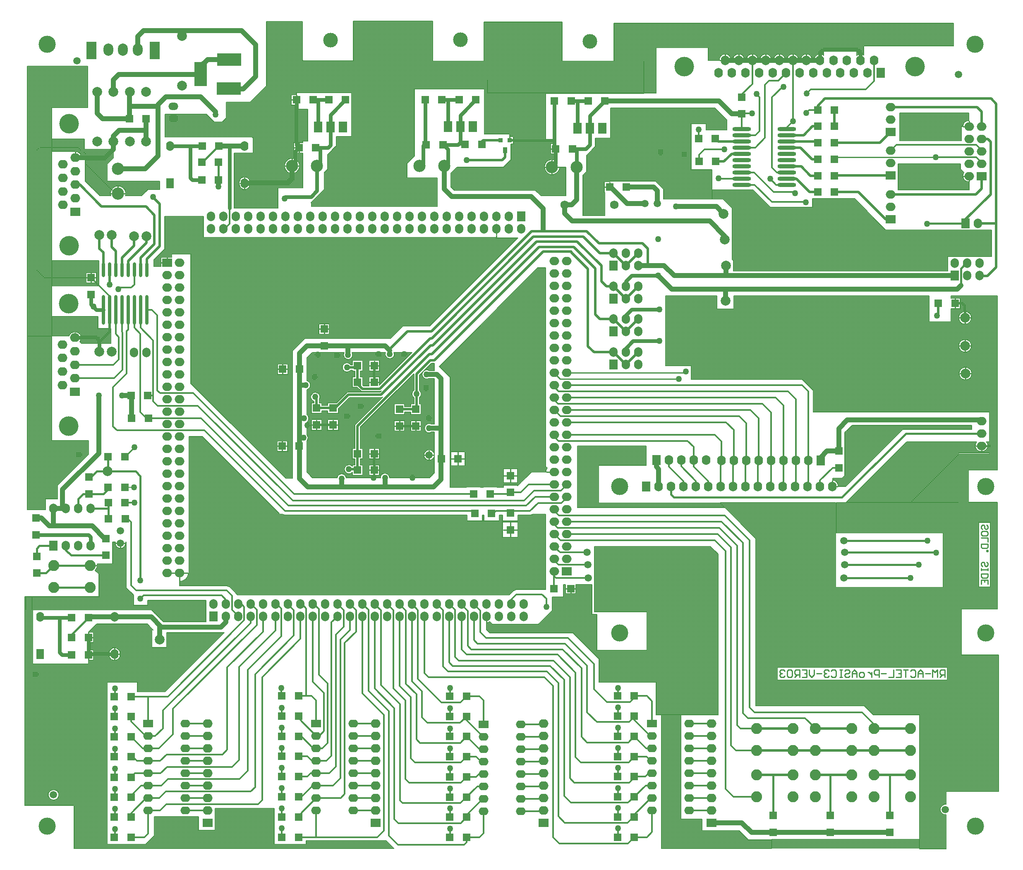
<source format=gbl>
%FSLAX42Y42*%
%MOMM*%
G71*
G01*
G75*
%ADD10C,0.20*%
%ADD11R,1.90X2.29*%
%ADD12R,1.52X1.52*%
%ADD13R,0.28X1.78*%
%ADD14R,1.78X0.28*%
%ADD15R,1.78X0.28*%
%ADD16O,1.78X0.28*%
%ADD17C,1.00*%
%ADD18C,0.40*%
%ADD19C,0.50*%
%ADD20C,0.80*%
%ADD21C,0.70*%
%ADD22C,0.20*%
%ADD23C,0.25*%
%ADD24C,0.30*%
%ADD25C,1.00*%
%ADD26C,0.70*%
%ADD27C,0.65*%
%ADD28O,2.00X1.50*%
%ADD29C,2.00*%
%ADD30C,4.00*%
%ADD31O,1.75X2.00*%
%ADD32R,1.75X2.00*%
%ADD33O,2.00X1.70*%
%ADD34O,2.00X1.70*%
%ADD35R,2.00X1.70*%
%ADD36C,1.52*%
%ADD37R,1.70X2.00*%
%ADD38O,1.70X2.00*%
%ADD39O,1.60X2.00*%
%ADD40R,1.60X2.00*%
%ADD41R,1.70X2.00*%
%ADD42O,1.70X2.00*%
%ADD43C,1.50*%
%ADD44R,2.00X1.75*%
%ADD45O,2.00X1.75*%
%ADD46O,2.00X1.60*%
%ADD47R,2.00X1.60*%
%ADD48O,2.00X1.60*%
%ADD49R,1.75X2.00*%
%ADD50O,1.75X2.00*%
%ADD51C,3.50*%
%ADD52C,3.50*%
%ADD53C,2.25*%
%ADD54C,3.50*%
%ADD55C,2.50*%
%ADD56C,1.75*%
%ADD57C,1.50*%
%ADD58R,1.75X2.20*%
%ADD59R,1.75X2.20*%
%ADD60C,3.00*%
%ADD61R,5.00X2.50*%
%ADD62R,2.50X5.00*%
%ADD63C,2.00*%
%ADD64R,2.00X2.00*%
%ADD65O,2.00X2.50*%
%ADD66C,1.27*%
%ADD67R,0.91X0.91*%
%ADD68R,0.91X1.27*%
%ADD69O,0.61X3.05*%
%ADD70O,0.61X6.10*%
%ADD71O,3.81X0.80*%
D10*
X24825Y16488D02*
X24849Y16490D01*
X24871Y16498D01*
X24892Y16509D01*
X21149Y20207D02*
X21162Y20226D01*
X21171Y20248D01*
X21174Y20271D01*
X21171Y20294D01*
X21162Y20316D01*
X21149Y20335D01*
X21952Y19455D02*
X21944Y19480D01*
X21930Y19502D01*
X21910Y19519D01*
X21886Y19530D01*
X21860Y19534D01*
X21834Y19530D01*
X21810Y19519D01*
X21790Y19502D01*
X21775Y19480D01*
X21767Y19455D01*
X21149Y20593D02*
X21165Y20608D01*
X21178Y20626D01*
X21186Y20647D01*
X21189Y20670D01*
X21186Y20692D01*
X21178Y20713D01*
X21165Y20732D01*
X21149Y20747D01*
X22081Y19688D02*
X22063Y19705D01*
X22040Y19717D01*
X22015Y19722D01*
X21990Y19720D01*
X21966Y19711D01*
X21945Y19696D01*
X21929Y19676D01*
X21919Y19653D01*
X21916Y19628D01*
X21919Y19603D01*
X21929Y19580D01*
X21945Y19560D01*
X21966Y19545D01*
X21990Y19537D01*
X22015Y19535D01*
X22040Y19539D01*
X22063Y19551D01*
X22081Y19568D01*
X22149Y20554D02*
X22137Y20536D01*
X22133Y20515D01*
X22149Y20554D02*
X22137Y20536D01*
X22133Y20515D01*
X21149Y21259D02*
X21172Y21268D01*
X21193Y21282D01*
X21209Y21302D01*
X21219Y21325D01*
X21222Y21350D01*
X21418Y21109D02*
X21414Y21134D01*
X21404Y21158D01*
X21388Y21178D01*
X21366Y21192D01*
X21342Y21201D01*
X21317Y21202D01*
X21292Y21197D01*
X21269Y21185D01*
X21250Y21167D01*
X21237Y21145D01*
X21231Y21120D01*
X21231Y21095D01*
X21239Y21070D01*
X21253Y21048D01*
X21272Y21031D01*
X21295Y21020D01*
X21405Y21062D02*
X21414Y21085D01*
X21418Y21109D01*
X22002Y21207D02*
X21981Y21203D01*
X21963Y21191D01*
X22002Y21207D02*
X21981Y21203D01*
X21963Y21191D01*
X21222Y21350D02*
X21219Y21375D01*
X21209Y21398D01*
X21193Y21418D01*
X21172Y21433D01*
X21149Y21442D01*
X22248Y21238D02*
X22265Y21226D01*
X22287Y21221D01*
X22248Y21238D02*
X22265Y21226D01*
X22287Y21221D01*
X22045Y21769D02*
X22028Y21786D01*
X22007Y21799D01*
X21983Y21806D01*
X21958Y21806D01*
X21934Y21800D01*
X21913Y21788D01*
X21895Y21771D01*
X21883Y21750D01*
X21876Y21726D01*
Y21701D01*
X21883Y21677D01*
X21895Y21656D01*
X21913Y21639D01*
X21934Y21627D01*
X21958Y21620D01*
X21983Y21621D01*
X22007Y21628D01*
X22028Y21640D01*
X22045Y21658D01*
X21912Y22018D02*
X21902Y21996D01*
X21898Y21972D01*
X21901Y21947D01*
X21910Y21924D01*
X21925Y21905D01*
X21944Y21889D01*
X21967Y21880D01*
X21991Y21876D01*
X22016Y21879D01*
X22038Y21889D01*
X22058Y21903D01*
X22073Y21923D01*
X22082Y21946D01*
X22086Y21970D01*
X22082Y21995D01*
X22072Y22018D01*
X22842Y19455D02*
X22838Y19481D01*
X22827Y19505D01*
X22809Y19524D01*
X22787Y19538D01*
X22762Y19546D01*
X22736D01*
X22711Y19538D01*
X22688Y19524D01*
X22671Y19505D01*
X22660Y19481D01*
X22655Y19455D01*
X23759Y19920D02*
X23756Y19946D01*
X23747Y19970D01*
X23733Y19991D01*
X23713Y20008D01*
X23691Y20020D01*
X23666Y20026D01*
X23640D01*
X23615Y20020D01*
X23593Y20008D01*
X23573Y19991D01*
X23559Y19970D01*
X23550Y19946D01*
X23547Y19920D01*
X23550Y19895D01*
X23559Y19871D01*
X23573Y19850D01*
X23593Y19833D01*
X23615Y19821D01*
X23640Y19815D01*
X23666D01*
X23691Y19821D01*
X23713Y19833D01*
X23733Y19850D01*
X23747Y19871D01*
X23756Y19895D01*
X23759Y19920D01*
X23699Y20550D02*
X23677Y20559D01*
X23652Y20563D01*
X23628Y20560D01*
X23605Y20551D01*
X23585Y20536D01*
X23570Y20517D01*
X23561Y20494D01*
X23557Y20469D01*
X23561Y20445D01*
X23570Y20422D01*
X23585Y20403D01*
X23605Y20388D01*
X23628Y20379D01*
X23652Y20376D01*
X23677Y20379D01*
X23699Y20389D01*
X22640Y21221D02*
X22672Y21232D01*
X22640Y21221D02*
X22672Y21232D01*
X22670Y21097D02*
X22702Y21107D01*
X22670Y21097D02*
X22702Y21107D01*
X22998Y21247D02*
X23014Y21258D01*
X22998Y21247D02*
X23014Y21258D01*
X22759Y22021D02*
X22752Y21996D01*
X22753Y21971D01*
X22760Y21947D01*
X22774Y21925D01*
X22792Y21908D01*
X22815Y21897D01*
X22840Y21892D01*
X22865Y21894D01*
X22889Y21902D01*
X22910Y21917D01*
X22926Y21937D01*
X22936Y21960D01*
X22939Y21985D01*
X22932Y22021D01*
X23341Y21246D02*
X23323Y21228D01*
X23310Y21207D01*
X23304Y21182D01*
Y21157D01*
X23310Y21133D01*
X23323Y21112D01*
X23341Y21094D01*
X23452Y21094D02*
X23472Y21115D01*
X23486Y21141D01*
X23490Y21170D01*
X23486Y21199D01*
X23472Y21225D01*
X23452Y21246D01*
X23651Y21649D02*
X23628Y21659D01*
X23604Y21662D01*
X23579Y21659D01*
X23556Y21650D01*
X23537Y21635D01*
X23521Y21616D01*
X23512Y21593D01*
X23509Y21569D01*
X23512Y21544D01*
X23521Y21521D01*
X23537Y21502D01*
X23556Y21487D01*
X23579Y21478D01*
X23604Y21475D01*
X23628Y21479D01*
X23651Y21489D01*
X16820Y17560D02*
X16837Y17582D01*
X16850Y17607D01*
X16859Y17633D01*
X16861Y17661D01*
X16857Y17695D01*
X17233Y18137D02*
X17231Y18112D01*
X17234Y18087D01*
X17244Y18064D01*
X17259Y18043D01*
X17278Y18027D01*
X17300Y18015D01*
X17325Y18010D01*
X17350Y18010D01*
X17374Y18016D01*
X17396Y18028D01*
X17415Y18045D01*
X17429Y18066D01*
X17438Y18089D01*
X17441Y18114D01*
X17439Y18137D01*
X16534Y22320D02*
X16532Y22346D01*
X16523Y22371D01*
X16509Y22394D01*
X16490Y22412D01*
X16468Y22426D01*
X16443Y22435D01*
X16417Y22438D01*
X16392D02*
X16368Y22435D01*
X16345Y22428D01*
X16324Y22416D01*
X16305Y22400D01*
X16291Y22381D01*
X16281Y22359D01*
X16505Y22242D02*
X16521Y22266D01*
X16531Y22292D01*
X16534Y22320D01*
X34599Y25702D02*
X34585Y25681D01*
X34576Y25656D01*
X34573Y25631D01*
X34576Y25605D01*
X34584Y25580D01*
X34598Y25558D01*
X34616Y25539D01*
X34638Y25526D01*
X34662Y25517D01*
X34688Y25514D01*
Y26760D02*
X34662Y26757D01*
X34638Y26749D01*
X34616Y26735D01*
X34598Y26717D01*
X34584Y26695D01*
X34576Y26671D01*
X34573Y26645D01*
X34974Y19994D02*
X35000Y19996D01*
X35024Y20005D01*
X35046Y20019D01*
X35064Y20037D01*
X35078Y20059D01*
X35086Y20083D01*
X35089Y20109D01*
X34862Y20189D02*
X34847Y20170D01*
X34836Y20148D01*
X34830Y20124D01*
X34829Y20100D01*
X34834Y20076D01*
X34843Y20053D01*
X34857Y20033D01*
X34875Y20016D01*
X34897Y20004D01*
X34920Y19996D01*
X34944Y19994D01*
X35089Y20109D02*
X35087Y20131D01*
X35081Y20152D01*
X35070Y20172D01*
X35056Y20189D01*
X32025Y19288D02*
X32022Y19313D01*
X32014Y19338D01*
X32000Y19360D01*
X31982Y19378D01*
X31960Y19393D01*
X31936Y19402D01*
X31911Y19405D01*
X34751Y22155D02*
X34748Y22181D01*
X34741Y22205D01*
X34729Y22228D01*
X34713Y22247D01*
X34693Y22264D01*
X34671Y22276D01*
X34646Y22283D01*
X34621Y22286D01*
X34595Y22283D01*
X34571Y22276D01*
X34548Y22264D01*
X34529Y22247D01*
X34513Y22228D01*
X34501Y22205D01*
X34493Y22181D01*
X34491Y22155D01*
X34493Y22130D01*
X34501Y22106D01*
X34513Y22083D01*
X34529Y22063D01*
X34548Y22047D01*
X34571Y22035D01*
X34595Y22028D01*
X34621Y22025D01*
X34646Y22028D01*
X34671Y22035D01*
X34693Y22047D01*
X34713Y22063D01*
X34729Y22083D01*
X34741Y22106D01*
X34748Y22130D01*
X34751Y22155D01*
X34759Y21586D02*
X34756Y21612D01*
X34749Y21636D01*
X34737Y21659D01*
X34720Y21679D01*
X34701Y21695D01*
X34678Y21707D01*
X34654Y21714D01*
X34628Y21717D01*
X34603Y21714D01*
X34579Y21707D01*
X34556Y21695D01*
X34536Y21679D01*
X34520Y21659D01*
X34508Y21636D01*
X34501Y21612D01*
X34498Y21586D01*
X34501Y21561D01*
X34508Y21537D01*
X34520Y21514D01*
X34536Y21494D01*
X34556Y21478D01*
X34579Y21466D01*
X34603Y21459D01*
X34628Y21456D01*
X34654Y21459D01*
X34678Y21466D01*
X34701Y21478D01*
X34720Y21494D01*
X34737Y21514D01*
X34749Y21537D01*
X34756Y21561D01*
X34759Y21586D01*
X34751Y22727D02*
X34748Y22752D01*
X34741Y22777D01*
X34729Y22799D01*
X34713Y22819D01*
X34693Y22835D01*
X34671Y22847D01*
X34646Y22855D01*
X34621Y22857D01*
X34595Y22855D01*
X34571Y22847D01*
X34548Y22835D01*
X34529Y22819D01*
X34513Y22799D01*
X34501Y22777D01*
X34493Y22752D01*
X34491Y22727D01*
X34493Y22702D01*
X34501Y22677D01*
X34513Y22655D01*
X34529Y22635D01*
X34548Y22619D01*
X34571Y22607D01*
X34595Y22599D01*
X34621Y22597D01*
X34646Y22599D01*
X34671Y22607D01*
X34693Y22619D01*
X34713Y22635D01*
X34729Y22655D01*
X34741Y22677D01*
X34748Y22702D01*
X34751Y22727D01*
X16542Y26007D02*
X16539Y26033D01*
X16530Y26058D01*
X16516Y26080D01*
X16498Y26099D01*
X16475Y26113D01*
X16450Y26122D01*
X16424Y26124D01*
X17441Y25272D02*
X17439Y25297D01*
X17433Y25322D01*
X17423Y25345D01*
X17409Y25367D01*
X17392Y25385D01*
X17372Y25401D01*
X17349Y25413D01*
X17325Y25422D01*
X17300Y25426D01*
X17275Y25426D01*
X17250Y25422D01*
X17225Y25414D01*
X17203Y25402D01*
X17182Y25387D01*
X17165Y25368D01*
X17151Y25347D01*
X17140Y25324D01*
X17134Y25299D01*
X17131Y25274D01*
X17133Y25249D01*
X17139Y25224D01*
X17434D02*
X17440Y25247D01*
X17441Y25272D01*
X19766Y25464D02*
X19769Y25439D01*
X19777Y25416D01*
X19790Y25395D01*
X19808Y25378D01*
X19829Y25365D01*
X19852Y25357D01*
X19876Y25354D01*
X19901Y25357D01*
X19924Y25365D01*
X19945Y25378D01*
X19963Y25395D01*
X19976Y25416D01*
X19984Y25439D01*
X19987Y25464D01*
Y25504D02*
X19984Y25528D01*
X19976Y25552D01*
X19963Y25573D01*
X19945Y25590D01*
X19924Y25603D01*
X19901Y25611D01*
X19876Y25614D01*
X19852Y25611D01*
X19829Y25603D01*
X19808Y25590D01*
X19790Y25573D01*
X19777Y25552D01*
X19769Y25528D01*
X19766Y25504D01*
X21002Y25836D02*
X21000Y25861D01*
X20994Y25886D01*
X20983Y25910D01*
X20969Y25931D01*
X20952Y25950D01*
X20932Y25966D01*
X20909Y25978D01*
X20885Y25986D01*
X20860Y25990D01*
X20834D01*
X20809Y25986D01*
X20784Y25978D01*
X20762Y25966D01*
X20742Y25950D01*
X20724Y25931D01*
X20710Y25910D01*
X20700Y25886D01*
X20694Y25861D01*
X20692Y25836D01*
X20694Y25810D01*
X20700Y25785D01*
X20710Y25762D01*
X20724Y25740D01*
X20742Y25722D01*
X20762Y25706D01*
X20784Y25694D01*
X20809Y25685D01*
X20834Y25681D01*
X20860D01*
X20885Y25685D01*
X20909Y25694D01*
X20932Y25706D01*
X20952Y25722D01*
X20969Y25740D01*
X20983Y25762D01*
X20994Y25785D01*
X21000Y25810D01*
X21002Y25836D01*
X26215Y25962D02*
X26190Y25968D01*
X26165Y25969D01*
X26140Y25967D01*
X26116Y25960D01*
X26093Y25950D01*
X26072Y25936D01*
X26054Y25919D01*
X26039Y25899D01*
X26027Y25877D01*
X26018Y25853D01*
X26014Y25829D01*
X26014Y25804D01*
X26017Y25779D01*
X26025Y25755D01*
X26036Y25733D01*
X26051Y25712D01*
X26069Y25695D01*
X26090Y25680D01*
X26112Y25670D01*
X26136Y25662D01*
X26161Y25659D01*
X26186Y25660D01*
X26211Y25665D01*
X26234Y25674D01*
X26256Y25686D01*
X26275Y25702D01*
X26292Y25721D01*
X26306Y25742D01*
X26315Y25765D01*
X26321Y25789D01*
X26324Y25814D01*
X29829Y28010D02*
X29827Y28035D01*
X29819Y28058D01*
X29807Y28079D01*
X29791Y28098D01*
X29771Y28112D01*
X29748Y28122D01*
X29724Y28127D01*
X29699D01*
X29675Y28122D01*
X29653Y28112D01*
X29633Y28098D01*
X29617Y28079D01*
X29604Y28058D01*
X29597Y28035D01*
X29594Y28010D01*
X30106D02*
X30104Y28035D01*
X30096Y28058D01*
X30084Y28079D01*
X30067Y28098D01*
X30047Y28112D01*
X30025Y28122D01*
X30001Y28127D01*
X29976D01*
X29952Y28122D01*
X29930Y28112D01*
X29910Y28098D01*
X29893Y28079D01*
X29881Y28058D01*
X29874Y28035D01*
X29871Y28010D01*
X30383D02*
X30381Y28035D01*
X30373Y28058D01*
X30361Y28079D01*
X30344Y28098D01*
X30324Y28112D01*
X30302Y28122D01*
X30278Y28127D01*
X30253D01*
X30229Y28122D01*
X30207Y28112D01*
X30187Y28098D01*
X30170Y28079D01*
X30158Y28058D01*
X30150Y28035D01*
X30148Y28010D01*
X30660D02*
X30657Y28035D01*
X30650Y28058D01*
X30638Y28079D01*
X30621Y28098D01*
X30601Y28112D01*
X30579Y28122D01*
X30555Y28127D01*
X30530D01*
X30506Y28122D01*
X30484Y28112D01*
X30464Y28098D01*
X30447Y28079D01*
X30435Y28058D01*
X30427Y28035D01*
X30425Y28010D01*
X30937D02*
X30934Y28035D01*
X30927Y28058D01*
X30914Y28079D01*
X30898Y28098D01*
X30878Y28112D01*
X30856Y28122D01*
X30832Y28127D01*
X30807D01*
X30783Y28122D01*
X30760Y28112D01*
X30741Y28098D01*
X30724Y28079D01*
X30712Y28058D01*
X30704Y28035D01*
X30702Y28010D01*
X31214D02*
X31211Y28035D01*
X31204Y28058D01*
X31191Y28079D01*
X31175Y28098D01*
X31155Y28112D01*
X31132Y28122D01*
X31108Y28127D01*
X31084D01*
X31060Y28122D01*
X31037Y28112D01*
X31017Y28098D01*
X31001Y28079D01*
X30989Y28058D01*
X30981Y28035D01*
X30978Y28010D01*
X31491D02*
X31488Y28035D01*
X31480Y28058D01*
X31468Y28079D01*
X31452Y28098D01*
X31432Y28112D01*
X31409Y28122D01*
X31385Y28127D01*
X31361D01*
X31337Y28122D01*
X31314Y28112D01*
X31294Y28098D01*
X31278Y28079D01*
X31265Y28058D01*
X31258Y28035D01*
X31255Y28010D01*
X31730Y28096D02*
X31710Y28111D01*
X31688Y28121D01*
X31664Y28127D01*
X31639Y28127D01*
X31615Y28122D01*
X31592Y28113D01*
X31572Y28098D01*
X31555Y28080D01*
X31543Y28058D01*
X31535Y28035D01*
X31532Y28010D01*
X32548Y28106D02*
X32526Y28119D01*
X32502Y28126D01*
X32476Y28128D01*
X32451Y28124D01*
X32427Y28115D01*
X32406Y28101D01*
X34230Y12769D02*
X34204Y12769D01*
X34180Y12763D01*
X34157Y12750D01*
X34138Y12733D01*
X34124Y12712D01*
X34115Y12689D01*
X34112Y12663D01*
X34115Y12638D01*
X34124Y12614D01*
X34138Y12593D01*
X34157Y12576D01*
X34180Y12564D01*
X34204Y12558D01*
X34230Y12558D01*
X16071Y12966D02*
X16068Y12991D01*
X16059Y13015D01*
X16044Y13036D01*
X16025Y13053D01*
X16002Y13065D01*
X15977Y13071D01*
X15952D01*
X15927Y13065D01*
X15904Y13053D01*
X15885Y13036D01*
X15870Y13015D01*
X15861Y12991D01*
X15858Y12966D01*
X15861Y12940D01*
X15870Y12916D01*
X15885Y12895D01*
X15904Y12878D01*
X15927Y12866D01*
X15952Y12860D01*
X15977D01*
X16002Y12866D01*
X16025Y12878D01*
X16044Y12895D01*
X16059Y12916D01*
X16068Y12940D01*
X16071Y12966D01*
X17103Y15823D02*
X17106Y15799D01*
X17114Y15775D01*
X17127Y15755D01*
X17145Y15737D01*
X17166Y15724D01*
X17189Y15716D01*
X17214Y15713D01*
X17238Y15716D01*
X17261Y15724D01*
X17282Y15737D01*
X17300Y15755D01*
X17313Y15775D01*
X17321Y15799D01*
X17324Y15823D01*
Y15863D02*
X17321Y15888D01*
X17313Y15911D01*
X17300Y15932D01*
X17282Y15949D01*
X17261Y15963D01*
X17238Y15971D01*
X17214Y15973D01*
X17189Y15971D01*
X17166Y15963D01*
X17145Y15949D01*
X17127Y15932D01*
X17114Y15911D01*
X17106Y15888D01*
X17103Y15863D01*
X16434Y27881D02*
X16462D01*
X26067Y19655D02*
X26054Y19630D01*
X26046Y19602D01*
X26043Y19573D01*
X19578Y17214D02*
X19558Y17229D01*
X19535Y17238D01*
X19510Y17242D01*
X19578Y17214D02*
X19558Y17229D01*
X19535Y17238D01*
X19510Y17242D01*
X19700Y17086D02*
X19684Y17107D01*
X19700Y17086D02*
X19684Y17107D01*
X18559Y17337D02*
X18584Y17339D01*
X18608Y17344D01*
X18632Y17354D01*
X18653Y17367D01*
X18673Y17383D01*
X18690Y17401D01*
X18703Y17422D01*
X18714Y17445D01*
X18721Y17470D01*
X18724Y17495D01*
X20651Y18706D02*
X20673Y18698D01*
X20697Y18695D01*
X20651Y18706D02*
X20673Y18698D01*
X20697Y18695D01*
X25421Y17160D02*
X25392Y17151D01*
X25366Y17133D01*
X25421Y17160D02*
X25392Y17151D01*
X25366Y17133D01*
X26041Y17590D02*
X26035Y17566D01*
X26033Y17541D01*
X26035Y17516D01*
X26041Y17492D01*
Y17844D02*
X26035Y17820D01*
X26033Y17795D01*
X26035Y17770D01*
X26041Y17746D01*
Y18098D02*
X26035Y18074D01*
X26033Y18049D01*
X26035Y18024D01*
X26041Y18000D01*
Y18352D02*
X26035Y18328D01*
X26033Y18303D01*
X26035Y18278D01*
X26041Y18254D01*
X25733Y18695D02*
X25757Y18698D01*
X25778Y18706D01*
X25733Y18695D02*
X25757Y18698D01*
X25778Y18706D01*
X26041Y18606D02*
X26035Y18582D01*
X26033Y18557D01*
X26035Y18532D01*
X26041Y18508D01*
X24825Y16346D02*
X24895Y16276D01*
X24961D02*
Y16453D01*
X24987Y16276D02*
Y16453D01*
X25012Y16276D02*
Y16453D01*
X25037Y16276D02*
Y16453D01*
X25063Y16276D02*
Y16453D01*
X25088Y16276D02*
Y16453D01*
X25114Y16276D02*
Y16453D01*
X25139Y16276D02*
Y16453D01*
X25164Y16276D02*
Y16453D01*
X25190Y16276D02*
Y16453D01*
X25215Y16276D02*
Y16453D01*
X25241Y16276D02*
Y16453D01*
X25266Y16276D02*
Y16453D01*
X25291Y16276D02*
Y16453D01*
X25317Y16276D02*
Y16453D01*
X25342Y16276D02*
Y16453D01*
X25368Y16276D02*
Y16453D01*
X25393Y16276D02*
Y16453D01*
X25418Y16276D02*
Y16453D01*
X25444Y16276D02*
Y16453D01*
X25469Y16276D02*
Y16453D01*
X25495Y16276D02*
Y16453D01*
X25520Y16276D02*
Y16453D01*
X25545Y16276D02*
Y16453D01*
X25571Y16276D02*
Y16453D01*
X25596Y16276D02*
Y16453D01*
X25622Y16276D02*
Y16453D01*
X25647Y16276D02*
Y16453D01*
X24910Y16276D02*
Y16491D01*
X24936Y16276D02*
Y16466D01*
X25672Y16276D02*
Y16453D01*
X25698Y16276D02*
Y16453D01*
X25723Y16276D02*
Y16453D01*
X25749Y16276D02*
Y16453D01*
X24825Y16346D02*
Y16488D01*
X24834Y16337D02*
Y16488D01*
X24860Y16312D02*
Y16493D01*
X25774Y16276D02*
Y16453D01*
X25799Y16276D02*
Y16453D01*
X24885Y16287D02*
Y16505D01*
X25825Y16276D02*
Y16453D01*
X25850Y16276D02*
Y16453D01*
X25876Y16276D02*
Y16453D01*
X25901Y16276D02*
Y16466D01*
X25926Y16276D02*
Y16491D01*
X25952Y16276D02*
Y16517D01*
X25977Y16276D02*
Y16542D01*
X26003Y16276D02*
Y16567D01*
X26028Y16276D02*
Y16593D01*
X26053Y16276D02*
Y16618D01*
X26079Y16276D02*
Y16644D01*
X26104Y16276D02*
Y16669D01*
X26130Y16276D02*
Y16694D01*
X26155Y16276D02*
Y16720D01*
X26180Y16276D02*
Y17017D01*
X26206Y16276D02*
Y17017D01*
X26679Y16192D02*
X27090D01*
X24895Y16276D02*
X26594D01*
X26231D02*
Y17017D01*
X26629Y16242D02*
X27090D01*
X26654Y16217D02*
X27090D01*
X26594Y16276D02*
X27128Y15743D01*
X26603Y16268D02*
X27090D01*
X24879Y16293D02*
X27090D01*
X24828Y16344D02*
X27090D01*
X24853Y16319D02*
X27090D01*
X24825Y16369D02*
X27090D01*
X24825Y16395D02*
X27090D01*
X24825Y16420D02*
X27090D01*
X24825Y16446D02*
X27090D01*
X26933Y15938D02*
X27090D01*
X26993Y15878D02*
Y16661D01*
X27019Y15852D02*
Y16661D01*
X26984Y15887D02*
X29564D01*
X27010Y15861D02*
X29564D01*
X26908Y15963D02*
X27090D01*
X26959Y15912D02*
X29564D01*
X26857Y16014D02*
X27090D01*
X26883Y15988D02*
X27090D01*
X26806Y16065D02*
X27090D01*
X26832Y16039D02*
X27090D01*
X26756Y16115D02*
X27090D01*
X26781Y16090D02*
X27090D01*
X26705Y16166D02*
X27090D01*
X26730Y16141D02*
X27090D01*
X26257Y16276D02*
Y17017D01*
X26282Y16276D02*
Y17017D01*
X26307Y16276D02*
Y17017D01*
X26333Y16276D02*
Y17017D01*
X26358Y16276D02*
Y17017D01*
X26384Y16276D02*
Y17017D01*
X26409Y16276D02*
Y17268D01*
X26460Y16276D02*
Y17082D01*
X26434Y16276D02*
Y17268D01*
X26485Y16276D02*
Y17082D01*
X26511Y16276D02*
Y17082D01*
X26536Y16276D02*
Y17082D01*
X26561Y16276D02*
Y17082D01*
X26587Y16276D02*
Y17082D01*
X26815Y16056D02*
Y17268D01*
X26841Y16030D02*
Y17268D01*
X26866Y16005D02*
Y17268D01*
X26892Y15979D02*
Y17268D01*
X26917Y15954D02*
Y17268D01*
X26942Y15929D02*
Y17268D01*
X26968Y15903D02*
Y17268D01*
X26612Y16259D02*
Y17082D01*
X26638Y16233D02*
Y17082D01*
X26663Y16208D02*
Y17268D01*
X26688Y16183D02*
Y17268D01*
X26714Y16157D02*
Y17268D01*
X26739Y16132D02*
Y17268D01*
X26765Y16106D02*
Y17268D01*
X26790Y16081D02*
Y17268D01*
X24825Y16471D02*
X24931D01*
X24892Y16509D02*
X24948Y16453D01*
X25888D01*
X25906Y16471D02*
X27090D01*
X25888Y16453D02*
X25926Y16491D01*
X26170Y16735D01*
X24868Y16496D02*
X24905D01*
X25931D02*
X27090D01*
X25957Y16522D02*
X27090D01*
X25982Y16547D02*
X27090D01*
X26008Y16573D02*
X27090D01*
X26033Y16598D02*
X27090D01*
X26109Y16674D02*
X26983D01*
X26135Y16700D02*
X26983D01*
X26170Y16735D02*
Y17017D01*
X26160Y16725D02*
X26983D01*
X26170Y16750D02*
X26983D01*
X26170Y16776D02*
X26983D01*
X26170Y16801D02*
X26983D01*
X26170Y16827D02*
X26983D01*
X26170Y16852D02*
X26983D01*
X26170Y16877D02*
X26983D01*
X26170Y16903D02*
X26983D01*
X26170Y16928D02*
X26983D01*
X26170Y16954D02*
X26983D01*
X26170Y16979D02*
X26983D01*
X26170Y17004D02*
X26983D01*
X26170Y17017D02*
X26399D01*
Y17106D02*
X26444D01*
X26399Y17017D02*
Y17268D01*
Y17030D02*
X26983D01*
X26399Y17055D02*
X26983D01*
X26399Y17081D02*
X26983D01*
X26444Y17082D02*
X26657D01*
X26399Y17131D02*
X26444D01*
X26399Y17157D02*
X26444D01*
X26399Y17182D02*
X26444D01*
X26399Y17208D02*
X26444D01*
X26399Y17233D02*
X26444D01*
X26399Y17258D02*
X26444D01*
X26399Y17268D02*
X26444D01*
Y17082D02*
Y17268D01*
X26657Y17082D02*
Y17268D01*
Y17106D02*
X26983D01*
X26657Y17131D02*
X26983D01*
Y16661D02*
Y17268D01*
X27036Y16712D02*
Y18051D01*
X26657Y17157D02*
X26983D01*
X26657Y17182D02*
X26983D01*
X26657Y17208D02*
X26983D01*
X26657Y17233D02*
X26983D01*
X26657Y17258D02*
X26983D01*
X26657Y17268D02*
X26983D01*
X26058Y16623D02*
X27090D01*
X26084Y16649D02*
X27090D01*
X26983Y16661D02*
X27090D01*
X27036Y16712D02*
X28108D01*
X27036Y16725D02*
X29564D01*
X27036Y16750D02*
X29564D01*
X27036Y16776D02*
X29564D01*
X27036Y16801D02*
X29564D01*
X27036Y16827D02*
X29564D01*
X27036Y16852D02*
X29564D01*
X27036Y16877D02*
X29564D01*
X27036Y16903D02*
X29564D01*
X27036Y16928D02*
X29564D01*
X27036Y16954D02*
X29564D01*
X27036Y16979D02*
X29564D01*
X27036Y17004D02*
X29564D01*
X27036Y17030D02*
X29564D01*
X27036Y17055D02*
X29564D01*
X27036Y17081D02*
X29564D01*
X27036Y17106D02*
X29564D01*
X27036Y17131D02*
X29564D01*
X27036Y17157D02*
X29564D01*
X27036Y17182D02*
X29564D01*
X27036Y17208D02*
X29564D01*
X27036Y17233D02*
X29564D01*
X27036Y17258D02*
X29564D01*
X27036Y17284D02*
X29564D01*
X27036Y17309D02*
X29564D01*
X27036Y17335D02*
X29564D01*
X27036Y17360D02*
X29564D01*
X27036Y17385D02*
X29564D01*
X27036Y17411D02*
X29564D01*
X27036Y17436D02*
X29564D01*
X27036Y17462D02*
X29564D01*
X27036Y17487D02*
X29564D01*
X27036Y17512D02*
X29564D01*
X27036Y17538D02*
X29564D01*
X27036Y17563D02*
X29564D01*
X27036Y17589D02*
X29564D01*
X27036Y17614D02*
X29564D01*
X27036Y17639D02*
X29564D01*
X27036Y17665D02*
X29564D01*
X27036Y17690D02*
X29564D01*
X27036Y17716D02*
X29564D01*
X27036Y17741D02*
X29564D01*
X27036Y17766D02*
X29564D01*
X27036Y17792D02*
X29564D01*
X27036Y17817D02*
X29564D01*
X27036Y17843D02*
X29564D01*
X27036Y17868D02*
X29564D01*
X27036Y17995D02*
X29462D01*
X27036Y18020D02*
X29437D01*
X27036Y18046D02*
X29411D01*
X27036Y18051D02*
X29406D01*
X27036Y17893D02*
X29564D01*
X27036Y17919D02*
X29538D01*
X27036Y17944D02*
X29513D01*
X27036Y17970D02*
X29487D01*
X27128Y15267D02*
Y15743D01*
X27146Y15267D02*
Y15922D01*
X27171Y15267D02*
Y15922D01*
X27128Y15267D02*
X28294D01*
X27196D02*
Y15922D01*
X27222Y15267D02*
Y15922D01*
X27247Y15267D02*
Y15922D01*
X27273Y15267D02*
Y15922D01*
X27298Y15267D02*
Y15922D01*
X27323Y15267D02*
Y15922D01*
X27349Y15267D02*
Y15922D01*
X27374Y15267D02*
Y15922D01*
X27400Y15267D02*
Y15922D01*
X27425Y15267D02*
Y15922D01*
X27450Y15267D02*
Y15922D01*
X27476Y15267D02*
Y15922D01*
X27501Y15267D02*
Y15922D01*
X27527Y15267D02*
Y15922D01*
X28294Y14604D02*
Y15267D01*
X27552D02*
Y15922D01*
X27577Y15267D02*
Y15922D01*
X27603Y15267D02*
Y15922D01*
X27628Y15267D02*
Y15922D01*
X27654Y15267D02*
Y15922D01*
X27679Y15267D02*
Y15922D01*
X27704Y15267D02*
Y15922D01*
X27730Y15267D02*
Y15922D01*
X27755Y15267D02*
Y15922D01*
X27781Y15267D02*
Y15922D01*
X27806Y15267D02*
Y15922D01*
X28314Y14604D02*
Y18051D01*
X28339Y14604D02*
Y18051D01*
X28365Y14604D02*
Y18051D01*
X28390Y14604D02*
Y18051D01*
X28416Y14604D02*
Y18051D01*
X27831Y15267D02*
Y15922D01*
X27857Y15267D02*
Y15922D01*
X27882Y15267D02*
Y15922D01*
X27908Y15267D02*
Y15922D01*
X27933Y15267D02*
Y15922D01*
X27958Y15267D02*
Y15922D01*
X27984Y15267D02*
Y15922D01*
X28441Y14604D02*
Y18051D01*
X28466Y14604D02*
Y18051D01*
X28492Y14604D02*
Y18051D01*
X28517Y14604D02*
Y18051D01*
X28543Y14604D02*
Y18051D01*
X28568Y14604D02*
Y18051D01*
X28593Y14604D02*
Y18051D01*
X28619Y14604D02*
Y18051D01*
X28644Y14604D02*
Y18051D01*
X28670Y14604D02*
Y18051D01*
X28695Y14604D02*
Y18051D01*
X28720Y14604D02*
Y18051D01*
X28746Y14604D02*
Y18051D01*
X28771Y14604D02*
Y18051D01*
X28797Y14604D02*
Y18051D01*
X28294Y14604D02*
X29564D01*
X28294Y14617D02*
X29564D01*
X28294Y14642D02*
X29564D01*
X28294Y14668D02*
X29564D01*
X28294Y14693D02*
X29564D01*
X28294Y14718D02*
X29564D01*
X28294Y14744D02*
X29564D01*
X28294Y14769D02*
X29564D01*
X28294Y14795D02*
X29564D01*
X28294Y14820D02*
X29564D01*
X28294Y14845D02*
X29564D01*
X28294Y14871D02*
X29564D01*
X28294Y14896D02*
X29564D01*
X28294Y14922D02*
X29564D01*
X28294Y14947D02*
X29564D01*
X29559Y14604D02*
Y17898D01*
X29564Y14604D02*
Y17893D01*
X28294Y14972D02*
X29564D01*
X28294Y14998D02*
X29564D01*
X28294Y15023D02*
X29564D01*
X28294Y15049D02*
X29564D01*
X28294Y15074D02*
X29564D01*
X28294Y15099D02*
X29564D01*
X28294Y15125D02*
X29564D01*
X28294Y15150D02*
X29564D01*
X28294Y15176D02*
X29564D01*
X28294Y15201D02*
X29564D01*
X28294Y15226D02*
X29564D01*
X28294Y15252D02*
X29564D01*
X28822Y14604D02*
Y18051D01*
X28847Y14604D02*
Y18051D01*
X28873Y14604D02*
Y18051D01*
X28898Y14604D02*
Y18051D01*
X28924Y14604D02*
Y18051D01*
X28949Y14604D02*
Y18051D01*
X28974Y14604D02*
Y18051D01*
X29000Y14604D02*
Y18051D01*
X29025Y14604D02*
Y18051D01*
X29051Y14604D02*
Y18051D01*
X29076Y14604D02*
Y18051D01*
X29101Y14604D02*
Y18051D01*
X29127Y14604D02*
Y18051D01*
X29152Y14604D02*
Y18051D01*
X29178Y14604D02*
Y18051D01*
X29203Y14604D02*
Y18051D01*
X29228Y14604D02*
Y18051D01*
X29254Y14604D02*
Y18051D01*
X29279Y14604D02*
Y18051D01*
X29305Y14604D02*
Y18051D01*
X29330Y14604D02*
Y18051D01*
X29355Y14604D02*
Y18051D01*
X29432Y14604D02*
Y18025D01*
X29381Y14604D02*
Y18051D01*
X29406Y14604D02*
Y18051D01*
X29508Y14604D02*
Y17949D01*
X29533Y14604D02*
Y17924D01*
X29457Y14604D02*
Y18000D01*
X29482Y14604D02*
Y17975D01*
X27044Y15827D02*
Y16661D01*
Y16712D02*
Y18051D01*
X27069Y15802D02*
Y16661D01*
X27095Y15776D02*
Y15922D01*
X27120Y15751D02*
Y15922D01*
X27090D02*
X28108D01*
X27090D02*
Y16661D01*
X27069Y16712D02*
Y18051D01*
X27095Y16712D02*
Y18051D01*
X27120Y16712D02*
Y18051D01*
X27146Y16712D02*
Y18051D01*
X27171Y16712D02*
Y18051D01*
X27196Y16712D02*
Y18051D01*
X27222Y16712D02*
Y18051D01*
X28009Y15267D02*
Y15922D01*
X27247Y16712D02*
Y18051D01*
X27273Y16712D02*
Y18051D01*
X28035Y15267D02*
Y15922D01*
X28060Y15267D02*
Y15922D01*
X28085Y15267D02*
Y15922D01*
X28108D02*
Y16712D01*
X27298D02*
Y18051D01*
X27323Y16712D02*
Y18051D01*
X27349Y16712D02*
Y18051D01*
X27374Y16712D02*
Y18051D01*
X27400Y16712D02*
Y18051D01*
X27425Y16712D02*
Y18051D01*
X27450Y16712D02*
Y18051D01*
X27476Y16712D02*
Y18051D01*
X27501Y16712D02*
Y18051D01*
X27527Y16712D02*
Y18051D01*
X27552Y16712D02*
Y18051D01*
X27577Y16712D02*
Y18051D01*
X27603Y16712D02*
Y18051D01*
X27628Y16712D02*
Y18051D01*
X27654Y16712D02*
Y18051D01*
X27679Y16712D02*
Y18051D01*
X27704Y16712D02*
Y18051D01*
X27730Y16712D02*
Y18051D01*
X27755Y16712D02*
Y18051D01*
X27781Y16712D02*
Y18051D01*
X27806Y16712D02*
Y18051D01*
X27831Y16712D02*
Y18051D01*
X27857Y16712D02*
Y18051D01*
X27882Y16712D02*
Y18051D01*
X28111Y15267D02*
Y18051D01*
X28136Y15267D02*
Y18051D01*
X28162Y15267D02*
Y18051D01*
X28187Y15267D02*
Y18051D01*
X28212Y15267D02*
Y18051D01*
X27908Y16712D02*
Y18051D01*
X27933Y16712D02*
Y18051D01*
X27958Y16712D02*
Y18051D01*
X27984Y16712D02*
Y18051D01*
X28009Y16712D02*
Y18051D01*
X28035Y16712D02*
Y18051D01*
X28060Y16712D02*
Y18051D01*
X28085Y16712D02*
Y18051D01*
X27128Y15277D02*
X29564D01*
X27128Y15303D02*
X29564D01*
X27128Y15328D02*
X29564D01*
X27128Y15353D02*
X29564D01*
X27128Y15379D02*
X29564D01*
X27128Y15404D02*
X29564D01*
X27128Y15430D02*
X29564D01*
X27128Y15455D02*
X29564D01*
X27128Y15480D02*
X29564D01*
X27128Y15506D02*
X29564D01*
X27086Y15785D02*
X29564D01*
X27111Y15760D02*
X29564D01*
X27035Y15836D02*
X29564D01*
X27060Y15811D02*
X29564D01*
X27128Y15531D02*
X29564D01*
X27128Y15557D02*
X29564D01*
X27128Y15582D02*
X29564D01*
X27128Y15607D02*
X29564D01*
X27128Y15633D02*
X29564D01*
X27128Y15658D02*
X29564D01*
X27128Y15684D02*
X29564D01*
X27128Y15709D02*
X29564D01*
X27128Y15734D02*
X29564D01*
X28108Y15938D02*
X29564D01*
X28108Y15963D02*
X29564D01*
X28108Y15988D02*
X29564D01*
X28108Y16014D02*
X29564D01*
X28108Y16039D02*
X29564D01*
X28108Y16065D02*
X29564D01*
X28108Y16090D02*
X29564D01*
X28108Y16115D02*
X29564D01*
X28108Y16141D02*
X29564D01*
X28108Y16166D02*
X29564D01*
X28108Y16192D02*
X29564D01*
X28108Y16217D02*
X29564D01*
X28108Y16242D02*
X29564D01*
X28108Y16268D02*
X29564D01*
X28108Y16293D02*
X29564D01*
X28108Y16319D02*
X29564D01*
X28108Y16344D02*
X29564D01*
X28108Y16369D02*
X29564D01*
X28108Y16395D02*
X29564D01*
X28108Y16420D02*
X29564D01*
X28238Y15267D02*
Y18051D01*
X28263Y15267D02*
Y18051D01*
X28289Y15267D02*
Y18051D01*
X28108Y16446D02*
X29564D01*
X28108Y16471D02*
X29564D01*
X28108Y16496D02*
X29564D01*
X28108Y16522D02*
X29564D01*
X28108Y16547D02*
X29564D01*
X28108Y16573D02*
X29564D01*
X28108Y16598D02*
X29564D01*
X28108Y16623D02*
X29564D01*
X28108Y16649D02*
X29564D01*
X28108Y16674D02*
X29564D01*
X28108Y16700D02*
X29564D01*
X29406Y18051D02*
X29564Y17893D01*
X19043Y21119D02*
Y24370D01*
X19068Y21094D02*
Y24370D01*
X19094Y21068D02*
Y24370D01*
X19119Y21043D02*
Y24370D01*
X19145Y21018D02*
Y24370D01*
X19170Y20992D02*
Y24370D01*
X19195Y20967D02*
Y24370D01*
X19246Y20916D02*
Y24370D01*
X19221Y20941D02*
Y24370D01*
X18776Y21576D02*
X20549D01*
X18776Y21602D02*
X20549D01*
X18776Y21627D02*
X20549D01*
X18776Y21386D02*
Y24038D01*
Y21653D02*
X20549D01*
X18776Y21678D02*
X20549D01*
X18776Y21703D02*
X20549D01*
X18776Y21729D02*
X20549D01*
X18776Y21754D02*
X20549D01*
X18776Y21780D02*
X20549D01*
X20135Y20027D02*
X20539D01*
X20161Y20002D02*
X20539D01*
X20084Y20078D02*
X20539D01*
X20110Y20052D02*
X20539D01*
X20034Y20129D02*
X20539D01*
X20059Y20103D02*
X20539D01*
X19957Y20205D02*
X20539D01*
X20008Y20154D02*
X20539D01*
X19983Y20179D02*
X20539D01*
X19272Y20891D02*
Y24370D01*
X19297Y20865D02*
Y24370D01*
X19322Y20840D02*
Y24370D01*
X19373Y20789D02*
Y24370D01*
X19348Y20814D02*
Y24370D01*
X19399Y20764D02*
Y24370D01*
X19424Y20738D02*
Y24370D01*
X19449Y20713D02*
Y24370D01*
X19500Y20662D02*
Y24370D01*
X19475Y20687D02*
Y24370D01*
X19526Y20637D02*
Y24370D01*
X19551Y20611D02*
Y24370D01*
X19576Y20586D02*
Y24370D01*
X19602Y20560D02*
Y24370D01*
X19627Y20535D02*
Y24370D01*
X19653Y20510D02*
Y24370D01*
X19678Y20484D02*
Y24370D01*
X19729Y20433D02*
Y24370D01*
X19703Y20459D02*
Y24370D01*
X18789Y21373D02*
Y24802D01*
X18814Y21348D02*
Y24802D01*
X18840Y21322D02*
Y24802D01*
X18891Y21272D02*
Y24802D01*
X18865Y21297D02*
Y24802D01*
X18916Y21246D02*
Y24802D01*
X18941Y21221D02*
Y24802D01*
X18967Y21195D02*
Y24802D01*
X19018Y21145D02*
Y24802D01*
X18992Y21170D02*
Y24802D01*
X20008Y20154D02*
Y24370D01*
X20034Y20129D02*
Y24370D01*
X20059Y20103D02*
Y24370D01*
X20110Y20052D02*
Y24370D01*
X20084Y20078D02*
Y24370D01*
X20135Y20027D02*
Y24370D01*
X20161Y20002D02*
Y24370D01*
X20186Y19976D02*
Y24370D01*
X20237Y19925D02*
Y24370D01*
X20211Y19951D02*
Y24370D01*
X19754Y20408D02*
Y24370D01*
X19780Y20383D02*
Y24370D01*
X19805Y20357D02*
Y24370D01*
X19856Y20306D02*
Y24370D01*
X19830Y20332D02*
Y24370D01*
X19881Y20281D02*
Y24370D01*
X19907Y20256D02*
Y24370D01*
X19932Y20230D02*
Y24370D01*
X19983Y20179D02*
Y24370D01*
X19957Y20205D02*
Y24370D01*
X19526Y20637D02*
X20857D01*
X19551Y20611D02*
X20857D01*
X19475Y20687D02*
X20857D01*
X19500Y20662D02*
X20857D01*
X19424Y20738D02*
X20857D01*
X19449Y20713D02*
X20857D01*
X19348Y20814D02*
X20857D01*
X19399Y20764D02*
X20857D01*
X19373Y20789D02*
X20857D01*
X19297Y20865D02*
X20857D01*
X19322Y20840D02*
X20857D01*
X19221Y20941D02*
X20857D01*
X19272Y20891D02*
X20857D01*
X19246Y20916D02*
X20857D01*
X19170Y20992D02*
X20857D01*
X19195Y20967D02*
X20857D01*
X19094Y21068D02*
X20857D01*
X19145Y21018D02*
X20857D01*
X19119Y21043D02*
X20857D01*
X20237Y19925D02*
X20857D01*
X20262Y19900D02*
X20857D01*
X20186Y19976D02*
X20857D01*
X20211Y19951D02*
X20857D01*
X19907Y20256D02*
X20857D01*
X19932Y20230D02*
X20857D01*
X19830Y20332D02*
X20857D01*
X19881Y20281D02*
X20857D01*
X19856Y20306D02*
X20857D01*
X19780Y20383D02*
X20857D01*
X19805Y20357D02*
X20857D01*
X19703Y20459D02*
X20857D01*
X19754Y20408D02*
X20857D01*
X19729Y20433D02*
X20857D01*
X19653Y20510D02*
X20857D01*
X19678Y20484D02*
X20857D01*
X19576Y20586D02*
X20857D01*
X19627Y20535D02*
X20857D01*
X19602Y20560D02*
X20857D01*
X18776Y21386D02*
X20719Y19443D01*
X18776Y21399D02*
X20857D01*
X18776Y21424D02*
X20857D01*
X18776Y21449D02*
X20857D01*
X18776Y21475D02*
X20857D01*
X18776Y21500D02*
X20857D01*
X18776Y21526D02*
X20857D01*
X18776Y21551D02*
X20857D01*
X18776Y21805D02*
X20857D01*
X18776Y21830D02*
X20857D01*
X18776Y21856D02*
X20857D01*
X18776Y21881D02*
X20857D01*
X18776Y21907D02*
X20857D01*
X18776Y21932D02*
X20857D01*
X18776Y21957D02*
X20857D01*
X18776Y21983D02*
X20857D01*
X18776Y22008D02*
X20857D01*
X18776Y22034D02*
X20857D01*
X18776Y22059D02*
X20859D01*
X19043Y21119D02*
X20857D01*
X19068Y21094D02*
X20857D01*
X18967Y21195D02*
X20857D01*
X19018Y21145D02*
X20857D01*
X18992Y21170D02*
X20857D01*
X18916Y21246D02*
X20857D01*
X18941Y21221D02*
X20857D01*
X18840Y21322D02*
X20857D01*
X18891Y21272D02*
X20857D01*
X18865Y21297D02*
X20857D01*
X18789Y21373D02*
X20857D01*
X18814Y21348D02*
X20857D01*
X18776Y22084D02*
X20884D01*
X18776Y22110D02*
X20910D01*
X18776Y22135D02*
X20935D01*
X18776Y22161D02*
X20961D01*
X18776Y22186D02*
X20986D01*
X18776Y22211D02*
X21011D01*
X18776Y22237D02*
X21037D01*
X18776Y22262D02*
X21062D01*
X18017Y23776D02*
Y23913D01*
X18027Y23776D02*
Y23923D01*
X18052Y23776D02*
Y23949D01*
X18078Y23776D02*
Y23974D01*
X18017Y23776D02*
X18160D01*
X18017Y23786D02*
X18160D01*
X18103Y23776D02*
Y23999D01*
X18129Y23776D02*
Y24025D01*
X18154Y23776D02*
Y24050D01*
X18017Y23812D02*
X18160D01*
X18017Y23837D02*
X18160D01*
X18017Y23862D02*
X18160D01*
X18017Y23888D02*
X18160D01*
X18017Y23913D02*
X18160D01*
X18042Y23939D02*
X18160D01*
X18068Y23964D02*
X18160D01*
X18017Y23913D02*
X18238Y24134D01*
X18093Y23989D02*
X18380D01*
X18118Y24015D02*
X18380D01*
X18776Y22288D02*
X21088D01*
X18776Y22415D02*
X21398D01*
X18160Y23776D02*
Y23967D01*
X18776Y22440D02*
X21398D01*
X18776Y22465D02*
X21398D01*
X18776Y22491D02*
X21398D01*
X18776Y22516D02*
X21398D01*
X18776Y22542D02*
X21398D01*
X18160Y23967D02*
X18380D01*
X18179D02*
Y24076D01*
X18205Y23967D02*
Y24101D01*
X18230Y23967D02*
Y24126D01*
X18380Y23967D02*
Y24038D01*
X18776D01*
X18238Y24370D02*
X19038D01*
X18238Y24396D02*
X19038D01*
X18238Y24421D02*
X19038D01*
X18238Y24447D02*
X19038D01*
X18238Y24134D02*
Y24802D01*
X18256Y23967D02*
Y24802D01*
X18281Y23967D02*
Y24802D01*
X18238Y24472D02*
X19038D01*
X18238Y24497D02*
X19038D01*
X18238Y24523D02*
X19038D01*
X18238Y24548D02*
X19038D01*
X18238Y24574D02*
X19038D01*
X18238Y24599D02*
X19038D01*
X18238Y24624D02*
X19038D01*
X18238Y24650D02*
X19038D01*
X18238Y24675D02*
X19038D01*
X18238Y24701D02*
X19038D01*
X18238Y24726D02*
X19038D01*
X18238Y24751D02*
X19038D01*
X18238Y24777D02*
X19038D01*
X18238Y24802D02*
X19038D01*
X18238Y24802D02*
X19038D01*
X18306Y23967D02*
Y24802D01*
X18332Y23967D02*
Y24802D01*
X18357Y23967D02*
Y24802D01*
X18383Y24038D02*
Y24802D01*
X18408Y24038D02*
Y24802D01*
X18433Y24038D02*
Y24802D01*
X18459Y24038D02*
Y24802D01*
X18484Y24038D02*
Y24802D01*
X18510Y24038D02*
Y24802D01*
X18535Y24038D02*
Y24802D01*
X18560Y24038D02*
Y24802D01*
X18586Y24038D02*
Y24802D01*
X18611Y24038D02*
Y24802D01*
X18637Y24038D02*
Y24802D01*
X18662Y24038D02*
Y24802D01*
X18687Y24038D02*
Y24802D01*
X18713Y24038D02*
Y24802D01*
X18738Y24038D02*
Y24802D01*
X18764Y24038D02*
Y24802D01*
X19038Y24370D02*
Y24802D01*
X18776Y22313D02*
X22871D01*
X18776Y22338D02*
X22896D01*
X18776Y22567D02*
X21398D01*
X18776Y22592D02*
X21398D01*
X18776Y22364D02*
X22922D01*
X18776Y22389D02*
X22947D01*
X18776Y22618D02*
X23722D01*
X18776Y22643D02*
X23747D01*
X18776Y22669D02*
X23772D01*
X18776Y22694D02*
X23798D01*
X18776Y22719D02*
X23823D01*
X18776Y22745D02*
X23849D01*
X18776Y22770D02*
X23874D01*
X18776Y22796D02*
X23899D01*
X18776Y22821D02*
X23925D01*
X18776Y22846D02*
X23950D01*
X18776Y22872D02*
X23976D01*
X18776Y22897D02*
X24001D01*
X18776Y22923D02*
X24026D01*
X18776Y22948D02*
X24052D01*
X18776Y22973D02*
X24077D01*
X18776Y22999D02*
X24103D01*
X18776Y23024D02*
X24128D01*
X18776Y23050D02*
X24153D01*
X18776Y23075D02*
X24179D01*
X18776Y23100D02*
X24204D01*
X18776Y23126D02*
X24230D01*
X18776Y23151D02*
X24255D01*
X18776Y23177D02*
X24280D01*
X18776Y23202D02*
X24306D01*
X18776Y23227D02*
X24331D01*
X18776Y23253D02*
X24357D01*
X18776Y23278D02*
X24382D01*
X18776Y23304D02*
X24407D01*
X18776Y23329D02*
X24433D01*
X18776Y23354D02*
X24458D01*
X18776Y23380D02*
X24484D01*
X18776Y23405D02*
X24509D01*
X18776Y23431D02*
X24534D01*
X18776Y23456D02*
X24560D01*
X18776Y23481D02*
X24585D01*
X18776Y23507D02*
X24611D01*
X18776Y23532D02*
X24636D01*
X18776Y23558D02*
X24661D01*
X18144Y24040D02*
X25144D01*
X18169Y24066D02*
X25169D01*
X18195Y24091D02*
X25195D01*
X18220Y24116D02*
X25220D01*
X18238Y24142D02*
X25246D01*
X18238Y24167D02*
X25271D01*
X18238Y24193D02*
X25296D01*
X18238Y24218D02*
X25322D01*
X18238Y24243D02*
X25347D01*
X18238Y24269D02*
X25373D01*
X18238Y24294D02*
X25398D01*
X18238Y24320D02*
X25423D01*
X18238Y24345D02*
X25449D01*
X18776Y23583D02*
X24687D01*
X18776Y23608D02*
X24712D01*
X18776Y23634D02*
X24738D01*
X18776Y23659D02*
X24763D01*
X18776Y23685D02*
X24788D01*
X18776Y23710D02*
X24814D01*
X18776Y23735D02*
X24839D01*
X18776Y23761D02*
X24865D01*
X18776Y23786D02*
X24890D01*
X18776Y23812D02*
X24915D01*
X18776Y23837D02*
X24941D01*
X18776Y23862D02*
X24966D01*
X18776Y23888D02*
X24992D01*
X18776Y23913D02*
X25017D01*
X19038Y24370D02*
X25032D01*
X18776Y23939D02*
X25042D01*
X18776Y23964D02*
X25068D01*
X18776Y23989D02*
X25093D01*
X18776Y24015D02*
X25119D01*
X19038Y24370D02*
X25037D01*
X20542Y19621D02*
X20857D01*
X20567Y19595D02*
X20857D01*
X20542Y19621D02*
Y19995D01*
X20567Y19595D02*
Y19995D01*
X20491Y19671D02*
X20857D01*
X20516Y19646D02*
X20857D01*
X20415Y19748D02*
X20857D01*
X20465Y19697D02*
X20857D01*
X20440Y19722D02*
X20857D01*
X20539Y19995D02*
X20752D01*
X20539D02*
Y20208D01*
X20752D01*
X20567D02*
Y21570D01*
X20364Y19798D02*
X20857D01*
X20389Y19773D02*
X20857D01*
X20288Y19875D02*
X20857D01*
X20338Y19824D02*
X20857D01*
X20313Y19849D02*
X20857D01*
X20643Y19519D02*
Y19995D01*
X20669Y19494D02*
Y19995D01*
X20694Y19468D02*
Y19995D01*
X20719Y19443D02*
Y19995D01*
X20694Y19468D02*
X20857D01*
X20719Y19443D02*
X20857D01*
X20643Y19519D02*
X20857D01*
X20745Y19443D02*
Y19995D01*
X20669Y19494D02*
X20857D01*
X20592Y19570D02*
Y19995D01*
X20618Y19544D02*
Y19995D01*
X20592Y20208D02*
Y21570D01*
Y19570D02*
X20857D01*
X20618Y19544D02*
X20857D01*
X20752Y19995D02*
Y20208D01*
Y20002D02*
X20857D01*
X20313Y19849D02*
Y24370D01*
X20338Y19824D02*
Y24370D01*
X20364Y19798D02*
Y24370D01*
X20389Y19773D02*
Y24370D01*
X20415Y19748D02*
Y24370D01*
X20440Y19722D02*
Y24370D01*
X20465Y19697D02*
Y24370D01*
X20516Y19646D02*
Y24370D01*
X20491Y19671D02*
Y24370D01*
X20262Y19900D02*
Y24370D01*
X20549Y21570D02*
Y21783D01*
X20288Y19875D02*
Y24370D01*
X20542Y20208D02*
Y24370D01*
X20567Y21783D02*
Y24370D01*
X20549Y21570D02*
X20762D01*
X20618Y20208D02*
Y21570D01*
X20549Y21783D02*
X20762D01*
X20592D02*
Y24370D01*
X20643Y20208D02*
Y21570D01*
X20669Y20208D02*
Y21570D01*
X20694Y20208D02*
Y21570D01*
X20719Y20208D02*
Y21570D01*
X20745Y20208D02*
Y21570D01*
X20770Y19443D02*
Y24370D01*
X20857Y19443D02*
Y22056D01*
X20796Y19443D02*
Y24370D01*
X20821Y19443D02*
Y24370D01*
X20846Y19443D02*
Y24370D01*
X20618Y21783D02*
Y24370D01*
X20643Y21783D02*
Y24370D01*
X20669Y21783D02*
Y24370D01*
X20762Y21570D02*
Y21783D01*
X20694D02*
Y24370D01*
X20719Y21783D02*
Y24370D01*
X20745Y21783D02*
Y24370D01*
X20752Y20027D02*
X20857D01*
X20752Y20052D02*
X20857D01*
X20752Y20078D02*
X20857D01*
X20752Y20103D02*
X20857D01*
X20752Y20129D02*
X20857D01*
X20752Y20154D02*
X20857D01*
X20752Y20179D02*
X20857D01*
X20752Y20205D02*
X20857D01*
X20762Y21576D02*
X20857D01*
X20762Y21602D02*
X20857D01*
X20762Y21627D02*
X20857D01*
X20762Y21653D02*
X20857D01*
X20762Y21678D02*
X20857D01*
X20762Y21703D02*
X20857D01*
X20762Y21729D02*
X20857D01*
X20762Y21754D02*
X20857D01*
X20762Y21780D02*
X20857D01*
Y22056D02*
X21105Y22305D01*
X20872Y22072D02*
Y24370D01*
X20897Y22097D02*
Y24370D01*
X20923Y22122D02*
Y24370D01*
X20948Y22148D02*
Y24370D01*
X20973Y22173D02*
Y24370D01*
X20999Y22199D02*
Y24370D01*
X21024Y22224D02*
Y24370D01*
X21050Y22249D02*
Y24370D01*
X21075Y22275D02*
Y24370D01*
X21100Y22300D02*
Y24370D01*
X21405Y22305D02*
Y22392D01*
X21431Y22305D02*
Y22392D01*
X21456Y22305D02*
Y22392D01*
X21481Y22305D02*
Y22392D01*
X21507Y22305D02*
Y22392D01*
X21105Y22305D02*
X22863D01*
X21532D02*
Y22392D01*
X21558Y22305D02*
Y22392D01*
X21583Y22305D02*
Y22392D01*
X21608Y22305D02*
Y22392D01*
X21126Y22305D02*
Y24370D01*
X21151Y22305D02*
Y24370D01*
X21177Y22305D02*
Y24370D01*
X21202Y22305D02*
Y24370D01*
X21227Y22305D02*
Y24370D01*
X21253Y22305D02*
Y24370D01*
X21278Y22305D02*
Y24370D01*
X21304Y22305D02*
Y24370D01*
X21329Y22305D02*
Y24370D01*
X21354Y22305D02*
Y24370D01*
X21380Y22305D02*
Y24370D01*
X21634Y22305D02*
Y24370D01*
X21659Y22305D02*
Y24370D01*
X21685Y22305D02*
Y24370D01*
X21710Y22305D02*
Y24370D01*
X21735Y22305D02*
Y24370D01*
X21761Y22305D02*
Y24370D01*
X21786Y22305D02*
Y24370D01*
X21812Y22305D02*
Y24370D01*
X21837Y22305D02*
Y24370D01*
X21862Y22305D02*
Y24370D01*
X21888Y22305D02*
Y24370D01*
X21913Y22305D02*
Y24370D01*
X21939Y22305D02*
Y24370D01*
X21964Y22305D02*
Y24370D01*
X21989Y22305D02*
Y24370D01*
X22015Y22305D02*
Y24370D01*
X22040Y22305D02*
Y24370D01*
X22066Y22305D02*
Y24370D01*
X22091Y22305D02*
Y24370D01*
X22116Y22305D02*
Y24370D01*
X22142Y22305D02*
Y24370D01*
X22167Y22305D02*
Y24370D01*
X22193Y22305D02*
Y24370D01*
X22218Y22305D02*
Y24370D01*
X22243Y22305D02*
Y24370D01*
X22269Y22305D02*
Y24370D01*
X22294Y22305D02*
Y24370D01*
X22320Y22305D02*
Y24370D01*
X21398Y22392D02*
Y22605D01*
Y22392D02*
X21611D01*
Y22415D02*
X22972D01*
X21611Y22440D02*
X22998D01*
X21611Y22465D02*
X23023D01*
X21611Y22491D02*
X23049D01*
X21405Y22605D02*
Y24370D01*
X21431Y22605D02*
Y24370D01*
X21456Y22605D02*
Y24370D01*
X21481Y22605D02*
Y24370D01*
X21398Y22605D02*
X21611D01*
X21507D02*
Y24370D01*
X21532Y22605D02*
Y24370D01*
X21558Y22605D02*
Y24370D01*
X21583Y22605D02*
Y24370D01*
X22345Y22305D02*
Y24370D01*
X22370Y22305D02*
Y24370D01*
X22396Y22305D02*
Y24370D01*
X22421Y22305D02*
Y24370D01*
X22447Y22305D02*
Y24370D01*
X22472Y22305D02*
Y24370D01*
X22497Y22305D02*
Y24370D01*
X22523Y22305D02*
Y24370D01*
X22548Y22305D02*
Y24370D01*
X21611Y22392D02*
Y22605D01*
X21608D02*
Y24370D01*
X22574Y22305D02*
Y24370D01*
X22599Y22305D02*
Y24370D01*
X22624Y22305D02*
Y24370D01*
X21611Y22516D02*
X23074D01*
X21611Y22542D02*
X23099D01*
X22650Y22305D02*
Y24370D01*
X22863Y22305D02*
X23120Y22562D01*
X23666D01*
X22675Y22305D02*
Y24370D01*
X22701Y22305D02*
Y24370D01*
X22726Y22305D02*
Y24370D01*
X22751Y22305D02*
Y24370D01*
X22777Y22305D02*
Y24370D01*
X22802Y22305D02*
Y24370D01*
X22828Y22305D02*
Y24370D01*
X22853Y22305D02*
Y24370D01*
X22878Y22321D02*
Y24370D01*
X22904Y22346D02*
Y24370D01*
X22929Y22371D02*
Y24370D01*
X22955Y22397D02*
Y24370D01*
X22980Y22422D02*
Y24370D01*
X23005Y22448D02*
Y24370D01*
X23031Y22473D02*
Y24370D01*
X23056Y22498D02*
Y24370D01*
X23082Y22524D02*
Y24370D01*
X23107Y22549D02*
Y24370D01*
X23132Y22562D02*
Y24370D01*
X23158Y22562D02*
Y24370D01*
X23183Y22562D02*
Y24370D01*
X23209Y22562D02*
Y24370D01*
X23234Y22562D02*
Y24370D01*
X23259Y22562D02*
Y24370D01*
X23285Y22562D02*
Y24370D01*
X23310Y22562D02*
Y24370D01*
X23336Y22562D02*
Y24370D01*
X23361Y22562D02*
Y24370D01*
X23386Y22562D02*
Y24370D01*
X23412Y22562D02*
Y24370D01*
X23437Y22562D02*
Y24370D01*
X23463Y22562D02*
Y24370D01*
X23488Y22562D02*
Y24370D01*
X23513Y22562D02*
Y24370D01*
X23539Y22562D02*
Y24370D01*
X23564Y22562D02*
Y24370D01*
X23590Y22562D02*
Y24370D01*
X23615Y22562D02*
Y24370D01*
X23640Y22562D02*
Y24370D01*
X21611Y22567D02*
X23671D01*
X21611Y22592D02*
X23696D01*
X23666Y22562D02*
Y24370D01*
X23691Y22587D02*
Y24370D01*
X23717Y22613D02*
Y24370D01*
X23742Y22638D02*
Y24370D01*
X23767Y22663D02*
Y24370D01*
X23793Y22689D02*
Y24370D01*
X23818Y22714D02*
Y24370D01*
X23844Y22740D02*
Y24370D01*
X23869Y22765D02*
Y24370D01*
X23894Y22790D02*
Y24370D01*
X23920Y22816D02*
Y24370D01*
X23945Y22841D02*
Y24370D01*
X23971Y22867D02*
Y24370D01*
X23996Y22892D02*
Y24370D01*
X24021Y22917D02*
Y24370D01*
X24047Y22943D02*
Y24370D01*
X24072Y22968D02*
Y24370D01*
X24098Y22994D02*
Y24370D01*
X24123Y23019D02*
Y24370D01*
X24148Y23044D02*
Y24370D01*
X24174Y23070D02*
Y24370D01*
X24199Y23095D02*
Y24370D01*
X24225Y23121D02*
Y24370D01*
X24250Y23146D02*
Y24370D01*
X24275Y23171D02*
Y24370D01*
X24301Y23197D02*
Y24370D01*
X24326Y23222D02*
Y24370D01*
X24352Y23248D02*
Y24370D01*
X24377Y23273D02*
Y24370D01*
X24402Y23298D02*
Y24370D01*
X24428Y23324D02*
Y24370D01*
X24453Y23349D02*
Y24370D01*
X24479Y23375D02*
Y24370D01*
X24504Y23400D02*
Y24370D01*
X24529Y23425D02*
Y24370D01*
X24555Y23451D02*
Y24370D01*
X24580Y23476D02*
Y24370D01*
X24606Y23502D02*
Y24370D01*
X24631Y23527D02*
Y24370D01*
X24656Y23552D02*
Y24370D01*
X24682Y23578D02*
Y24370D01*
X24707Y23603D02*
Y24370D01*
X24733Y23629D02*
Y24370D01*
X23666Y22562D02*
X25472Y24368D01*
X24758Y23654D02*
Y24370D01*
X24783Y23679D02*
Y24370D01*
X24809Y23705D02*
Y24370D01*
X24834Y23730D02*
Y24370D01*
X24860Y23756D02*
Y24370D01*
X24885Y23781D02*
Y24370D01*
X24910Y23806D02*
Y24370D01*
X24936Y23832D02*
Y24370D01*
X24961Y23857D02*
Y24370D01*
X24987Y23883D02*
Y24370D01*
X25012Y23908D02*
Y24370D01*
X25032Y24368D02*
X25472D01*
X25037Y23933D02*
Y24368D01*
X25063Y23959D02*
Y24368D01*
X25088Y23984D02*
Y24368D01*
X25114Y24010D02*
Y24368D01*
X25139Y24035D02*
Y24368D01*
X25164Y24060D02*
Y24368D01*
X25190Y24086D02*
Y24368D01*
X25215Y24111D02*
Y24368D01*
X25241Y24137D02*
Y24368D01*
X25266Y24162D02*
Y24368D01*
X25291Y24187D02*
Y24368D01*
X25317Y24213D02*
Y24368D01*
X25032D02*
Y24418D01*
X25037Y24370D02*
Y24418D01*
X25342Y24238D02*
Y24368D01*
X25368Y24264D02*
Y24368D01*
X25393Y24289D02*
Y24368D01*
X25418Y24314D02*
Y24368D01*
X25444Y24340D02*
Y24368D01*
X21149Y19572D02*
X21265Y19455D01*
X21151Y19570D02*
Y20210D01*
X21149Y19572D02*
Y20207D01*
X21278Y19455D02*
Y20431D01*
X21253Y19468D02*
Y20431D01*
X21304Y19455D02*
Y20431D01*
X21329Y19455D02*
Y20431D01*
X21227Y19494D02*
X21783D01*
X21265Y19455D02*
X21767D01*
X21253Y19468D02*
X21770D01*
X21151Y19570D02*
X21936D01*
X21149Y19595D02*
X21922D01*
X21202Y19519D02*
X21809D01*
X21177Y19544D02*
X21968D01*
X21149Y20433D02*
X21243D01*
X21149Y20459D02*
X21243D01*
X21149Y20484D02*
X21243D01*
X21149Y20510D02*
X21243D01*
X21149Y20535D02*
X21243D01*
X21149Y19621D02*
X21916D01*
X21149Y19646D02*
X21918D01*
X21149Y19671D02*
X21927D01*
X21149Y19697D02*
X21946D01*
X21243Y20431D02*
X21456D01*
X21354Y19455D02*
Y20431D01*
X21380Y19455D02*
Y20431D01*
X21405Y19455D02*
Y20431D01*
X21431Y19455D02*
Y20431D01*
X21456Y19455D02*
Y20431D01*
X21583Y19455D02*
Y20431D01*
X21608Y19455D02*
Y20431D01*
X21634Y19455D02*
Y20431D01*
X21659Y19455D02*
Y20431D01*
X21685Y19455D02*
Y20431D01*
X21710Y19455D02*
Y20431D01*
X21735Y19455D02*
Y20431D01*
X21761Y19455D02*
Y20431D01*
X21456Y20433D02*
X21579D01*
X21786Y19498D02*
Y20431D01*
X21579D02*
X21791D01*
X21456Y20459D02*
X21579D01*
X21456Y20484D02*
X21579D01*
X21456Y20510D02*
X21579D01*
X21456Y20535D02*
X21579D01*
X21989Y19455D02*
Y19537D01*
X21911Y19519D02*
X22081D01*
X22015Y19455D02*
Y19535D01*
X22040Y19455D02*
Y19540D01*
X21964Y19455D02*
Y19546D01*
X21939Y19491D02*
Y19567D01*
X22066Y19455D02*
Y19553D01*
X22081Y19507D02*
Y19568D01*
X21149Y20335D02*
Y20593D01*
X21177Y19544D02*
Y20623D01*
X21151Y20332D02*
Y20594D01*
X21202Y19519D02*
Y21292D01*
X21227Y19494D02*
Y21985D01*
X21243Y20431D02*
Y20644D01*
X21149Y20560D02*
X21243D01*
X21456D02*
X21579D01*
X21149Y20586D02*
X21243D01*
X21456D02*
X21579D01*
X21481Y19455D02*
Y20825D01*
X21456Y20431D02*
Y20644D01*
X21168Y20611D02*
X21243D01*
X21183Y20637D02*
X21243D01*
X21253Y20644D02*
Y20774D01*
X21278Y20644D02*
Y20774D01*
X21304Y20644D02*
Y20774D01*
X21329Y20644D02*
Y20774D01*
X21243Y20644D02*
X21456D01*
X21354D02*
Y20774D01*
X21456Y20611D02*
X21579D01*
X21456Y20637D02*
X21579D01*
X21380Y20644D02*
Y20774D01*
X21405Y20644D02*
Y20774D01*
X21431Y20644D02*
Y20774D01*
X21456Y20644D02*
Y20774D01*
X21507Y19455D02*
Y20825D01*
X21532Y19455D02*
Y20825D01*
X21579Y20431D02*
Y20644D01*
X21558Y19455D02*
Y20825D01*
X21812Y19520D02*
Y20884D01*
X21837Y19531D02*
Y20909D01*
X21862Y19534D02*
Y20934D01*
X21913Y19517D02*
Y20985D01*
X21888Y19530D02*
Y20960D01*
X21939Y19689D02*
Y21011D01*
X21964Y19710D02*
Y21036D01*
X21989Y19720D02*
Y21061D01*
X22015Y19722D02*
Y21087D01*
X22066Y19703D02*
Y21097D01*
X22040Y19717D02*
Y21097D01*
X21583Y20644D02*
Y20774D01*
X21608Y20644D02*
Y20774D01*
X21634Y20644D02*
Y20774D01*
X21659Y20644D02*
Y20774D01*
X21579Y20644D02*
X21791D01*
Y20431D02*
Y20644D01*
X21685D02*
Y20774D01*
X21710Y20644D02*
Y20774D01*
X21735Y20644D02*
Y20774D01*
X21761Y20644D02*
Y20774D01*
X21786Y20644D02*
Y20774D01*
X22051Y19544D02*
X22081D01*
X22091Y19455D02*
Y19507D01*
X22073Y19697D02*
X22081D01*
X21149Y19722D02*
X22133D01*
X22081Y19688D02*
Y19719D01*
X22091D02*
Y19842D01*
X21937Y19494D02*
X22664D01*
X21952Y19455D02*
X22655D01*
X21949Y19468D02*
X22656D01*
X21149Y19748D02*
X22133D01*
X21149Y19773D02*
X22133D01*
X22081Y19507D02*
X22294D01*
X22081Y19719D02*
X22133D01*
X21149Y19849D02*
X22081D01*
X21149Y19875D02*
X22081D01*
X21149Y19900D02*
X22081D01*
X21149Y19925D02*
X22081D01*
X21149Y19951D02*
X22081D01*
Y19842D02*
Y20055D01*
X21149Y19976D02*
X22081D01*
X21149Y19798D02*
X22133D01*
X21149Y19824D02*
X22133D01*
X22081Y19842D02*
X22133D01*
X21149Y20002D02*
X22081D01*
X21149Y20027D02*
X22081D01*
X21149Y20052D02*
X22081D01*
Y20055D02*
X22133D01*
X21149Y20078D02*
X22133D01*
X22116Y19455D02*
Y19507D01*
X22142Y19455D02*
Y19507D01*
X22167Y19455D02*
Y19507D01*
X22116Y19719D02*
Y19842D01*
X22133Y19719D02*
Y19842D01*
X22193Y19455D02*
Y19507D01*
X22218Y19455D02*
Y19507D01*
X22243Y19455D02*
Y19507D01*
X22269Y19455D02*
Y19507D01*
X22294D02*
Y19719D01*
X22243D02*
X22294D01*
X22243Y19722D02*
X23760D01*
X22243Y19719D02*
Y19842D01*
X22243Y19719D02*
Y19842D01*
X22243D02*
X22294D01*
X22269Y19719D02*
Y19842D01*
X22294Y19900D02*
X22424D01*
X22294Y19925D02*
X22424D01*
X22243Y20055D02*
X22294D01*
Y19842D02*
Y20055D01*
Y19951D02*
X22424D01*
X22243Y19748D02*
X23760D01*
X22243Y19773D02*
X23760D01*
X22243Y19798D02*
X23760D01*
X22243Y19824D02*
X23608D01*
X22294Y19976D02*
X22424D01*
X22294Y20002D02*
X22424D01*
X22294Y20027D02*
X22424D01*
X22294Y20052D02*
X22424D01*
X21149Y20103D02*
X22133D01*
X21149Y20129D02*
X22133D01*
X21149Y20154D02*
X22133D01*
X22091Y20055D02*
Y21097D01*
X21149Y20179D02*
X22133D01*
X22116Y20055D02*
Y21097D01*
X22133Y20055D02*
Y20515D01*
X21149Y20205D02*
X22133D01*
X21164Y20230D02*
X22133D01*
X21172Y20256D02*
X22133D01*
X21151Y20332D02*
X22133D01*
X21149Y20357D02*
X22133D01*
X21173Y20281D02*
X22133D01*
X21167Y20306D02*
X22133D01*
X21149Y20383D02*
X22133D01*
X21149Y20408D02*
X22133D01*
X21791Y20433D02*
X22133D01*
X21791Y20459D02*
X22133D01*
X21791Y20484D02*
X22133D01*
X21791Y20510D02*
X22133D01*
X21791Y20535D02*
X22136D01*
X21791Y20560D02*
X22155D01*
X21791Y20586D02*
X22181D01*
X21791Y20611D02*
X22206D01*
X21189Y20662D02*
X22257D01*
X22142Y20545D02*
Y21097D01*
X21791Y20637D02*
X22231D01*
X22243Y20078D02*
X23760D01*
X22243Y20103D02*
X23760D01*
X22243Y20129D02*
X23760D01*
X22243Y20055D02*
Y20492D01*
X22243Y20055D02*
Y20492D01*
X22294Y19455D02*
Y20543D01*
X22269Y20055D02*
Y20518D01*
X22243Y20154D02*
X23760D01*
X22243Y20179D02*
X23760D01*
X22243Y20205D02*
X23760D01*
X22243Y20230D02*
X23760D01*
X22243Y20256D02*
X23760D01*
X22243Y20281D02*
X23760D01*
X22243Y20306D02*
X23760D01*
X22243Y20332D02*
X23760D01*
X22167Y20572D02*
Y21097D01*
X22243Y20433D02*
X22940D01*
X22193Y20598D02*
Y21097D01*
X22149Y20554D02*
X22702Y21107D01*
X22218Y20623D02*
Y21097D01*
X22243Y20648D02*
Y21097D01*
X22269Y20674D02*
Y21097D01*
X22243Y20357D02*
X23760D01*
X22243Y20383D02*
X23616D01*
X22243Y20408D02*
X23580D01*
X22243Y20459D02*
X22940D01*
X22243Y20484D02*
X22940D01*
X22243Y20492D02*
X22998Y21247D01*
X22260Y20510D02*
X22940D01*
X22286Y20535D02*
X22940D01*
X21149Y20789D02*
X21243D01*
X21149Y20814D02*
X21243D01*
X21149Y20840D02*
X21243D01*
X21149Y20747D02*
Y21259D01*
X21151Y20745D02*
Y21259D01*
X21177Y20716D02*
Y21270D01*
X21243Y20774D02*
Y20987D01*
X21149Y20865D02*
X21243D01*
Y20774D02*
X21456D01*
X21149Y20891D02*
X21243D01*
X21149Y20916D02*
X21243D01*
X21149Y20941D02*
X21243D01*
X21149Y20967D02*
X21243D01*
Y20987D02*
X21295D01*
X21149Y21068D02*
X21240D01*
X21253Y20987D02*
Y21048D01*
X21149Y21094D02*
X21231D01*
X21149Y21119D02*
X21231D01*
X21149Y21145D02*
X21237D01*
X21149Y21170D02*
X21253D01*
X21149Y20992D02*
X21295D01*
X21149Y21018D02*
X21295D01*
X21278Y20987D02*
Y21027D01*
X21295Y20987D02*
Y21020D01*
X21149Y21043D02*
X21257D01*
X21149Y21195D02*
X21288D01*
X21360D02*
X21968D01*
X21456Y20789D02*
X21579D01*
X21456Y20774D02*
Y20825D01*
Y20814D02*
X21579D01*
X21456Y20825D02*
X21579D01*
X21405Y20987D02*
X21456D01*
X21579Y20774D02*
Y20825D01*
X21456Y20936D02*
Y20987D01*
Y20936D02*
X21579D01*
Y20774D02*
X21791D01*
Y20864D01*
X21456Y20941D02*
X21579D01*
X21456Y20967D02*
X21579D01*
X21791Y20864D02*
X22025Y21097D01*
X21579Y20936D02*
Y20987D01*
X21405Y20992D02*
X21764D01*
X21579Y20987D02*
X21759D01*
X21405Y21018D02*
X21789D01*
X21405Y20987D02*
Y21062D01*
Y21043D02*
X21815D01*
X21405Y20987D02*
Y21062D01*
X21408Y21068D02*
X21840D01*
X21411Y21145D02*
X21916D01*
X21416Y21094D02*
X21866D01*
X21417Y21119D02*
X21891D01*
X21759Y20987D02*
X21963Y21191D01*
X21395Y21170D02*
X21942D01*
X21149Y21442D02*
Y21907D01*
X21151Y21441D02*
Y21909D01*
X21202Y21408D02*
Y21960D01*
X21177Y21431D02*
Y21934D01*
X21253Y21170D02*
Y22011D01*
X21278Y21191D02*
Y22021D01*
X21149Y21627D02*
X21933D01*
X21304Y21200D02*
Y22021D01*
X21329Y21202D02*
Y22021D01*
X21380Y21184D02*
Y22021D01*
X21354Y21198D02*
Y22021D01*
X21431Y20987D02*
Y22021D01*
X21405Y21155D02*
Y22021D01*
X21149Y21653D02*
X21898D01*
X21149Y21678D02*
X21882D01*
X21149Y21703D02*
X21876D01*
X21149Y21729D02*
X21877D01*
X21149Y21754D02*
X21885D01*
X21149Y21780D02*
X21903D01*
X21149Y21907D02*
X21263Y22021D01*
X21149Y21805D02*
X21949D01*
X21149Y21881D02*
X21962D01*
X21149Y21907D02*
X21923D01*
X21174Y21932D02*
X21906D01*
X21199Y21957D02*
X21899D01*
X21225Y21983D02*
X21899D01*
X21250Y22008D02*
X21906D01*
X21263Y22021D02*
X21912D01*
X21456Y20987D02*
Y22021D01*
X21481Y20936D02*
Y22021D01*
X21507Y20936D02*
Y22021D01*
X21532Y20936D02*
Y22021D01*
X21558Y20936D02*
Y22021D01*
X21583Y20987D02*
Y22021D01*
X21608Y20987D02*
Y22021D01*
X21634Y20987D02*
Y22021D01*
X21659Y20987D02*
Y22021D01*
X21685Y20987D02*
Y22021D01*
X21710Y20987D02*
Y22021D01*
X21735Y20987D02*
Y22021D01*
X21761Y20989D02*
Y22021D01*
X21786Y21014D02*
Y22021D01*
X21812Y21040D02*
Y22021D01*
X21888Y21116D02*
Y21667D01*
X21913Y21141D02*
Y21638D01*
X21939Y21167D02*
Y21625D01*
X21837Y21065D02*
Y22021D01*
X21862Y21090D02*
Y22021D01*
X21888Y21760D02*
Y22021D01*
X21913Y21789D02*
Y21919D01*
X21964Y21192D02*
Y21620D01*
X21989Y21206D02*
Y21622D01*
X22015Y21207D02*
Y21632D01*
X22040Y21207D02*
Y21653D01*
X21939Y21802D02*
Y21893D01*
X21964Y21807D02*
Y21881D01*
X22015Y21795D02*
Y21879D01*
X21989Y21805D02*
Y21876D01*
X21159Y20738D02*
X22333D01*
X21187Y20687D02*
X22282D01*
X21178Y20713D02*
X22308D01*
X21149Y20764D02*
X22358D01*
X21791Y20789D02*
X22384D01*
X21791Y20814D02*
X22409D01*
X21791Y20840D02*
X22435D01*
X21793Y20865D02*
X22460D01*
X21818Y20891D02*
X22485D01*
X21844Y20916D02*
X22511D01*
X21869Y20941D02*
X22536D01*
X21895Y20967D02*
X22562D01*
X21920Y20992D02*
X22587D01*
X21945Y21018D02*
X22612D01*
X21218Y21322D02*
X22081D01*
X21222Y21348D02*
X22081D01*
X21219Y21373D02*
X22081D01*
X21149Y21449D02*
X22081D01*
X21149Y21475D02*
X22081D01*
X21209Y21399D02*
X22081D01*
X21186Y21424D02*
X22081D01*
X21971Y21043D02*
X22638D01*
X21149Y21221D02*
X22661D01*
X21996Y21068D02*
X22663D01*
X22002Y21207D02*
X22647D01*
X21149Y21246D02*
X22239D01*
X21149Y21500D02*
X22081D01*
X21179Y21272D02*
X22214D01*
X21205Y21297D02*
X22188D01*
X22193Y21207D02*
Y21293D01*
X22218Y21207D02*
Y21267D01*
X22243Y21207D02*
Y21242D01*
X22091Y21207D02*
Y21306D01*
X22116Y21207D02*
Y21306D01*
X22142Y21207D02*
Y21306D01*
X22167Y21207D02*
Y21306D01*
X22025Y21097D02*
X22670D01*
X22294Y20699D02*
Y21097D01*
X22022Y21094D02*
X22689D01*
X22269Y21207D02*
Y21224D01*
X22294Y21207D02*
Y21221D01*
X22081Y21306D02*
X22179D01*
X22248Y21238D01*
X22294Y21347D02*
X22309Y21332D01*
X22081Y21306D02*
Y21519D01*
X22133D01*
X22294Y21347D02*
Y21519D01*
X22243D02*
X22294D01*
X22287Y21221D02*
X22640D01*
X22294Y21348D02*
X22424D01*
X22294Y21373D02*
X22424D01*
X22294Y21399D02*
X22424D01*
X22294Y21424D02*
X22424D01*
X22294Y21449D02*
X22424D01*
X22294Y21475D02*
X22424D01*
X22294Y21500D02*
X22424D01*
X22040Y21653D02*
X22081D01*
X22066Y21207D02*
Y21658D01*
X22081Y21641D02*
Y21658D01*
X22045D02*
X22081D01*
X22045Y21769D02*
X22081D01*
X22066D02*
Y21912D01*
X21149Y21526D02*
X22133D01*
X21149Y21551D02*
X22133D01*
X21149Y21576D02*
X22133D01*
X21149Y21602D02*
X22133D01*
X22005Y21627D02*
X22133D01*
X22081Y21641D02*
X22133D01*
X22081Y21769D02*
Y21854D01*
X21149Y21830D02*
X22081D01*
X22035Y21780D02*
X22081D01*
X21989Y21805D02*
X22081D01*
X22040Y21774D02*
Y21890D01*
X22081Y21854D02*
X22294D01*
X21149Y21856D02*
X23141D01*
X22021Y21881D02*
X23166D01*
X22061Y21907D02*
X22795D01*
X22077Y21932D02*
X22768D01*
X22077Y22008D02*
X22755D01*
X22072Y22021D02*
X22759D01*
X22085Y21957D02*
X22756D01*
X22085Y21983D02*
X22752D01*
X22091Y21519D02*
Y21641D01*
X22116Y21519D02*
Y21641D01*
X22133Y21519D02*
Y21641D01*
X22243Y21519D02*
Y21641D01*
X22243Y21519D02*
Y21641D01*
X22294Y21347D02*
Y22021D01*
X22269Y21519D02*
Y21641D01*
X22243Y21526D02*
X22811D01*
X22243Y21551D02*
X22836D01*
X22243Y21576D02*
X22861D01*
X22243Y21602D02*
X22887D01*
X22243Y21627D02*
X22912D01*
X22243Y21641D02*
X22294D01*
Y21854D01*
Y21653D02*
X22424D01*
X22091Y21854D02*
Y22021D01*
X22116Y21854D02*
Y22021D01*
X22142Y21854D02*
Y22021D01*
X22167Y21854D02*
Y22021D01*
X22193Y21854D02*
Y22021D01*
X22218Y21854D02*
Y22021D01*
X22243Y21854D02*
Y22021D01*
X22294Y21678D02*
X22424D01*
X22294Y21703D02*
X22424D01*
X22294Y21729D02*
X22424D01*
X22294Y21754D02*
X22424D01*
X22294Y21780D02*
X22424D01*
X22269Y21854D02*
Y22021D01*
X22294Y21805D02*
X22424D01*
X22294Y21830D02*
X22424D01*
X22294Y19519D02*
X22424D01*
X22447Y19455D02*
Y19507D01*
X22472Y19455D02*
Y19507D01*
X22294Y19544D02*
X22424D01*
X22294Y19570D02*
X22424D01*
Y19507D02*
Y19719D01*
X22294Y19595D02*
X22424D01*
Y19507D02*
X22637D01*
X22497Y19455D02*
Y19507D01*
X22523Y19455D02*
Y19507D01*
X22294Y19621D02*
X22424D01*
X22294Y19646D02*
X22424D01*
X22294Y19671D02*
X22424D01*
X22294Y19697D02*
X22424D01*
X22294Y19849D02*
X22424D01*
Y19842D02*
Y20055D01*
X22294Y19875D02*
X22424D01*
Y19719D02*
X22637D01*
X22447D02*
Y19842D01*
X22472Y19719D02*
Y19842D01*
X22497Y19719D02*
Y19842D01*
X22424D02*
X22637D01*
X22424Y20055D02*
X22637D01*
X22523Y19719D02*
Y19842D01*
X22548Y19455D02*
Y19507D01*
X22574Y19455D02*
Y19507D01*
X22599Y19455D02*
Y19507D01*
X22624Y19455D02*
Y19507D01*
X22637D02*
Y19719D01*
X22955Y19455D02*
Y20409D01*
X22980Y19455D02*
Y20409D01*
X23005Y19455D02*
Y20409D01*
X23031Y19455D02*
Y20409D01*
X23056Y19455D02*
Y20409D01*
X23082Y19455D02*
Y20409D01*
X23107Y19455D02*
Y20409D01*
X23132Y19455D02*
Y20409D01*
X22548Y19719D02*
Y19842D01*
X22574Y19719D02*
Y19842D01*
X22599Y19719D02*
Y19842D01*
X22624Y19719D02*
Y19842D01*
X22637Y19519D02*
X22682D01*
X22637Y19544D02*
X22729D01*
X22637Y19842D02*
Y20055D01*
X22940Y20409D02*
X23153D01*
Y20433D02*
X23275D01*
X23153Y20459D02*
X23275D01*
X22320Y19455D02*
Y20569D01*
X22345Y19455D02*
Y20594D01*
X22370Y19455D02*
Y20619D01*
X22396Y19455D02*
Y20645D01*
X22421Y19455D02*
Y20670D01*
X22447Y20055D02*
Y20696D01*
X22472Y20055D02*
Y20721D01*
X22497Y20055D02*
Y20746D01*
X22523Y20055D02*
Y20772D01*
X22548Y20055D02*
Y20797D01*
X22650Y19455D02*
Y20899D01*
X22675Y19511D02*
Y20924D01*
X22701Y19533D02*
Y20950D01*
X22726Y19544D02*
Y20975D01*
X22320Y20725D02*
Y21097D01*
X22574Y20055D02*
Y20823D01*
X22599Y20055D02*
Y20848D01*
X22345Y20750D02*
Y21097D01*
X22370Y20775D02*
Y21097D01*
X22396Y20801D02*
Y21097D01*
X22421Y20826D02*
Y21097D01*
X22311Y20560D02*
X22940D01*
X22337Y20586D02*
X22940D01*
X22362Y20611D02*
X22940D01*
X22514Y20764D02*
X22940D01*
X22540Y20789D02*
X22940D01*
X22565Y20814D02*
X22940D01*
X22624Y20055D02*
Y20873D01*
X22591Y20840D02*
X22940D01*
X22751Y19546D02*
Y21000D01*
X22802Y19530D02*
Y21051D01*
X22777Y19542D02*
Y21026D01*
X22853Y19455D02*
Y21102D01*
X22828Y19504D02*
Y21077D01*
X22878Y19455D02*
Y21127D01*
X22904Y19455D02*
Y21153D01*
X22940Y20409D02*
Y20622D01*
X23153Y20409D02*
Y20622D01*
X23158Y19455D02*
Y20803D01*
X23183Y19455D02*
Y20803D01*
X22929Y19455D02*
Y21178D01*
X23209Y19455D02*
Y20803D01*
X23234Y19455D02*
Y20803D01*
X23259Y19455D02*
Y20803D01*
X22955Y20622D02*
Y20752D01*
X22980Y20622D02*
Y20752D01*
X23005Y20622D02*
Y20752D01*
X22940D02*
Y20965D01*
X23031Y20622D02*
Y20752D01*
X23056Y20622D02*
Y20752D01*
X22940Y20622D02*
X23153D01*
X23275Y20409D02*
Y20622D01*
X23082D02*
Y20752D01*
X23107Y20622D02*
Y20752D01*
X22940D02*
X23153D01*
X23132Y20622D02*
Y20752D01*
X23153D02*
Y20803D01*
X22842Y19455D02*
X23313D01*
X23285D02*
Y20409D01*
X23310Y19455D02*
Y20409D01*
X23336Y19450D02*
Y20409D01*
X23361Y19450D02*
Y20409D01*
X23386Y19450D02*
Y20409D01*
X23412Y19450D02*
Y20409D01*
X22833Y19494D02*
X23702D01*
X23313Y19450D02*
X23658D01*
X22841Y19468D02*
X23676D01*
X22815Y19519D02*
X23727D01*
X22769Y19544D02*
X23753D01*
X23437Y19450D02*
Y20409D01*
X23463Y19450D02*
Y20409D01*
X22637Y19849D02*
X23574D01*
X22637Y19875D02*
X23557D01*
X22637Y19900D02*
X23549D01*
X22637Y19925D02*
X23547D01*
X22637Y19951D02*
X23551D01*
X22637Y19976D02*
X23563D01*
X22637Y20002D02*
X23584D01*
X22637Y19570D02*
X23760D01*
X22637Y19595D02*
X23760D01*
X22637Y19621D02*
X23760D01*
X22637Y19646D02*
X23760D01*
X22637Y19671D02*
X23760D01*
X22637Y19697D02*
X23760D01*
X22637Y20027D02*
X23760D01*
X22637Y20052D02*
X23760D01*
X23615Y19450D02*
Y19821D01*
X23640Y19450D02*
Y19815D01*
X23666Y19457D02*
Y19815D01*
X23564Y19450D02*
Y19862D01*
X23590Y19450D02*
Y19835D01*
X23691Y19483D02*
Y19821D01*
X23658Y19450D02*
X23760Y19552D01*
X23717Y19508D02*
Y19835D01*
X23698Y19824D02*
X23760D01*
X23732Y19849D02*
X23760D01*
X23742Y19534D02*
Y19862D01*
X23760Y19552D02*
Y20389D01*
X23640Y20026D02*
Y20376D01*
X23590Y20006D02*
Y20399D01*
X23615Y20020D02*
Y20383D01*
X23691Y20020D02*
Y20385D01*
X23666Y20026D02*
Y20377D01*
X23722Y20002D02*
X23760D01*
X23749Y19875D02*
X23760D01*
X23744Y19976D02*
X23760D01*
X23686Y20383D02*
X23760D01*
X23699Y20389D02*
X23760D01*
X23742Y19979D02*
Y20389D01*
X23717Y20006D02*
Y20389D01*
X23153Y20484D02*
X23275D01*
X23153Y20510D02*
X23275D01*
X23153Y20535D02*
X23275D01*
X23153Y20560D02*
X23275D01*
X23153Y20586D02*
X23275D01*
X23153Y20611D02*
X23275D01*
X23285Y20622D02*
Y20752D01*
X23275Y20409D02*
X23488D01*
X23275Y20622D02*
X23488D01*
X23310D02*
Y20752D01*
X23336Y20622D02*
Y20752D01*
X23361Y20622D02*
Y20752D01*
X23386Y20622D02*
Y20752D01*
X23153Y20764D02*
X23275D01*
X23153Y20789D02*
X23275D01*
Y20752D02*
Y20803D01*
X23153D02*
X23275D01*
X22387Y20637D02*
X23760D01*
X22413Y20662D02*
X23760D01*
X22438Y20687D02*
X23760D01*
X22464Y20713D02*
X23760D01*
X22489Y20738D02*
X23760D01*
X23275Y20752D02*
X23488D01*
X23412Y20622D02*
Y20752D01*
X23437Y20622D02*
Y20752D01*
X23488Y20459D02*
X23558D01*
X23564Y19979D02*
Y20434D01*
X23488Y20484D02*
X23559D01*
X23488Y19450D02*
Y21150D01*
X23488Y20409D02*
Y20622D01*
X23513Y19450D02*
Y21539D01*
X23539Y19450D02*
Y21500D01*
X23488Y20433D02*
X23565D01*
X23488Y20510D02*
X23566D01*
X23488Y20535D02*
X23584D01*
X23699Y20550D02*
X23760D01*
X23564Y20504D02*
Y21483D01*
X23590Y20540D02*
Y21476D01*
X23691Y20554D02*
Y21489D01*
X23463Y20622D02*
Y20752D01*
X23488Y20560D02*
X23629D01*
X23488Y20752D02*
Y20965D01*
X23615Y20556D02*
Y21476D01*
X23640Y20562D02*
Y21483D01*
X23717Y20550D02*
Y21489D01*
X23666Y20562D02*
Y21489D01*
X23488Y20586D02*
X23760D01*
X23488Y20611D02*
X23760D01*
X23674Y20560D02*
X23760D01*
X23488Y20764D02*
X23760D01*
X23488Y20789D02*
X23760D01*
X23488Y20814D02*
X23760D01*
X23742Y20550D02*
Y21489D01*
X23760Y20550D02*
Y21489D01*
X22320Y21207D02*
Y21221D01*
X22447Y20852D02*
Y21097D01*
X22472Y20877D02*
Y21097D01*
X22345Y21207D02*
Y21221D01*
X22370Y21207D02*
Y21221D01*
X22396Y21207D02*
Y21221D01*
X22421Y21207D02*
Y21221D01*
X22497Y20902D02*
Y21097D01*
X22616Y20865D02*
X22940D01*
X22523Y20928D02*
Y21097D01*
X22548Y20953D02*
Y21097D01*
X22574Y20979D02*
Y21097D01*
X22599Y21004D02*
Y21097D01*
X22624Y21029D02*
Y21097D01*
X22447Y21207D02*
Y21221D01*
X22472Y21207D02*
Y21221D01*
X22497Y21207D02*
Y21221D01*
X22309Y21332D02*
X22424D01*
Y21519D01*
X22523Y21207D02*
Y21221D01*
X22548Y21207D02*
Y21221D01*
X22574Y21207D02*
Y21221D01*
X22599Y21207D02*
Y21221D01*
X22624Y21207D02*
Y21221D01*
X22424Y21519D02*
X22637D01*
Y21373D02*
X22658D01*
X22641Y20891D02*
X22940D01*
X22667Y20916D02*
X22940D01*
X22692Y20941D02*
X22940D01*
X22955Y20965D02*
Y21204D01*
X22650Y21055D02*
Y21097D01*
X22980Y20965D02*
Y21229D01*
X23005Y20965D02*
Y21251D01*
X22940Y20965D02*
X23153D01*
Y20913D02*
Y20965D01*
X23031D02*
Y21275D01*
X23056Y20965D02*
Y21300D01*
X23082Y20965D02*
Y21326D01*
X23107Y20965D02*
Y21351D01*
X23132Y20965D02*
Y21376D01*
X22650Y21210D02*
Y21222D01*
X22675Y21080D02*
Y21097D01*
X22647Y21207D02*
X22672Y21232D01*
X22637Y21352D02*
Y21519D01*
Y21399D02*
X22684D01*
X22637Y21424D02*
X22709D01*
X22637Y21449D02*
X22734D01*
X22637Y21475D02*
X22760D01*
X22637Y21500D02*
X22785D01*
X22320Y21332D02*
Y22021D01*
X22447Y21519D02*
Y21641D01*
X22472Y21519D02*
Y21641D01*
X22345Y21332D02*
Y22021D01*
X22370Y21332D02*
Y22021D01*
X22396Y21332D02*
Y22021D01*
X22421Y21332D02*
Y22021D01*
X22497Y21519D02*
Y21641D01*
X22523Y21519D02*
Y21641D01*
X22548Y21519D02*
Y21641D01*
X22574Y21519D02*
Y21641D01*
X22424D02*
X22637D01*
X22599Y21519D02*
Y21641D01*
X22624Y21519D02*
Y21641D01*
X22424D02*
Y21854D01*
X22447D02*
Y22021D01*
X22472Y21854D02*
Y22021D01*
X22497Y21854D02*
Y22021D01*
X22523Y21854D02*
Y22021D01*
X22424Y21854D02*
X22637D01*
Y21653D02*
X22938D01*
X22548Y21854D02*
Y22021D01*
X22574Y21854D02*
Y22021D01*
X22599Y21854D02*
Y22021D01*
X22624Y21854D02*
Y22021D01*
X22637Y21641D02*
Y21854D01*
X22650Y21365D02*
Y22021D01*
X22777Y21492D02*
Y21921D01*
X22675Y21390D02*
Y22021D01*
X22701Y21416D02*
Y22021D01*
X22726Y21441D02*
Y22021D01*
X22751Y21466D02*
Y22021D01*
X22828Y21543D02*
Y21893D01*
X22637Y21678D02*
X22963D01*
X22853Y21568D02*
Y21892D01*
X22878Y21593D02*
Y21898D01*
X22802Y21517D02*
Y21902D01*
X22904Y21619D02*
Y21912D01*
X22929Y21644D02*
Y21943D01*
X22955Y21670D02*
Y22021D01*
X22637Y21703D02*
X22988D01*
X22637Y21729D02*
X23014D01*
X22980Y21695D02*
Y22021D01*
X23005Y21720D02*
Y22021D01*
X23031Y21746D02*
Y22021D01*
X22637Y21754D02*
X23039D01*
X22637Y21780D02*
X23065D01*
X22637Y21805D02*
X23090D01*
X22637Y21830D02*
X23115D01*
X23056Y21771D02*
Y22021D01*
X23082Y21797D02*
Y22021D01*
X23107Y21822D02*
Y22021D01*
X23132Y21847D02*
Y22021D01*
X23153Y20913D02*
X23275D01*
X23153Y20916D02*
X23275D01*
X23153Y20941D02*
X23275D01*
X23158Y20913D02*
Y21402D01*
X23183Y20913D02*
Y21427D01*
X23275Y20913D02*
Y20965D01*
X23310D02*
Y21134D01*
X22718Y20967D02*
X23341D01*
X23275Y20965D02*
X23341D01*
X22743Y20992D02*
X23341D01*
X22768Y21018D02*
X23341D01*
X22794Y21043D02*
X23341D01*
X23336Y20965D02*
Y21099D01*
X22819Y21068D02*
X23341D01*
X22845Y21094D02*
X23341D01*
X22870Y21119D02*
X23318D01*
X22895Y21145D02*
X23306D01*
X22921Y21170D02*
X23303D01*
X22946Y21195D02*
X23306D01*
X22972Y21221D02*
X23318D01*
X22997Y21246D02*
X23341D01*
X23027Y21272D02*
X23341D01*
X23053Y21297D02*
X23341D01*
X23078Y21322D02*
X23341D01*
X23104Y21348D02*
X23341D01*
X23129Y21373D02*
X23341D01*
X23154Y21399D02*
X23341D01*
X23180Y21424D02*
X23341D01*
X23488Y20840D02*
X23760D01*
X23488Y20865D02*
X23760D01*
X23488Y20891D02*
X23760D01*
X23341Y20965D02*
Y21094D01*
X23452Y20965D02*
X23488D01*
X23452D02*
Y21094D01*
X23463Y20965D02*
Y21103D01*
X23452Y20967D02*
X23760D01*
X23452Y20992D02*
X23760D01*
X23488Y20916D02*
X23760D01*
X23488Y20941D02*
X23760D01*
X23452Y21018D02*
X23760D01*
X23452Y21043D02*
X23760D01*
X23452Y21068D02*
X23760D01*
X23452Y21094D02*
X23760D01*
X23475Y21119D02*
X23760D01*
X23487Y21145D02*
X23760D01*
X23475Y21221D02*
X23760D01*
X23490Y21170D02*
X23760D01*
X23487Y21195D02*
X23760D01*
X23452Y21246D02*
X23760D01*
X23452Y21272D02*
X23760D01*
X23452Y21297D02*
X23760D01*
X23452Y21322D02*
X23760D01*
X23452Y21348D02*
X23760D01*
X23452Y21373D02*
X23760D01*
X23452Y21399D02*
X23760D01*
X23452Y21424D02*
X23760D01*
X23209Y20913D02*
Y21453D01*
X23234Y20913D02*
Y21478D01*
X23259Y20913D02*
Y21503D01*
X23285Y20965D02*
Y21529D01*
X22637Y21352D02*
X23306Y22021D01*
X23310Y21206D02*
Y21554D01*
X23336Y21241D02*
Y21580D01*
X23205Y21449D02*
X23341D01*
X23452D02*
X23760D01*
X23231Y21475D02*
X23341D01*
X23014Y21258D02*
X23342Y21586D01*
X23256Y21500D02*
X23341D01*
Y21246D02*
Y21579D01*
X23452Y21475D02*
X23760D01*
X22896Y21907D02*
X23192D01*
X22922Y21932D02*
X23217D01*
X22935Y21957D02*
X23242D01*
X23158Y21873D02*
Y22021D01*
X23183Y21898D02*
Y22021D01*
X23209Y21924D02*
Y22021D01*
X23234Y21949D02*
Y22021D01*
X23281Y21526D02*
X23341D01*
X22939Y21983D02*
X23268D01*
X23307Y21551D02*
X23341D01*
X23332Y21576D02*
X23341D01*
X22936Y22008D02*
X23293D01*
X22932Y22021D02*
X23306D01*
X23259Y21974D02*
Y22021D01*
X23285Y22000D02*
Y22021D01*
X23452Y21246D02*
Y21556D01*
X23463Y21236D02*
Y21567D01*
X23452Y21551D02*
X23510D01*
X23488Y21190D02*
Y21592D01*
X23472Y21576D02*
X23509D01*
X23497Y21602D02*
X23515D01*
X23513Y21598D02*
Y21618D01*
X23452Y21500D02*
X23538D01*
X23452Y21526D02*
X23519D01*
X23651Y21489D02*
X23760D01*
X23548Y21653D02*
X23560D01*
X23452Y21556D02*
X23698Y21802D01*
X23564Y21654D02*
Y21668D01*
X23644Y21653D02*
X23760D01*
X23590Y21661D02*
Y21694D01*
X23640Y21654D02*
Y21745D01*
X23615Y21661D02*
Y21719D01*
X23666Y21649D02*
Y21770D01*
X23691Y21649D02*
Y21795D01*
X23717Y21649D02*
Y21802D01*
X23742Y21649D02*
Y21802D01*
X23574Y21678D02*
X23760D01*
X23599Y21703D02*
X23760D01*
X23651Y21649D02*
X23760D01*
X23624Y21729D02*
X23760D01*
X23650Y21754D02*
X23760D01*
X23675Y21780D02*
X23760D01*
Y21649D02*
Y21802D01*
X23698D02*
X23760D01*
X17062Y11868D02*
Y11955D01*
Y11868D02*
Y11955D01*
X17087Y11868D02*
Y11955D01*
X17113Y11868D02*
Y11955D01*
X17138Y11868D02*
Y11955D01*
X17163Y11868D02*
Y11955D01*
X17189Y11868D02*
Y11955D01*
X17214Y11868D02*
Y11955D01*
X17240Y11868D02*
Y11955D01*
X17265Y11868D02*
Y11955D01*
X17290Y11868D02*
Y11955D01*
X17316Y11868D02*
Y11955D01*
X17341Y11868D02*
Y11955D01*
X17367Y11868D02*
Y11955D01*
X17392Y11868D02*
Y11955D01*
X17417Y11868D02*
Y11955D01*
X17443Y11868D02*
Y11955D01*
X17468Y11868D02*
Y11955D01*
X17494Y11868D02*
Y11955D01*
X17519Y11868D02*
Y11955D01*
X17544Y11868D02*
Y11955D01*
X17570Y11868D02*
Y11955D01*
X17595Y11868D02*
Y11955D01*
X17621Y11868D02*
Y11955D01*
X17646Y11868D02*
Y11955D01*
X17671Y11868D02*
Y11955D01*
X17697Y11868D02*
Y11955D01*
X17722Y11868D02*
Y11955D01*
X17748Y11868D02*
Y11955D01*
X17773Y11868D02*
Y11955D01*
X17798Y11868D02*
Y11955D01*
X17824Y11868D02*
Y11955D01*
X17849Y11868D02*
Y11955D01*
X17875Y11868D02*
Y11978D01*
X17900Y11868D02*
Y12003D01*
X17925Y11868D02*
Y12028D01*
X17951Y11868D02*
Y12054D01*
X17976Y11868D02*
Y12079D01*
X17062Y11868D02*
X22932D01*
X17062Y11874D02*
X22927D01*
X18002Y11868D02*
Y12105D01*
X18027Y11868D02*
Y12521D01*
X18052Y11868D02*
Y12521D01*
X18078Y11868D02*
Y12521D01*
X18103Y11868D02*
Y12521D01*
X18129Y11868D02*
Y12521D01*
X18154Y11868D02*
Y12521D01*
X18179Y11868D02*
Y12521D01*
X18205Y11868D02*
Y12521D01*
X18230Y11868D02*
Y12521D01*
X18256Y11868D02*
Y12521D01*
X18281Y11868D02*
Y12521D01*
X18306Y11868D02*
Y12521D01*
X18332Y11868D02*
Y12521D01*
X18357Y11868D02*
Y12521D01*
X18383Y11868D02*
Y12521D01*
X18408Y11868D02*
Y12521D01*
X18433Y11868D02*
Y12521D01*
X18459Y11868D02*
Y12521D01*
X18484Y11868D02*
Y12521D01*
X18510Y11868D02*
Y12521D01*
X18535Y11868D02*
Y12521D01*
X18560Y11868D02*
Y12521D01*
X18586Y11868D02*
Y12521D01*
X18611Y11868D02*
Y12521D01*
X18637Y11868D02*
Y12521D01*
X18662Y11868D02*
Y12521D01*
X18687Y11868D02*
Y12521D01*
X18713Y11868D02*
Y12521D01*
X18738Y11868D02*
Y12521D01*
X18764Y11868D02*
Y12521D01*
X18789Y11868D02*
Y12521D01*
X18814Y11868D02*
Y12521D01*
X18941Y11868D02*
Y12239D01*
X18967Y11868D02*
Y12239D01*
X18992Y11868D02*
Y12239D01*
X19018Y11868D02*
Y12239D01*
X17062Y11955D02*
X17852D01*
X18024Y12128D01*
X19043Y11868D02*
Y12239D01*
X18024Y12255D02*
X18934D01*
Y12239D02*
X19272D01*
X19068Y11868D02*
Y12239D01*
X19094Y11868D02*
Y12239D01*
X19119Y11868D02*
Y12239D01*
X19145Y11868D02*
Y12239D01*
X19170Y11868D02*
Y12239D01*
X19195Y11868D02*
Y12239D01*
X19221Y11868D02*
Y12239D01*
X19246Y11868D02*
Y12239D01*
X19272Y11868D02*
Y12239D01*
X18024Y12280D02*
X18934D01*
X18024Y12305D02*
X18934D01*
X18024Y12331D02*
X18934D01*
X18024Y12356D02*
X18934D01*
X18024Y12382D02*
X18934D01*
X18024Y12407D02*
X18934D01*
X18024Y12432D02*
X18934D01*
X18024Y12458D02*
X18934D01*
X18024Y12483D02*
X18934D01*
X18024Y12128D02*
Y12521D01*
X18840Y11868D02*
Y12521D01*
X18865Y11868D02*
Y12521D01*
X18891Y11868D02*
Y12521D01*
X18916Y11868D02*
Y12521D01*
X18024Y12509D02*
X18934D01*
Y12239D02*
Y12521D01*
X18024D02*
X18934D01*
X19272Y12239D02*
Y12686D01*
Y12239D02*
Y12686D01*
X17062Y11950D02*
X22850D01*
X17872Y11975D02*
X20483D01*
X17062Y11899D02*
X22901D01*
X17062Y11924D02*
X22876D01*
X17897Y12001D02*
X20483D01*
X17923Y12026D02*
X20483D01*
X17948Y12051D02*
X20483D01*
X17974Y12077D02*
X20483D01*
X17999Y12102D02*
X20483D01*
X18024Y12128D02*
X20483D01*
X18024Y12153D02*
X20483D01*
X18024Y12178D02*
X20483D01*
X18024Y12204D02*
X20483D01*
X18024Y12229D02*
X20483D01*
X19272Y12255D02*
X20483D01*
X19272Y12280D02*
X20483D01*
X19272Y12305D02*
X20483D01*
X19272Y12331D02*
X20483D01*
X19272Y12356D02*
X20483D01*
X19272Y12382D02*
X20483D01*
X19272Y12407D02*
X20483D01*
X19272Y12432D02*
X20483D01*
X19272Y12458D02*
X20483D01*
X19272Y12483D02*
X20483D01*
X19272Y12509D02*
X20483D01*
X19272Y12534D02*
X20483D01*
X19272Y12559D02*
X20483D01*
X19297Y11868D02*
Y12686D01*
X19322Y11868D02*
Y12686D01*
X19348Y11868D02*
Y12686D01*
X19373Y11868D02*
Y12686D01*
X19399Y11868D02*
Y12686D01*
X19272Y12585D02*
X20483D01*
X19272Y12610D02*
X20483D01*
X19272Y12636D02*
X20483D01*
X19272Y12661D02*
X20483D01*
X19272Y12686D02*
X20483D01*
X19424Y11868D02*
Y12686D01*
X19449Y11868D02*
Y12686D01*
X19475Y11868D02*
Y12686D01*
X19500Y11868D02*
Y12686D01*
X19526Y11868D02*
Y12686D01*
X19551Y11868D02*
Y12686D01*
X19576Y11868D02*
Y12686D01*
X19602Y11868D02*
Y12686D01*
X19627Y11868D02*
Y12686D01*
X19653Y11868D02*
Y12686D01*
X19678Y11868D02*
Y12686D01*
X19703Y11868D02*
Y12686D01*
X19729Y11868D02*
Y12686D01*
X19754Y11868D02*
Y12686D01*
X19780Y11868D02*
Y12686D01*
X19805Y11868D02*
Y12686D01*
X19830Y11868D02*
Y12686D01*
X19856Y11868D02*
Y12686D01*
X19881Y11868D02*
Y12686D01*
X19907Y11868D02*
Y12686D01*
X19932Y11868D02*
Y12686D01*
X19957Y11868D02*
Y12686D01*
X19983Y11868D02*
Y12686D01*
X20008Y11868D02*
Y12686D01*
X20034Y11868D02*
Y12686D01*
X20059Y11868D02*
Y12686D01*
X20084Y11868D02*
Y12686D01*
X20110Y11868D02*
Y12686D01*
X20135Y11868D02*
Y12686D01*
X20161Y11868D02*
Y12686D01*
X20186Y11868D02*
Y12686D01*
X20211Y11868D02*
Y12686D01*
X20237Y11868D02*
Y12686D01*
X20262Y11868D02*
Y12686D01*
X20288Y11868D02*
Y12686D01*
X20313Y11868D02*
Y12686D01*
X20491Y11868D02*
Y11955D01*
X20516Y11868D02*
Y11955D01*
X20542Y11868D02*
Y11955D01*
X20567Y11868D02*
Y11955D01*
X20592Y11868D02*
Y11955D01*
X20618Y11868D02*
Y11955D01*
X20643Y11868D02*
Y11955D01*
X20669Y11868D02*
Y11955D01*
X20694Y11868D02*
Y11955D01*
X20719Y11868D02*
Y11955D01*
X20745Y11868D02*
Y11955D01*
X20770Y11868D02*
Y11955D01*
X20796Y11868D02*
Y11955D01*
X20821Y11868D02*
Y11955D01*
X20846Y11868D02*
Y11955D01*
X20872Y11868D02*
Y11955D01*
X20897Y11868D02*
Y11955D01*
X20923Y11868D02*
Y11955D01*
X20338Y11868D02*
Y12686D01*
X20364Y11868D02*
Y12686D01*
X20389Y11868D02*
Y12686D01*
X20415Y11868D02*
Y12686D01*
X20440Y11868D02*
Y12686D01*
X20465Y11868D02*
Y12686D01*
X20948Y11868D02*
Y11955D01*
X20973Y11868D02*
Y11955D01*
X20999Y11868D02*
Y11955D01*
X21024Y11868D02*
Y11955D01*
X21050Y11868D02*
Y11955D01*
X21075Y11868D02*
Y11955D01*
X21100Y11868D02*
Y11955D01*
X21126Y11868D02*
Y11955D01*
X21151Y11868D02*
Y12028D01*
X21177Y11868D02*
Y12028D01*
X21202Y11868D02*
Y12028D01*
X21227Y11868D02*
Y12028D01*
X21253Y11868D02*
Y12028D01*
X21278Y11868D02*
Y12028D01*
X21304Y11868D02*
Y12028D01*
X21329Y11868D02*
Y12028D01*
X21354Y11868D02*
Y12028D01*
X20483Y11955D02*
X21133D01*
Y12028D01*
X21380Y11868D02*
Y12028D01*
X21405Y11868D02*
Y12028D01*
X21431Y11868D02*
Y12028D01*
X21456Y11868D02*
Y12028D01*
X21481Y11868D02*
Y12028D01*
X21507Y11868D02*
Y12028D01*
X21532Y11868D02*
Y12028D01*
X21558Y11868D02*
Y12028D01*
X21583Y11868D02*
Y12028D01*
X21608Y11868D02*
Y12028D01*
X21634Y11868D02*
Y12028D01*
X21659Y11868D02*
Y12028D01*
X21685Y11868D02*
Y12028D01*
X21710Y11868D02*
Y12028D01*
X21735Y11868D02*
Y12028D01*
X21761Y11868D02*
Y12028D01*
X21786Y11868D02*
Y12028D01*
X20483Y11955D02*
Y12686D01*
X21812Y11868D02*
Y12028D01*
X21837Y11868D02*
Y12028D01*
X21862Y11868D02*
Y12028D01*
X21888Y11868D02*
Y12028D01*
X21913Y11868D02*
Y12028D01*
X21939Y11868D02*
Y12028D01*
X21964Y11868D02*
Y12028D01*
X21989Y11868D02*
Y12028D01*
X22015Y11868D02*
Y12028D01*
X22040Y11868D02*
Y12028D01*
X22066Y11868D02*
Y12028D01*
X22091Y11868D02*
Y12028D01*
X22116Y11868D02*
Y12028D01*
X22142Y11868D02*
Y12028D01*
X22167Y11868D02*
Y12028D01*
X22193Y11868D02*
Y12028D01*
X22218Y11868D02*
Y12028D01*
X22243Y11868D02*
Y12028D01*
X22269Y11868D02*
Y12028D01*
X21133Y11975D02*
X22825D01*
X21133Y12001D02*
X22800D01*
X22294Y11868D02*
Y12028D01*
X22320Y11868D02*
Y12028D01*
X22345Y11868D02*
Y12028D01*
X22795Y12006D02*
X22932Y11868D01*
X22777D02*
Y12023D01*
X22828Y11868D02*
Y11973D01*
X22802Y11868D02*
Y11998D01*
X22904Y11868D02*
Y11896D01*
X22853Y11868D02*
Y11947D01*
X22878Y11868D02*
Y11922D01*
X22370Y11868D02*
Y12028D01*
X22396Y11868D02*
Y12028D01*
X22421Y11868D02*
Y12028D01*
X22447Y11868D02*
Y12028D01*
X22472Y11868D02*
Y12028D01*
X22497Y11868D02*
Y12028D01*
X22523Y11868D02*
Y12028D01*
X21133D02*
X22772D01*
X21133Y12026D02*
X22774D01*
X22548Y11868D02*
Y12028D01*
X22574Y11868D02*
Y12028D01*
X22599Y11868D02*
Y12028D01*
X22624Y11868D02*
Y12028D01*
X22650Y11868D02*
Y12028D01*
X22675Y11868D02*
Y12028D01*
X22701Y11868D02*
Y12028D01*
X22726Y11868D02*
Y12028D01*
X22751Y11868D02*
Y12028D01*
X22772D02*
X22795Y12006D01*
X15406Y16750D02*
Y17025D01*
X15411Y16750D02*
Y17025D01*
X15436Y16750D02*
Y17025D01*
X15462Y16750D02*
Y17025D01*
X15487Y16750D02*
Y17025D01*
X15512Y16750D02*
Y17025D01*
X15538Y16750D02*
Y17025D01*
X15563Y16750D02*
Y17025D01*
X15589Y16750D02*
Y17025D01*
X15614Y16750D02*
Y17025D01*
X15639Y16750D02*
Y17025D01*
X15665Y16750D02*
Y17025D01*
X15690Y16750D02*
Y17025D01*
X15716Y16750D02*
Y17025D01*
X15741Y16750D02*
Y17025D01*
X15766Y16750D02*
Y17025D01*
X15792Y16750D02*
Y17025D01*
X15817Y16750D02*
Y17025D01*
X15843Y16750D02*
Y17025D01*
X15868Y16750D02*
Y17025D01*
X15893Y16750D02*
Y17025D01*
X15919Y16750D02*
Y17025D01*
X15944Y16750D02*
Y17025D01*
X15970Y16750D02*
Y17025D01*
X15995Y16750D02*
Y17025D01*
X16020Y16750D02*
Y17025D01*
X16046Y16750D02*
Y17025D01*
X16071Y16750D02*
Y17025D01*
X16097Y16750D02*
Y17025D01*
X16122Y16750D02*
Y17025D01*
X16147Y16750D02*
Y17025D01*
X15406Y16750D02*
X17966D01*
X16173D02*
Y17025D01*
X16198Y16750D02*
Y17025D01*
X16224Y16750D02*
Y17025D01*
X16249Y16750D02*
Y17025D01*
X16274Y16750D02*
Y17025D01*
X16300Y16750D02*
Y17025D01*
X16325Y16750D02*
Y17025D01*
X16351Y16750D02*
Y17025D01*
X16376Y16750D02*
Y17025D01*
X16401Y16750D02*
Y17025D01*
X16427Y16750D02*
Y17025D01*
X16452Y16750D02*
Y17025D01*
X16478Y16750D02*
Y17025D01*
X16503Y16750D02*
Y17025D01*
X16528Y16750D02*
Y17025D01*
X16554Y16750D02*
Y17025D01*
X16579Y16750D02*
Y17025D01*
X16605Y16750D02*
Y17025D01*
X16630Y16750D02*
Y17025D01*
X16655Y16750D02*
Y17025D01*
X16681Y16750D02*
Y17025D01*
X16706Y16750D02*
Y17025D01*
X16732Y16750D02*
Y17025D01*
X16757Y16750D02*
Y17025D01*
X16782Y16750D02*
Y17025D01*
X16808Y16750D02*
Y17025D01*
X16833Y16750D02*
Y17025D01*
X16859Y16750D02*
Y17025D01*
X16884Y16750D02*
Y17025D01*
X16859Y17521D02*
Y17633D01*
X15406Y17025D02*
X16890D01*
X16820Y17560D02*
X16890Y17489D01*
X16833Y17547D02*
Y17576D01*
X16890Y17208D02*
X17455D01*
X16890Y17025D02*
Y17489D01*
Y17233D02*
X17455D01*
X16890Y17258D02*
X17455D01*
X16890Y17284D02*
X17455D01*
X16884Y17496D02*
Y17695D01*
X16890Y17309D02*
X17455D01*
X16890Y17335D02*
X17455D01*
X16909Y16750D02*
Y17695D01*
X16935Y16750D02*
Y17695D01*
X16960Y16750D02*
Y17695D01*
X16986Y16750D02*
Y17695D01*
X17011Y16750D02*
Y17695D01*
X17036Y16750D02*
Y17695D01*
X17062Y16750D02*
Y17695D01*
X16857D02*
X17176D01*
X17087Y16750D02*
Y17695D01*
X17113Y16750D02*
Y17695D01*
X17138Y16750D02*
Y17695D01*
X17163Y16750D02*
Y17695D01*
X17176Y18097D02*
X17232D01*
X17176Y17695D02*
Y18137D01*
Y18122D02*
X17231D01*
X17176Y18137D02*
X17233D01*
X15406Y16776D02*
X19084D01*
X15406Y16801D02*
X19084D01*
X15406Y16827D02*
X19084D01*
X15406Y16852D02*
X17600D01*
X15406Y16877D02*
X17600D01*
X15406Y16903D02*
X17600D01*
X15406Y16928D02*
X17600D01*
X15406Y16954D02*
X17600D01*
X15406Y16979D02*
X17600D01*
X15406Y17004D02*
X17600D01*
X16890Y17030D02*
X17600D01*
X16890Y17106D02*
X17555D01*
X16890Y17131D02*
X17529D01*
X16890Y17055D02*
X17600D01*
X16890Y17081D02*
X17580D01*
X16867Y17512D02*
X17455D01*
X16842Y17538D02*
X17455D01*
X16822Y17563D02*
X17455D01*
X16841Y17589D02*
X17455D01*
X16853Y17614D02*
X17455D01*
X16860Y17639D02*
X17455D01*
X16861Y17665D02*
X17455D01*
X16858Y17690D02*
X17455D01*
X16890Y17360D02*
X17455D01*
X16890Y17385D02*
X17455D01*
X16890Y17157D02*
X17504D01*
X16890Y17182D02*
X17478D01*
X16890Y17411D02*
X17455D01*
X16890Y17436D02*
X17455D01*
X16890Y17462D02*
X17455D01*
X16890Y17487D02*
X17455D01*
X18078Y16639D02*
Y16951D01*
X17966Y16750D02*
X18212Y16504D01*
X18103Y16613D02*
Y16951D01*
X17976Y16740D02*
Y16951D01*
X18002Y16715D02*
Y16951D01*
X18027Y16689D02*
Y16951D01*
X18052Y16664D02*
Y16951D01*
X18230Y16504D02*
Y16951D01*
X18256Y16504D02*
Y16951D01*
X18281Y16504D02*
Y16951D01*
X18306Y16504D02*
Y16951D01*
X18129Y16588D02*
Y16951D01*
X18154Y16562D02*
Y16951D01*
X18179Y16537D02*
Y16951D01*
X18205Y16512D02*
Y16951D01*
X17189Y16750D02*
Y18137D01*
X17214Y16750D02*
Y18137D01*
X18332Y16504D02*
Y16951D01*
X18357Y16504D02*
Y16951D01*
X17265Y16750D02*
Y18037D01*
X17240Y16750D02*
Y18073D01*
X17316Y16750D02*
Y18011D01*
X17290Y16750D02*
Y18020D01*
X18383Y16504D02*
Y16951D01*
X18408Y16504D02*
Y16951D01*
X18433Y16504D02*
Y16951D01*
X18459Y16504D02*
Y16951D01*
X18484Y16504D02*
Y16951D01*
X18510Y16504D02*
Y16951D01*
X18535Y16504D02*
Y16951D01*
X18560Y16504D02*
Y16951D01*
X18144Y16573D02*
X19084D01*
X18118Y16598D02*
X19084D01*
X18093Y16623D02*
X19084D01*
X18068Y16649D02*
X19084D01*
X18042Y16674D02*
X19084D01*
X18017Y16700D02*
X19084D01*
X17991Y16725D02*
X19084D01*
X18586Y16504D02*
Y16951D01*
X18611Y16504D02*
Y16951D01*
X18212Y16504D02*
X19084D01*
X18637D02*
Y16951D01*
X18662Y16504D02*
Y16951D01*
X18687Y16504D02*
Y16951D01*
X18195Y16522D02*
X19084D01*
X18169Y16547D02*
X19084D01*
X18713Y16504D02*
Y16951D01*
X18738Y16504D02*
Y16951D01*
X18764Y16504D02*
Y16951D01*
X18789Y16504D02*
Y16951D01*
X18814Y16504D02*
Y16951D01*
X18840Y16504D02*
Y16951D01*
X18865Y16504D02*
Y16951D01*
X18891Y16504D02*
Y16951D01*
X18916Y16504D02*
Y16951D01*
X18941Y16504D02*
Y16951D01*
X18967Y16504D02*
Y16951D01*
X18992Y16504D02*
Y16951D01*
X19018Y16504D02*
Y16951D01*
X19043Y16504D02*
Y16951D01*
X19068Y16504D02*
Y16951D01*
X19084Y16504D02*
Y16951D01*
X17176Y17716D02*
X17455D01*
X17176Y17741D02*
X17455D01*
X17176Y17766D02*
X17455D01*
X17176Y17792D02*
X17455D01*
X17176Y17817D02*
X17455D01*
X17176Y17843D02*
X17455D01*
X17176Y17868D02*
X17455D01*
X17341Y16750D02*
Y18009D01*
X17367Y16750D02*
Y18014D01*
X17176Y17893D02*
X17455D01*
X17176Y17919D02*
X17455D01*
X17176Y17944D02*
X17455D01*
X17176Y18020D02*
X17289D01*
X17176Y17970D02*
X17455D01*
X17176Y17995D02*
X17455D01*
X17392Y16750D02*
Y18025D01*
X17383Y18020D02*
X17455D01*
X17176Y18046D02*
X17256D01*
X17176Y18071D02*
X17240D01*
X17417Y16750D02*
Y18048D01*
X17443Y16750D02*
Y18137D01*
X17416Y18046D02*
X17455D01*
Y17205D02*
Y18137D01*
X17432Y18071D02*
X17455D01*
X17440Y18097D02*
X17455D01*
X17441Y18122D02*
X17455D01*
X17621Y16750D02*
Y16849D01*
X17646Y16750D02*
Y16849D01*
X17671Y16750D02*
Y16849D01*
X17697Y16750D02*
Y16849D01*
X17722Y16750D02*
Y16849D01*
X17748Y16750D02*
Y16849D01*
X17600D02*
X17890D01*
X17773Y16750D02*
Y16849D01*
X17798Y16750D02*
Y16849D01*
X17824Y16750D02*
Y16849D01*
X17849Y16750D02*
Y16849D01*
X17966Y16750D02*
X19084D01*
X17875D02*
Y16849D01*
X17890Y16852D02*
X19084D01*
X17890Y16877D02*
X19084D01*
X17494Y16750D02*
Y17167D01*
X17468Y16750D02*
Y17192D01*
X17544Y16750D02*
Y17116D01*
X17519Y16750D02*
Y17141D01*
X17570Y16750D02*
Y17091D01*
X17439Y18137D02*
X17455D01*
X17595Y16750D02*
Y17065D01*
X17455Y17205D02*
X17600Y17060D01*
X17900Y16750D02*
Y16951D01*
X17600Y16849D02*
Y17060D01*
X17925Y16750D02*
Y16951D01*
X17951Y16750D02*
Y16951D01*
X17890Y16903D02*
X19084D01*
X17890Y16849D02*
Y16951D01*
Y16928D02*
X19084D01*
X17890Y16951D02*
X19084D01*
X15939Y22359D02*
Y22757D01*
X15944Y22359D02*
Y22757D01*
X15970Y22359D02*
Y22757D01*
X15995Y22359D02*
Y22757D01*
X16020Y22359D02*
Y22757D01*
X16046Y22359D02*
Y22757D01*
X16071Y22359D02*
Y22757D01*
X16097Y22359D02*
Y22757D01*
X16122Y22359D02*
Y22757D01*
X16147Y22359D02*
Y22757D01*
X16173Y22359D02*
Y22757D01*
X15939Y22359D02*
X16281D01*
X15939Y22364D02*
X16282D01*
X15939Y22389D02*
X16296D01*
X16198Y22359D02*
Y22757D01*
X16224Y22359D02*
Y22757D01*
X16249Y22359D02*
Y22757D01*
X16274Y22359D02*
Y22757D01*
X15939Y22415D02*
X16321D01*
X15939Y22516D02*
X16874D01*
X16392Y22438D02*
X16417D01*
X15939Y22542D02*
X16874D01*
X15939Y22567D02*
X16874D01*
X16300Y22394D02*
Y22757D01*
X16325Y22417D02*
Y22757D01*
X16351Y22430D02*
Y22757D01*
X16376Y22437D02*
Y22757D01*
X16401Y22438D02*
Y22757D01*
X16427Y22437D02*
Y22757D01*
X15939Y22440D02*
X17141D01*
X15939Y22465D02*
X17141D01*
X15939Y22491D02*
X17141D01*
X15939Y22592D02*
X16874D01*
X15939Y22618D02*
X16874D01*
X15939Y22643D02*
X16874D01*
X15939Y22669D02*
X16874D01*
X15939Y22694D02*
X16874D01*
X15939Y22719D02*
X16874D01*
X15939Y22745D02*
X16874D01*
X15939Y22757D02*
X16874D01*
X16505Y22242D02*
X16541Y22206D01*
X16554D02*
Y22757D01*
X16579Y22206D02*
Y22757D01*
X16605Y22206D02*
Y22757D01*
X16630Y22206D02*
Y22757D01*
X16655Y22206D02*
Y22757D01*
X16681Y22206D02*
Y22757D01*
X16706Y22206D02*
Y22757D01*
X16732Y22206D02*
Y22757D01*
X16757Y22206D02*
Y22757D01*
X16782Y22206D02*
Y22757D01*
X16541Y22206D02*
X17141D01*
X16884D02*
Y22511D01*
X16909Y22206D02*
Y22511D01*
X16935Y22206D02*
Y22511D01*
X16960Y22206D02*
Y22511D01*
X16808Y22206D02*
Y22757D01*
X16833Y22206D02*
Y22757D01*
X16859Y22206D02*
Y22757D01*
X16986Y22206D02*
Y22511D01*
X17011Y22206D02*
Y22511D01*
X17036Y22206D02*
Y22511D01*
X16528Y22219D02*
Y22283D01*
X17062Y22206D02*
Y22511D01*
X17087Y22206D02*
Y22511D01*
X17113Y22206D02*
Y22511D01*
X16503Y22400D02*
Y22757D01*
X16452Y22432D02*
Y22757D01*
X16478Y22421D02*
Y22757D01*
X17141Y22206D02*
Y22511D01*
X16528Y22358D02*
Y22757D01*
X16874Y22511D02*
Y22757D01*
X16511Y22237D02*
X17141D01*
X16519Y22262D02*
X17141D01*
X16536Y22211D02*
X17141D01*
X16530Y22288D02*
X17141D01*
X16534Y22313D02*
X17141D01*
X16526Y22364D02*
X17141D01*
X16512Y22389D02*
X17141D01*
X16487Y22415D02*
X17141D01*
X17138Y22206D02*
Y22511D01*
X16533Y22338D02*
X17141D01*
X16874Y22511D02*
X17141D01*
X33252Y25346D02*
Y25882D01*
X33267Y25346D02*
Y25882D01*
X33292Y25346D02*
Y25882D01*
X33318Y25346D02*
Y25882D01*
X33343Y25346D02*
Y25882D01*
X33369Y25346D02*
Y25882D01*
X33394Y25346D02*
Y25882D01*
X33419Y25346D02*
Y25882D01*
X33445Y25346D02*
Y25882D01*
X33470Y25346D02*
Y25882D01*
X33496Y25346D02*
Y25882D01*
X33252Y25346D02*
X34703D01*
X33521D02*
Y25882D01*
X33546Y25346D02*
Y25882D01*
X33572Y25346D02*
Y25882D01*
X33597Y25346D02*
Y25882D01*
X33623Y25346D02*
Y25882D01*
X33648Y25346D02*
Y25882D01*
X33673Y25346D02*
Y25882D01*
X33699Y25346D02*
Y25882D01*
X33724Y25346D02*
Y25882D01*
X33750Y25346D02*
Y25882D01*
X33252Y25590D02*
X34580D01*
X33252Y25615D02*
X34574D01*
X33252Y25640D02*
X34573D01*
X33252Y25742D02*
X34560D01*
X33252Y25666D02*
X34579D01*
X33252Y25767D02*
X34534D01*
X33252Y25793D02*
X34529D01*
X33252Y25818D02*
X34529D01*
X33252Y25844D02*
X34529D01*
X33252Y25869D02*
X34529D01*
X33252Y25882D02*
X34529D01*
X33252Y25361D02*
X34703D01*
X33252Y25386D02*
X34703D01*
X33252Y25412D02*
X34703D01*
X33252Y25437D02*
X34703D01*
X33252Y25463D02*
X34703D01*
X33252Y25488D02*
X34703D01*
X33252Y25539D02*
X34617D01*
X33252Y25513D02*
X34703D01*
X33252Y25564D02*
X34593D01*
X33252Y25717D02*
X34585D01*
X33252Y25691D02*
X34591D01*
X33775Y25346D02*
Y25882D01*
X33800Y25346D02*
Y25882D01*
X33826Y25346D02*
Y25882D01*
X33851Y25346D02*
Y25882D01*
X33877Y25346D02*
Y25882D01*
X33902Y25346D02*
Y25882D01*
X33927Y25346D02*
Y25882D01*
X33953Y25346D02*
Y25882D01*
X33978Y25346D02*
Y25882D01*
X34004Y25346D02*
Y25882D01*
X34029Y25346D02*
Y25882D01*
X34054Y25346D02*
Y25882D01*
X34080Y25346D02*
Y25882D01*
X34105Y25346D02*
Y25882D01*
X34131Y25346D02*
Y25882D01*
X34156Y25346D02*
Y25882D01*
X34181Y25346D02*
Y25882D01*
X34207Y25346D02*
Y25882D01*
X34232Y25346D02*
Y25882D01*
X34258Y25346D02*
Y25882D01*
X34283Y25346D02*
Y25882D01*
X34308Y25346D02*
Y25882D01*
X34334Y25346D02*
Y25882D01*
X34359Y25346D02*
Y25882D01*
X34385Y25346D02*
Y25882D01*
X34537Y25346D02*
Y25765D01*
X34562Y25346D02*
Y25739D01*
X34410Y25346D02*
Y25882D01*
X34435Y25346D02*
Y25882D01*
X34461Y25346D02*
Y25882D01*
X34486Y25346D02*
Y25882D01*
X34512Y25346D02*
Y25882D01*
X34529Y25772D02*
Y25882D01*
X34613Y25346D02*
Y25542D01*
X34639Y25346D02*
Y25525D01*
X34664Y25346D02*
Y25517D01*
X34689Y25346D02*
Y25514D01*
X34703Y25346D02*
Y25514D01*
X34688D02*
X34703D01*
X34529Y25772D02*
X34599Y25702D01*
X34588Y25346D02*
Y25573D01*
Y25686D02*
Y25714D01*
X33285Y26357D02*
Y26923D01*
X33292Y26357D02*
Y26923D01*
X33318Y26357D02*
Y26923D01*
X33343Y26357D02*
Y26923D01*
X33369Y26357D02*
Y26923D01*
X33394Y26357D02*
Y26923D01*
X33419Y26357D02*
Y26923D01*
X33445Y26357D02*
Y26923D01*
X33470Y26357D02*
Y26923D01*
X33496Y26357D02*
Y26923D01*
X33521Y26357D02*
Y26923D01*
X33285Y26357D02*
X34547D01*
X33285Y26377D02*
X34547D01*
X33546Y26357D02*
Y26923D01*
X33572Y26357D02*
Y26923D01*
X33597Y26357D02*
Y26923D01*
X33623Y26357D02*
Y26923D01*
X33648Y26357D02*
Y26923D01*
X33673Y26357D02*
Y26923D01*
X33699Y26357D02*
Y26923D01*
X33724Y26357D02*
Y26923D01*
X33750Y26357D02*
Y26923D01*
X33285Y26402D02*
X34547D01*
X33285Y26428D02*
X34547D01*
X33285Y26453D02*
X34547D01*
X33285Y26479D02*
X34547D01*
X33285Y26504D02*
X34547D01*
X33285Y26529D02*
X34547D01*
X33285Y26555D02*
X34547D01*
X33285Y26580D02*
X34547D01*
X33285Y26606D02*
X34547D01*
X33285Y26631D02*
X34547D01*
X33285Y26656D02*
X34573D01*
X33285Y26682D02*
X34579D01*
X33285Y26707D02*
X34591D01*
X33285Y26733D02*
X34613D01*
X33285Y26758D02*
X34665D01*
X33285Y26783D02*
X34702D01*
X33285Y26809D02*
X34702D01*
X33285Y26834D02*
X34702D01*
X33285Y26860D02*
X34702D01*
X33285Y26885D02*
X34702D01*
X33285Y26910D02*
X34702D01*
X33285Y26923D02*
X34702D01*
X33775Y26357D02*
Y26923D01*
X33800Y26357D02*
Y26923D01*
X33826Y26357D02*
Y26923D01*
X33851Y26357D02*
Y26923D01*
X33877Y26357D02*
Y26923D01*
X33902Y26357D02*
Y26923D01*
X33927Y26357D02*
Y26923D01*
X33953Y26357D02*
Y26923D01*
X33978Y26357D02*
Y26923D01*
X34004Y26357D02*
Y26923D01*
X34029Y26357D02*
Y26923D01*
X34054Y26357D02*
Y26923D01*
X34080Y26357D02*
Y26923D01*
X34105Y26357D02*
Y26923D01*
X34131Y26357D02*
Y26923D01*
X34156Y26357D02*
Y26923D01*
X34181Y26357D02*
Y26923D01*
X34207Y26357D02*
Y26923D01*
X34232Y26357D02*
Y26923D01*
X34258Y26357D02*
Y26923D01*
X34283Y26357D02*
Y26923D01*
X34308Y26357D02*
Y26923D01*
X34334Y26357D02*
Y26923D01*
X34359Y26357D02*
Y26923D01*
X34385Y26357D02*
Y26923D01*
X34410Y26357D02*
Y26923D01*
X34547Y26357D02*
Y26645D01*
X34435Y26357D02*
Y26923D01*
X34461Y26357D02*
Y26923D01*
X34486Y26357D02*
Y26923D01*
X34512Y26357D02*
Y26923D01*
X34537Y26357D02*
Y26923D01*
X34562Y26645D02*
Y26923D01*
X34547Y26645D02*
X34573D01*
X34688Y26760D02*
X34702D01*
X34588Y26702D02*
Y26923D01*
X34613Y26733D02*
Y26923D01*
X34639Y26749D02*
Y26923D01*
X34664Y26758D02*
Y26923D01*
X34689Y26760D02*
Y26923D01*
X34702Y26760D02*
Y26923D01*
X28410Y12483D02*
X28807D01*
X28410Y12509D02*
X28807D01*
X28410Y12534D02*
X28807D01*
X28410Y12559D02*
X28807D01*
X28410Y12585D02*
X28807D01*
X28410Y12610D02*
X28807D01*
X28410Y12636D02*
X28807D01*
X28410Y12661D02*
X28807D01*
X28410Y12686D02*
X28807D01*
X28410Y12712D02*
X28807D01*
X28410Y12737D02*
X28807D01*
X28410Y12763D02*
X28807D01*
X28410Y12788D02*
X28807D01*
X28410Y12813D02*
X28807D01*
X28410Y12839D02*
X28807D01*
X28410Y12864D02*
X28807D01*
X28410Y12890D02*
X28807D01*
X28410Y12915D02*
X28807D01*
X28410Y12940D02*
X28807D01*
X28410Y12966D02*
X28807D01*
X28410Y12991D02*
X28807D01*
X28410Y13017D02*
X28807D01*
X28410Y13042D02*
X28807D01*
X28410Y13067D02*
X28807D01*
X28410Y13093D02*
X28807D01*
X28410Y13118D02*
X28807D01*
X28410Y11874D02*
X30663D01*
X28410Y11899D02*
X30663D01*
X28410Y11924D02*
X30663D01*
X28410Y11950D02*
X30663D01*
X28410Y11975D02*
X30663D01*
X28410Y12001D02*
X30663D01*
X28410Y12077D02*
X30155D01*
X28410Y12026D02*
X30663D01*
X28410Y12051D02*
X30181D01*
X28410Y12153D02*
X30079D01*
X28410Y12178D02*
X30054D01*
X28410Y12102D02*
X30130D01*
X28410Y12128D02*
X30105D01*
X28410Y12229D02*
X29239D01*
X28410Y12204D02*
X30028D01*
X28410Y12255D02*
X29239D01*
X28410Y12280D02*
X29239D01*
X28410Y12305D02*
X29239D01*
X28410Y12331D02*
X29239D01*
X28410Y12356D02*
X29239D01*
X28410Y12382D02*
X29239D01*
X28410Y12407D02*
X29239D01*
X28410Y13144D02*
X28807D01*
X28410Y13169D02*
X28807D01*
X28410Y12432D02*
X29239D01*
X28410Y12458D02*
X29239D01*
X28410Y13194D02*
X28807D01*
X28410Y13220D02*
X28807D01*
X28410Y13245D02*
X28807D01*
X28410Y13271D02*
X28807D01*
X28410Y13296D02*
X28807D01*
X28410Y13321D02*
X28807D01*
X28410Y13347D02*
X28807D01*
X28410Y13372D02*
X28807D01*
X28410Y13398D02*
X28807D01*
X28410Y13423D02*
X28807D01*
X28410Y13448D02*
X28807D01*
X28410Y13474D02*
X28807D01*
X28410Y13499D02*
X28807D01*
X28410Y13525D02*
X28807D01*
X28410Y13550D02*
X28807D01*
X28410Y13575D02*
X28807D01*
X28410Y13601D02*
X28807D01*
X28410Y13626D02*
X28807D01*
X28410Y13652D02*
X28807D01*
X28410Y13677D02*
X28807D01*
X28410Y13702D02*
X28807D01*
X28410Y13728D02*
X28807D01*
X28410Y13753D02*
X28807D01*
X28410Y13779D02*
X28807D01*
X28410Y13804D02*
X28807D01*
X28410Y13829D02*
X28807D01*
X28410Y13855D02*
X28807D01*
X28410Y13880D02*
X28807D01*
X28410Y13906D02*
X28807D01*
X28410Y13931D02*
X28807D01*
X28410Y13956D02*
X28807D01*
X28410Y13982D02*
X28807D01*
X28410Y14007D02*
X28807D01*
X28410Y14033D02*
X28807D01*
X28410Y14058D02*
X28807D01*
X28410Y14083D02*
X28807D01*
X28410Y14109D02*
X28807D01*
X28410Y14134D02*
X28807D01*
X28410Y14160D02*
X28807D01*
X28410Y14185D02*
X28807D01*
X28410Y14210D02*
X28807D01*
X28410Y14236D02*
X28807D01*
X28410Y14261D02*
X28807D01*
X28410Y14287D02*
X28807D01*
X28410Y14312D02*
X28807D01*
X28410Y14337D02*
X28807D01*
X28410Y14363D02*
X28807D01*
X28410Y14388D02*
X28807D01*
X28410Y14414D02*
X28807D01*
X28410Y14439D02*
X28807D01*
X28410Y14464D02*
X28807D01*
X28410Y14490D02*
X28807D01*
X28410Y11868D02*
Y14604D01*
X28416Y11868D02*
Y14617D01*
X28441Y11868D02*
Y14617D01*
X28466Y11868D02*
Y14617D01*
X28822Y11868D02*
Y12470D01*
X28847Y11868D02*
Y12470D01*
X28873Y11868D02*
Y12470D01*
X28898Y11868D02*
Y12470D01*
X28924Y11868D02*
Y12470D01*
X28949Y11868D02*
Y12470D01*
X28974Y11868D02*
Y12470D01*
X29000Y11868D02*
Y12470D01*
X29025Y11868D02*
Y12470D01*
X28492Y11868D02*
Y14617D01*
X28517Y11868D02*
Y14617D01*
X28543Y11868D02*
Y14617D01*
X28568Y11868D02*
Y14617D01*
X28593Y11868D02*
Y14617D01*
X28619Y11868D02*
Y14617D01*
X28644Y11868D02*
Y14617D01*
X28670Y11868D02*
Y14617D01*
X28695Y11868D02*
Y14617D01*
X28720Y11868D02*
Y14617D01*
X28746Y11868D02*
Y14617D01*
X28771Y11868D02*
Y14617D01*
X28797Y11868D02*
Y14617D01*
X29254Y11868D02*
Y12229D01*
X28410Y11868D02*
X30663D01*
X29279D02*
Y12229D01*
X29305Y11868D02*
Y12229D01*
X29330Y11868D02*
Y12229D01*
X29355Y11868D02*
Y12229D01*
X29381Y11868D02*
Y12229D01*
X29406Y11868D02*
Y12229D01*
X29432Y11868D02*
Y12229D01*
X29457Y11868D02*
Y12229D01*
X29482Y11868D02*
Y12229D01*
X29508Y11868D02*
Y12229D01*
X29533Y11868D02*
Y12229D01*
X29051Y11868D02*
Y12470D01*
X29076Y11868D02*
Y12470D01*
X29101Y11868D02*
Y12470D01*
X29127Y11868D02*
Y12470D01*
X29152Y11868D02*
Y12470D01*
X29178Y11868D02*
Y12470D01*
X29203Y11868D02*
Y12470D01*
X29559Y11868D02*
Y12229D01*
X29228Y11868D02*
Y12470D01*
X29584Y11868D02*
Y12229D01*
X29609Y11868D02*
Y12229D01*
X29635Y11868D02*
Y12229D01*
X29660Y11868D02*
Y12229D01*
X29686Y11868D02*
Y12229D01*
X29711Y11868D02*
Y12229D01*
X29736Y11868D02*
Y12229D01*
X29762Y11868D02*
Y12229D01*
X29787Y11868D02*
Y12229D01*
X29813Y11868D02*
Y12229D01*
X29838Y11868D02*
Y12229D01*
X29863Y11868D02*
Y12229D01*
X29889Y11868D02*
Y12229D01*
X30016Y11868D02*
Y12216D01*
X29914Y11868D02*
Y12229D01*
X30067Y11868D02*
Y12166D01*
X30041Y11868D02*
Y12191D01*
X28410Y14515D02*
X28807D01*
X28410Y14541D02*
X28807D01*
X28410Y14566D02*
X28807D01*
X28410Y14604D02*
X28416Y14617D01*
X28410Y14591D02*
X28807D01*
X28416Y14617D02*
X28807D01*
X29940Y11868D02*
Y12229D01*
X29965Y11868D02*
Y12229D01*
X29990Y11868D02*
Y12229D01*
X29239D02*
Y12470D01*
X28807D02*
Y14617D01*
X29239Y12229D02*
X30003D01*
X28807Y12470D02*
X29239D01*
X30194Y11868D02*
Y12049D01*
X30219Y11868D02*
Y12049D01*
X30244Y11868D02*
Y12049D01*
X30270Y11868D02*
Y12049D01*
X30295Y11868D02*
Y12049D01*
X30321Y11868D02*
Y12049D01*
X30346Y11868D02*
Y12049D01*
X30371Y11868D02*
Y12049D01*
X30397Y11868D02*
Y12049D01*
X30422Y11868D02*
Y12049D01*
X30448Y11868D02*
Y12049D01*
X30473Y11868D02*
Y12049D01*
X30498Y11868D02*
Y12049D01*
X30092Y11868D02*
Y12140D01*
X30143Y11868D02*
Y12089D01*
X30117Y11868D02*
Y12115D01*
X30168Y11868D02*
Y12064D01*
X30183Y12049D02*
X30663D01*
X30003Y12229D02*
X30183Y12049D01*
X30524Y11868D02*
Y12049D01*
X30549Y11868D02*
Y12049D01*
X30575Y11868D02*
Y12049D01*
X30600Y11868D02*
Y12049D01*
X30625Y11868D02*
Y12049D01*
X30651Y11868D02*
Y12049D01*
X30663Y11868D02*
Y12049D01*
X26686Y18935D02*
X27118D01*
X26686Y18960D02*
X27118D01*
X26686Y18986D02*
X27118D01*
X26686Y19011D02*
X27118D01*
X26686Y19036D02*
X27118D01*
X26686Y19062D02*
X27118D01*
X26686Y18840D02*
Y20106D01*
X26688Y18840D02*
Y20106D01*
X26714Y18840D02*
Y20106D01*
X27120Y18840D02*
Y18935D01*
X26739Y18840D02*
Y20106D01*
X26686Y19087D02*
X27118D01*
Y18935D02*
Y19704D01*
X26765Y18840D02*
Y20106D01*
X26790Y18840D02*
Y20106D01*
X26815Y18840D02*
Y20106D01*
X26841Y18840D02*
Y20106D01*
X26866Y18840D02*
Y20106D01*
X26892Y18840D02*
Y20106D01*
X26917Y18840D02*
Y20106D01*
X26942Y18840D02*
Y20106D01*
X26968Y18840D02*
Y20106D01*
X26993Y18840D02*
Y20106D01*
X27019Y18840D02*
Y20106D01*
X27044Y18840D02*
Y20106D01*
X27069Y18840D02*
Y20106D01*
X27095Y18840D02*
Y20106D01*
X27146Y18840D02*
Y18935D01*
X26686Y18840D02*
X29714D01*
X27171D02*
Y18935D01*
X26686Y18909D02*
X29632D01*
X26686Y18859D02*
X29683D01*
X26686Y18884D02*
X29658D01*
X27196Y18840D02*
Y18935D01*
X27222Y18840D02*
Y18935D01*
X27247Y18840D02*
Y18935D01*
X27273Y18840D02*
Y18935D01*
X27298Y18840D02*
Y18935D01*
X27323Y18840D02*
Y18935D01*
X27349Y18840D02*
Y18935D01*
X26686Y19113D02*
X27118D01*
Y18935D02*
X29607D01*
X27118D02*
X29607D01*
X26686Y19138D02*
X27118D01*
X26686Y19163D02*
X27118D01*
X26686Y19189D02*
X27118D01*
X26686Y19214D02*
X27118D01*
X27374Y18840D02*
Y18935D01*
X27400Y18840D02*
Y18935D01*
X27425Y18840D02*
Y18935D01*
X27450Y18840D02*
Y18935D01*
X27476Y18840D02*
Y18935D01*
X27501Y18840D02*
Y18935D01*
X27527Y18840D02*
Y18935D01*
X26686Y19240D02*
X27118D01*
X26686Y19265D02*
X27118D01*
X26686Y19290D02*
X27118D01*
X26686Y19316D02*
X27118D01*
X26686Y19341D02*
X27118D01*
X26686Y19367D02*
X27118D01*
X26686Y19392D02*
X27118D01*
X26686Y19417D02*
X27118D01*
X26686Y19443D02*
X27118D01*
X26686Y19468D02*
X27118D01*
X26686Y19494D02*
X27118D01*
X26686Y19519D02*
X27118D01*
X26686Y19544D02*
X27118D01*
X26686Y19570D02*
X27118D01*
X26686Y19595D02*
X27118D01*
X26686Y19621D02*
X27118D01*
X26686Y19646D02*
X27118D01*
X26686Y19671D02*
X27118D01*
X26686Y19697D02*
X27118D01*
X27120Y19704D02*
Y20106D01*
X27146Y19704D02*
Y20106D01*
X27171Y19704D02*
Y20106D01*
X27196Y19704D02*
Y20106D01*
X27222Y19704D02*
Y20106D01*
X27247Y19704D02*
Y20106D01*
X27273Y19704D02*
Y20106D01*
X27298Y19704D02*
Y20106D01*
X26686Y19722D02*
X28096D01*
X26686Y19748D02*
X28096D01*
X26686Y19773D02*
X28096D01*
X26686Y19798D02*
X28096D01*
X26686Y19824D02*
X28096D01*
X26686Y19849D02*
X28096D01*
X26686Y19875D02*
X28096D01*
X27118Y19704D02*
X28096D01*
X26686Y19900D02*
X28096D01*
X26686Y19925D02*
X28096D01*
X26686Y19951D02*
X28096D01*
X26686Y19976D02*
X28096D01*
X26686Y20002D02*
X28096D01*
X26686Y20027D02*
X28096D01*
X27323Y19704D02*
Y20106D01*
X27349Y19704D02*
Y20106D01*
X27374Y19704D02*
Y20106D01*
X26686Y20052D02*
X28096D01*
X26686Y20078D02*
X28096D01*
X26686Y20103D02*
X28096D01*
X26686Y20106D02*
X28096D01*
X27400Y19704D02*
Y20106D01*
X27425Y19704D02*
Y20106D01*
X27450Y19704D02*
Y20106D01*
X27476Y19704D02*
Y20106D01*
X27501Y19704D02*
Y20106D01*
X27527Y19704D02*
Y20106D01*
X27552Y19704D02*
Y20106D01*
Y18840D02*
Y18935D01*
X27577Y18840D02*
Y18935D01*
X27603Y18840D02*
Y18935D01*
X27628Y18840D02*
Y18935D01*
X27654Y18840D02*
Y18935D01*
X27679Y18840D02*
Y18935D01*
X27704Y18840D02*
Y18935D01*
X27730Y18840D02*
Y18935D01*
X27755Y18840D02*
Y18935D01*
X27781Y18840D02*
Y18935D01*
X27806Y18840D02*
Y18935D01*
X27831Y18840D02*
Y18935D01*
X27857Y18840D02*
Y18935D01*
X27882Y18840D02*
Y18935D01*
X27908Y18840D02*
Y18935D01*
X27933Y18840D02*
Y18935D01*
X27958Y18840D02*
Y18935D01*
X27984Y18840D02*
Y18935D01*
X28009Y18840D02*
Y18935D01*
X28035Y18840D02*
Y18935D01*
X28060Y18840D02*
Y18935D01*
X28085Y18840D02*
Y18935D01*
X28111Y18840D02*
Y18935D01*
X28136Y18840D02*
Y18935D01*
X28162Y18840D02*
Y18935D01*
X28187Y18840D02*
Y18935D01*
X28212Y18840D02*
Y18935D01*
X28238Y18840D02*
Y18935D01*
X28263Y18840D02*
Y18935D01*
X28289Y18840D02*
Y18935D01*
X28314Y18840D02*
Y18935D01*
X28339Y18840D02*
Y18935D01*
X28365Y18840D02*
Y18935D01*
X28390Y18840D02*
Y18935D01*
X28416Y18840D02*
Y18935D01*
X28441Y18840D02*
Y18935D01*
X28466Y18840D02*
Y18935D01*
X28492Y18840D02*
Y18935D01*
X28517Y18840D02*
Y18935D01*
X28543Y18840D02*
Y18935D01*
X28568Y18840D02*
Y18935D01*
X28593Y18840D02*
Y18935D01*
X28619Y18840D02*
Y18935D01*
X28644Y18840D02*
Y18935D01*
X28670Y18840D02*
Y18935D01*
X28695Y18840D02*
Y18935D01*
X28720Y18840D02*
Y18935D01*
X28746Y18840D02*
Y18935D01*
X28771Y18840D02*
Y18935D01*
X28797Y18840D02*
Y18935D01*
X28822Y18840D02*
Y18935D01*
X28847Y18840D02*
Y18935D01*
X28873Y18840D02*
Y18935D01*
X28898Y18840D02*
Y18935D01*
X27577Y19704D02*
Y20106D01*
X27603Y19704D02*
Y20106D01*
X27628Y19704D02*
Y20106D01*
X27654Y19704D02*
Y20106D01*
X27679Y19704D02*
Y20106D01*
X27704Y19704D02*
Y20106D01*
X28924Y18840D02*
Y18935D01*
X28949Y18840D02*
Y18935D01*
X28974Y18840D02*
Y18935D01*
X27730Y19704D02*
Y20106D01*
X27755Y19704D02*
Y20106D01*
X29000Y18840D02*
Y18935D01*
X29025Y18840D02*
Y18935D01*
X27781Y19704D02*
Y20106D01*
X27806Y19704D02*
Y20106D01*
X27831Y19704D02*
Y20106D01*
X27857Y19704D02*
Y20106D01*
X27882Y19704D02*
Y20106D01*
X27908Y19704D02*
Y20106D01*
X27933Y19704D02*
Y20106D01*
X27958Y19704D02*
Y20106D01*
X27984Y19704D02*
Y20106D01*
X28009Y19704D02*
Y20106D01*
X28035Y19704D02*
Y20106D01*
X28060Y19704D02*
Y20106D01*
X28085Y19704D02*
Y20106D01*
X28096Y19704D02*
Y20106D01*
X29051Y18840D02*
Y18935D01*
X29076Y18840D02*
Y18935D01*
X29101Y18840D02*
Y18935D01*
X29127Y18840D02*
Y18935D01*
X29152Y18840D02*
Y18935D01*
X29178Y18840D02*
Y18935D01*
X29203Y18840D02*
Y18935D01*
X29228Y18840D02*
Y18935D01*
X29254Y18840D02*
Y18935D01*
X29279Y18840D02*
Y18935D01*
X29660Y18840D02*
Y18881D01*
X29635Y18840D02*
Y18907D01*
X29699Y18842D02*
X29714Y18840D01*
X29686D02*
Y18856D01*
X29305Y18840D02*
Y18935D01*
X29330Y18840D02*
Y18935D01*
X29355Y18840D02*
Y18935D01*
X29381Y18840D02*
Y18935D01*
X29406Y18840D02*
Y18935D01*
X29432Y18840D02*
Y18935D01*
X29457Y18840D02*
Y18935D01*
X29482Y18840D02*
Y18935D01*
X29508Y18840D02*
Y18935D01*
X29533Y18840D02*
Y18935D01*
X29559Y18840D02*
Y18935D01*
X29584Y18840D02*
Y18935D01*
X29609Y18840D02*
Y18932D01*
X29607Y18935D02*
X29699Y18842D01*
X32187Y18947D02*
X32274D01*
X32195D02*
X32274D01*
X32226Y18955D02*
Y18986D01*
X32251Y18955D02*
Y19011D01*
X32276Y18955D02*
Y19036D01*
X32302Y18955D02*
Y19062D01*
X32327Y18955D02*
Y19087D01*
X32353Y18955D02*
Y19113D01*
X32378Y18955D02*
Y19138D01*
X32403Y18955D02*
Y19163D01*
X32429Y18955D02*
Y19189D01*
X32454Y18955D02*
Y19214D01*
X32480Y18955D02*
Y19240D01*
X32505Y18955D02*
Y19265D01*
X32530Y18955D02*
Y19290D01*
X32556Y18955D02*
Y19316D01*
X32581Y18955D02*
Y19341D01*
X32607Y18955D02*
Y19367D01*
X32632Y18955D02*
Y19392D01*
X32657Y18955D02*
Y19417D01*
X32683Y18955D02*
Y19443D01*
X32708Y18955D02*
Y19468D01*
X32734Y18955D02*
Y19494D01*
X32759Y18955D02*
Y19519D01*
X32195Y18955D02*
X34486D01*
X32784D02*
Y19544D01*
X32810Y18955D02*
Y19570D01*
X32835Y18955D02*
Y19595D01*
X32861Y18955D02*
Y19621D01*
X32886Y18955D02*
Y19646D01*
X32911Y18955D02*
Y19671D01*
X32937Y18955D02*
Y19697D01*
X32962Y18955D02*
Y19722D01*
X32988Y18955D02*
Y19748D01*
X33013Y18955D02*
Y19773D01*
X33038Y18955D02*
Y19798D01*
X33064Y18955D02*
Y19824D01*
X32187Y18947D02*
X33430Y20189D01*
X33089Y18955D02*
Y19849D01*
X33115Y18955D02*
Y19875D01*
X33140Y18955D02*
Y19900D01*
X33165Y18955D02*
Y19925D01*
X33191Y18955D02*
Y19951D01*
X33216Y18955D02*
Y19976D01*
X33242Y18955D02*
Y20002D01*
X33267Y18955D02*
Y20027D01*
X33292Y18955D02*
Y20052D01*
X32200Y18960D02*
X34486D01*
X32226Y18986D02*
X34486D01*
X32251Y19011D02*
X34486D01*
X32276Y19036D02*
X34486D01*
X32302Y19062D02*
X34486D01*
X32327Y19087D02*
X34486D01*
X32353Y19113D02*
X34486D01*
X32378Y19138D02*
X34486D01*
X32403Y19163D02*
X34486D01*
X32429Y19189D02*
X34486D01*
X32454Y19214D02*
X34486D01*
X32480Y19240D02*
X34486D01*
X32505Y19265D02*
X34486D01*
X32530Y19290D02*
X34486D01*
X32556Y19316D02*
X34486D01*
X32581Y19341D02*
X34486D01*
X32607Y19367D02*
X34486D01*
X33318Y18955D02*
Y20078D01*
X32632Y19392D02*
X34486D01*
X33343Y18955D02*
Y20103D01*
X32657Y19417D02*
X34486D01*
X32683Y19443D02*
X34486D01*
X32708Y19468D02*
X34486D01*
X32734Y19494D02*
X34486D01*
X32759Y19519D02*
X34486D01*
X32784Y19544D02*
X34486D01*
X32810Y19570D02*
X34486D01*
X32835Y19595D02*
X34486D01*
X32861Y19621D02*
X34486D01*
X32886Y19646D02*
X34486D01*
X32911Y19671D02*
X34486D01*
X32937Y19697D02*
X34486D01*
X32962Y19722D02*
X34486D01*
X32988Y19748D02*
X34486D01*
X33013Y19773D02*
X34486D01*
X33038Y19798D02*
X34486D01*
X33064Y19824D02*
X34486D01*
X33089Y19849D02*
X34486D01*
X33115Y19875D02*
X34486D01*
X33140Y19900D02*
X34486D01*
X33165Y19925D02*
X34486D01*
X33191Y19951D02*
X34486D01*
X33216Y19976D02*
X35121D01*
X33242Y20002D02*
X34902D01*
X33318Y20078D02*
X34833D01*
X33267Y20027D02*
X34863D01*
X33292Y20052D02*
X34844D01*
X33369Y18955D02*
Y20129D01*
X33394Y18955D02*
Y20154D01*
X33419Y18955D02*
Y20179D01*
X33445Y18955D02*
Y20189D01*
X33470Y18955D02*
Y20189D01*
X33496Y18955D02*
Y20189D01*
X33521Y18955D02*
Y20189D01*
X33546Y18955D02*
Y20189D01*
X33572Y18955D02*
Y20189D01*
X33597Y18955D02*
Y20189D01*
X33623Y18955D02*
Y20189D01*
X33648Y18955D02*
Y20189D01*
X33673Y18955D02*
Y20189D01*
X33699Y18955D02*
Y20189D01*
X33724Y18955D02*
Y20189D01*
X33750Y18955D02*
Y20189D01*
X33775Y18955D02*
Y20189D01*
X33800Y18955D02*
Y20189D01*
X33826Y18955D02*
Y20189D01*
X33851Y18955D02*
Y20189D01*
X33877Y18955D02*
Y20189D01*
X33902Y18955D02*
Y20189D01*
X33927Y18955D02*
Y20189D01*
X33953Y18955D02*
Y20189D01*
X33978Y18955D02*
Y20189D01*
X34004Y18955D02*
Y20189D01*
X34029Y18955D02*
Y20189D01*
X34054Y18955D02*
Y20189D01*
X34080Y18955D02*
Y20189D01*
X34105Y18955D02*
Y20189D01*
X34131Y18955D02*
Y20189D01*
X34156Y18955D02*
Y20189D01*
X34181Y18955D02*
Y20189D01*
X34486Y18955D02*
Y19958D01*
X35121D01*
X34207Y18955D02*
Y20189D01*
X34232Y18955D02*
Y20189D01*
X34258Y18955D02*
Y20189D01*
X34283Y18955D02*
Y20189D01*
X34308Y18955D02*
Y20189D01*
X34334Y18955D02*
Y20189D01*
X34359Y18955D02*
Y20189D01*
X34385Y18955D02*
Y20189D01*
X34410Y18955D02*
Y20189D01*
X34435Y18955D02*
Y20189D01*
X34461Y18955D02*
Y20189D01*
X34486Y19958D02*
Y20189D01*
X34512Y19958D02*
Y20189D01*
X33343Y20103D02*
X34829D01*
X34537Y19958D02*
Y20189D01*
X33369Y20129D02*
X34831D01*
X33394Y20154D02*
X34838D01*
X33419Y20179D02*
X34853D01*
X34562Y19958D02*
Y20189D01*
X34867Y19958D02*
Y20023D01*
X34842Y19958D02*
Y20056D01*
X34893Y19958D02*
Y20006D01*
X34918Y19958D02*
Y19997D01*
X34943Y19958D02*
Y19994D01*
X34588Y19958D02*
Y20189D01*
X34613Y19958D02*
Y20189D01*
X34639Y19958D02*
Y20189D01*
X34664Y19958D02*
Y20189D01*
X34689Y19958D02*
Y20189D01*
X33430D02*
X34862D01*
X34715Y19958D02*
Y20189D01*
X34740Y19958D02*
Y20189D01*
X34766Y19958D02*
Y20189D01*
X34791Y19958D02*
Y20189D01*
X34816Y19958D02*
Y20189D01*
X34842Y20161D02*
Y20189D01*
X34969Y19958D02*
Y19994D01*
X34994Y19958D02*
Y19995D01*
X35020Y19958D02*
Y20003D01*
X34944Y19994D02*
X34974D01*
X35016Y20002D02*
X35121D01*
X35045Y19958D02*
Y20018D01*
X35055Y20027D02*
X35121D01*
X35070Y19958D02*
Y20045D01*
X35075Y20052D02*
X35121D01*
X35085Y20078D02*
X35121D01*
X35089Y20103D02*
X35121D01*
X35056Y20189D02*
X35121D01*
X35096Y19958D02*
Y20189D01*
X35088Y20129D02*
X35121D01*
Y19958D02*
Y20189D01*
X35070Y20172D02*
Y20189D01*
X35080Y20154D02*
X35121D01*
X35065Y20179D02*
X35121D01*
X30663Y11874D02*
Y12054D01*
X30676Y11874D02*
Y12054D01*
X30702Y11874D02*
Y12054D01*
X30727Y11874D02*
Y12054D01*
X30752Y11874D02*
Y12054D01*
X30778Y11874D02*
Y12054D01*
X30803Y11874D02*
Y12054D01*
X30829Y11874D02*
Y12054D01*
X30854Y11874D02*
Y12054D01*
X30879Y11874D02*
Y12054D01*
X30905Y11874D02*
Y12054D01*
X30930Y11874D02*
Y12054D01*
X30956Y11874D02*
Y12054D01*
X30981Y11874D02*
Y12054D01*
X31006Y11874D02*
Y12054D01*
X31032Y11874D02*
Y12054D01*
X31057Y11874D02*
Y12054D01*
X30663Y11874D02*
X33689D01*
X31083D02*
Y12054D01*
X31108Y11874D02*
Y12054D01*
X31133Y11874D02*
Y12054D01*
X31159Y11874D02*
Y12054D01*
X31184Y11874D02*
Y12054D01*
X31210Y11874D02*
Y12054D01*
X31235Y11874D02*
Y12054D01*
X31260Y11874D02*
Y12054D01*
X31286Y11874D02*
Y12054D01*
X31311Y11874D02*
Y12054D01*
X31337Y11874D02*
Y12054D01*
X31362Y11874D02*
Y12054D01*
X31387Y11874D02*
Y12054D01*
X31413Y11874D02*
Y12054D01*
X31438Y11874D02*
Y12054D01*
X31464Y11874D02*
Y12054D01*
X31489Y11874D02*
Y12054D01*
X31514Y11874D02*
Y12054D01*
X31540Y11874D02*
Y12054D01*
X31565Y11874D02*
Y12054D01*
X31591Y11874D02*
Y12054D01*
X31616Y11874D02*
Y12054D01*
X31641Y11874D02*
Y12054D01*
X31667Y11874D02*
Y12054D01*
X31692Y11874D02*
Y12054D01*
X31718Y11874D02*
Y12054D01*
X31743Y11874D02*
Y12054D01*
X31768Y11874D02*
Y12054D01*
X31794Y11874D02*
Y12054D01*
X31819Y11874D02*
Y12054D01*
X30663Y11899D02*
X33689D01*
X30663Y11924D02*
X33689D01*
X30663Y11950D02*
X33689D01*
X30663Y11975D02*
X33689D01*
X31845Y11874D02*
Y12054D01*
X31870Y11874D02*
Y12054D01*
X30663Y12001D02*
X33689D01*
X30663Y12026D02*
X33689D01*
X31895Y11874D02*
Y12054D01*
X31921Y11874D02*
Y12054D01*
X30663Y12051D02*
X33689D01*
X30663Y12054D02*
X33689D01*
X31946Y11874D02*
Y12054D01*
X31972Y11874D02*
Y12054D01*
X31997Y11874D02*
Y12054D01*
X32022Y11874D02*
Y12054D01*
X32048Y11874D02*
Y12054D01*
X32073Y11874D02*
Y12054D01*
X32099Y11874D02*
Y12054D01*
X32124Y11874D02*
Y12054D01*
X32149Y11874D02*
Y12054D01*
X32175Y11874D02*
Y12054D01*
X32200Y11874D02*
Y12054D01*
X32226Y11874D02*
Y12054D01*
X32251Y11874D02*
Y12054D01*
X32276Y11874D02*
Y12054D01*
X32302Y11874D02*
Y12054D01*
X32327Y11874D02*
Y12054D01*
X32353Y11874D02*
Y12054D01*
X32378Y11874D02*
Y12054D01*
X32403Y11874D02*
Y12054D01*
X32429Y11874D02*
Y12054D01*
X32454Y11874D02*
Y12054D01*
X32480Y11874D02*
Y12054D01*
X32505Y11874D02*
Y12054D01*
X32530Y11874D02*
Y12054D01*
X32556Y11874D02*
Y12054D01*
X32581Y11874D02*
Y12054D01*
X32607Y11874D02*
Y12054D01*
X32632Y11874D02*
Y12054D01*
X32657Y11874D02*
Y12054D01*
X32683Y11874D02*
Y12054D01*
X32708Y11874D02*
Y12054D01*
X32734Y11874D02*
Y12054D01*
X32759Y11874D02*
Y12054D01*
X32784Y11874D02*
Y12054D01*
X32810Y11874D02*
Y12054D01*
X32835Y11874D02*
Y12054D01*
X32861Y11874D02*
Y12054D01*
X32886Y11874D02*
Y12054D01*
X32911Y11874D02*
Y12054D01*
X32937Y11874D02*
Y12054D01*
X32962Y11874D02*
Y12054D01*
X32988Y11874D02*
Y12054D01*
X33013Y11874D02*
Y12054D01*
X33038Y11874D02*
Y12054D01*
X33064Y11874D02*
Y12054D01*
X33089Y11874D02*
Y12054D01*
X33115Y11874D02*
Y12054D01*
X33140Y11874D02*
Y12054D01*
X33165Y11874D02*
Y12054D01*
X33191Y11874D02*
Y12054D01*
X33216Y11874D02*
Y12054D01*
X33242Y11874D02*
Y12054D01*
X33267Y11874D02*
Y12054D01*
X33292Y11874D02*
Y12054D01*
X33318Y11874D02*
Y12054D01*
X33343Y11874D02*
Y12054D01*
X33369Y11874D02*
Y12054D01*
X33394Y11874D02*
Y12054D01*
X33419Y11874D02*
Y12054D01*
X33445Y11874D02*
Y12054D01*
X33470Y11874D02*
Y12054D01*
X33496Y11874D02*
Y12054D01*
X33521Y11874D02*
Y12054D01*
X33546Y11874D02*
Y12054D01*
X33572Y11874D02*
Y12054D01*
X33597Y11874D02*
Y12054D01*
X33623Y11874D02*
Y12054D01*
X33648Y11874D02*
Y12054D01*
X33673Y11874D02*
Y12054D01*
X33689Y11874D02*
Y12054D01*
X31911Y19405D02*
Y19445D01*
X31921Y19405D02*
Y19445D01*
X32025Y19275D02*
Y19288D01*
Y19275D02*
X32177D01*
X32025Y19290D02*
X32192D01*
X31946Y19399D02*
Y19445D01*
X31972Y19386D02*
Y19445D01*
X31997Y19364D02*
Y19445D01*
X32048Y19275D02*
Y19445D01*
X32073Y19275D02*
Y19445D01*
X32022Y19311D02*
Y19445D01*
X32099Y19275D02*
Y19445D01*
X31911D02*
X32111D01*
X32124Y19275D02*
Y19458D01*
X32149Y19275D02*
Y19483D01*
X32175Y19275D02*
Y20398D01*
X32111Y19445D02*
X32160Y19494D01*
Y20383D01*
X32200Y19298D02*
Y20423D01*
X32012Y19341D02*
X32243D01*
X31994Y19367D02*
X32269D01*
X31962Y19392D02*
X32294D01*
X31911Y19417D02*
X32319D01*
X31911Y19443D02*
X32345D01*
X32021Y19316D02*
X32218D01*
X32134Y19468D02*
X32370D01*
X32160Y19494D02*
X32396D01*
X32160Y19519D02*
X32421D01*
X32160Y19544D02*
X32446D01*
X32160Y19570D02*
X32472D01*
X32226Y19323D02*
Y20449D01*
X32177Y19275D02*
X33330Y20428D01*
X32251Y19349D02*
Y20474D01*
X32276Y19374D02*
Y20499D01*
X32302Y19400D02*
Y20525D01*
X32327Y19425D02*
Y20530D01*
X32353Y19450D02*
Y20530D01*
X32378Y19476D02*
Y20530D01*
X32403Y19501D02*
Y20530D01*
X32429Y19527D02*
Y20530D01*
X32454Y19552D02*
Y20530D01*
X32160Y19595D02*
X32497D01*
X32160Y19621D02*
X32523D01*
X32160Y19646D02*
X32548D01*
X32160Y19671D02*
X32573D01*
X32160Y19697D02*
X32599D01*
X32160Y19722D02*
X32624D01*
X32160Y19748D02*
X32650D01*
X32160Y19773D02*
X32675D01*
X32160Y19798D02*
X32700D01*
X32160Y19824D02*
X32726D01*
X32160Y19849D02*
X32751D01*
X32160Y19875D02*
X32777D01*
X32160Y19900D02*
X32802D01*
X32160Y19925D02*
X32827D01*
X32160Y19951D02*
X32853D01*
X32160Y19976D02*
X32878D01*
X32480Y19577D02*
Y20530D01*
X32505Y19603D02*
Y20530D01*
X32530Y19628D02*
Y20530D01*
X32160Y20383D02*
X32205Y20428D01*
X32307Y20530D01*
X32556Y19654D02*
Y20530D01*
X32160Y20002D02*
X32904D01*
X32160Y20027D02*
X32929D01*
X32160Y20052D02*
X32954D01*
X32160Y20078D02*
X32980D01*
X32160Y20103D02*
X33005D01*
X32160Y20129D02*
X33031D01*
X32160Y20154D02*
X33056D01*
X32160Y20179D02*
X33081D01*
X32160Y20205D02*
X33107D01*
X32160Y20230D02*
X33132D01*
X32160Y20256D02*
X33158D01*
X32160Y20281D02*
X33183D01*
X32160Y20306D02*
X33208D01*
X32160Y20332D02*
X33234D01*
X32160Y20357D02*
X33259D01*
X32160Y20383D02*
X33285D01*
X32185Y20408D02*
X33310D01*
X32210Y20433D02*
X33335D01*
X32236Y20459D02*
X34758D01*
X32261Y20484D02*
X34758D01*
X32287Y20510D02*
X34758D01*
X32307Y20530D02*
X34758D01*
X32581Y19679D02*
Y20530D01*
X32607Y19704D02*
Y20530D01*
X32632Y19730D02*
Y20530D01*
X32657Y19755D02*
Y20530D01*
X32683Y19781D02*
Y20530D01*
X32708Y19806D02*
Y20530D01*
X32734Y19831D02*
Y20530D01*
X32759Y19857D02*
Y20530D01*
X32784Y19882D02*
Y20530D01*
X32810Y19908D02*
Y20530D01*
X32835Y19933D02*
Y20530D01*
X32861Y19958D02*
Y20530D01*
X32886Y19984D02*
Y20530D01*
X32911Y20009D02*
Y20530D01*
X32937Y20035D02*
Y20530D01*
X32962Y20060D02*
Y20530D01*
X32988Y20085D02*
Y20530D01*
X33013Y20111D02*
Y20530D01*
X33038Y20136D02*
Y20530D01*
X33064Y20162D02*
Y20530D01*
X33089Y20187D02*
Y20530D01*
X33115Y20212D02*
Y20530D01*
X33140Y20238D02*
Y20530D01*
X33165Y20263D02*
Y20530D01*
X33191Y20289D02*
Y20530D01*
X33216Y20314D02*
Y20530D01*
X33242Y20339D02*
Y20530D01*
X33267Y20365D02*
Y20530D01*
X33292Y20390D02*
Y20530D01*
X33318Y20416D02*
Y20530D01*
X33330Y20428D02*
X33346Y20443D01*
X34758D01*
X33343Y20441D02*
Y20530D01*
X33369Y20443D02*
Y20530D01*
X33394Y20443D02*
Y20530D01*
X33419Y20443D02*
Y20530D01*
X33445Y20443D02*
Y20530D01*
X33470Y20443D02*
Y20530D01*
X33496Y20443D02*
Y20530D01*
X33521Y20443D02*
Y20530D01*
X33546Y20443D02*
Y20530D01*
X33572Y20443D02*
Y20530D01*
X33597Y20443D02*
Y20530D01*
X33623Y20443D02*
Y20530D01*
X33648Y20443D02*
Y20530D01*
X33673Y20443D02*
Y20530D01*
X33699Y20443D02*
Y20530D01*
X33724Y20443D02*
Y20530D01*
X33750Y20443D02*
Y20530D01*
X33775Y20443D02*
Y20530D01*
X33800Y20443D02*
Y20530D01*
X33826Y20443D02*
Y20530D01*
X33851Y20443D02*
Y20530D01*
X33877Y20443D02*
Y20530D01*
X33902Y20443D02*
Y20530D01*
X33927Y20443D02*
Y20530D01*
X33953Y20443D02*
Y20530D01*
X33978Y20443D02*
Y20530D01*
X34004Y20443D02*
Y20530D01*
X34029Y20443D02*
Y20530D01*
X34054Y20443D02*
Y20530D01*
X34080Y20443D02*
Y20530D01*
X34105Y20443D02*
Y20530D01*
X34131Y20443D02*
Y20530D01*
X34156Y20443D02*
Y20530D01*
X34181Y20443D02*
Y20530D01*
X34207Y20443D02*
Y20530D01*
X34232Y20443D02*
Y20530D01*
X34258Y20443D02*
Y20530D01*
X34283Y20443D02*
Y20530D01*
X34308Y20443D02*
Y20530D01*
X34334Y20443D02*
Y20530D01*
X34359Y20443D02*
Y20530D01*
X34385Y20443D02*
Y20530D01*
X34410Y20443D02*
Y20530D01*
X34435Y20443D02*
Y20530D01*
X34461Y20443D02*
Y20530D01*
X34486Y20443D02*
Y20530D01*
X34512Y20443D02*
Y20530D01*
X34537Y20443D02*
Y20530D01*
X34562Y20443D02*
Y20530D01*
X34588Y20443D02*
Y20530D01*
X34613Y20443D02*
Y20530D01*
X34639Y20443D02*
Y20530D01*
X34664Y20443D02*
Y20530D01*
X34689Y20443D02*
Y20530D01*
X34715Y20443D02*
Y20530D01*
X34740Y20443D02*
Y20530D01*
X34758Y20443D02*
Y20530D01*
X29015Y21467D02*
Y21744D01*
X29025Y21467D02*
Y23177D01*
X29051Y21467D02*
Y23177D01*
X29076Y21467D02*
Y23177D01*
X29101Y21467D02*
Y23177D01*
X29127Y21467D02*
Y23177D01*
X29152Y21467D02*
Y23177D01*
X29178Y21467D02*
Y23177D01*
X29203Y21467D02*
Y23177D01*
X29228Y21467D02*
Y23177D01*
X29254Y21467D02*
Y23177D01*
X29279Y21467D02*
Y23177D01*
X29305Y21467D02*
Y23177D01*
X29330Y21467D02*
Y23177D01*
X29355Y21467D02*
Y23177D01*
X29381Y21467D02*
Y23177D01*
X29559Y21467D02*
Y22910D01*
X29584Y21467D02*
Y22910D01*
X29406Y21467D02*
Y23177D01*
X29432Y21467D02*
Y23177D01*
X29609Y21467D02*
Y22910D01*
X29635Y21467D02*
Y22910D01*
X29660Y21467D02*
Y22910D01*
X29686Y21467D02*
Y22910D01*
X29711Y21467D02*
Y22910D01*
X29736Y21467D02*
Y22910D01*
X29762Y21467D02*
Y22910D01*
X29787Y21467D02*
Y22910D01*
X29813Y21467D02*
Y22910D01*
X29838Y21467D02*
Y22910D01*
X29863Y21467D02*
Y22910D01*
X29889Y21467D02*
Y22910D01*
X29457Y21467D02*
Y23177D01*
X29482Y21467D02*
Y23177D01*
X29508Y21467D02*
Y23177D01*
X29533Y21467D02*
Y23177D01*
X29914Y21467D02*
Y23177D01*
X29940Y21467D02*
Y23177D01*
X29965Y21467D02*
Y23177D01*
X29990Y21467D02*
Y23177D01*
X30016Y21467D02*
Y23177D01*
X30041Y21467D02*
Y23177D01*
X30067Y21467D02*
Y23177D01*
X30092Y21467D02*
Y23177D01*
X30117Y21467D02*
Y23177D01*
X30143Y21467D02*
Y23177D01*
X30168Y21467D02*
Y23177D01*
X30194Y21467D02*
Y23177D01*
X30219Y21467D02*
Y23177D01*
X30244Y21467D02*
Y23177D01*
X30270Y21467D02*
Y23177D01*
X30295Y21467D02*
Y23177D01*
X30321Y21467D02*
Y23177D01*
X30346Y21467D02*
Y23177D01*
X30371Y21467D02*
Y23177D01*
X30397Y21467D02*
Y23177D01*
X30422Y21467D02*
Y23177D01*
X30448Y21467D02*
Y23177D01*
X30473Y21467D02*
Y23177D01*
X30498Y21467D02*
Y23177D01*
X30524Y21467D02*
Y23177D01*
X30549Y21467D02*
Y23177D01*
X30575Y21467D02*
Y23177D01*
X30600Y21467D02*
Y23177D01*
X30625Y21467D02*
Y23177D01*
X31514Y20799D02*
X35121D01*
X31514Y20814D02*
X35286D01*
X31326Y21429D02*
X31514Y21241D01*
Y20840D02*
X35286D01*
X31509Y21246D02*
X35286D01*
X31514Y20865D02*
X35286D01*
X31458Y21297D02*
X35286D01*
X31484Y21272D02*
X35286D01*
X31408Y21348D02*
X35286D01*
X31433Y21322D02*
X35286D01*
X29015Y21467D02*
X31288D01*
X31326Y21429D01*
X31357Y21399D02*
X35286D01*
X31382Y21373D02*
X35286D01*
X31306Y21449D02*
X35286D01*
X31331Y21424D02*
X35286D01*
X31514Y20891D02*
X35286D01*
X31514Y20916D02*
X35286D01*
X31514Y20799D02*
Y21241D01*
Y20799D02*
Y21241D01*
Y20941D02*
X35286D01*
X31514Y20967D02*
X35286D01*
X31514Y20992D02*
X35286D01*
X31514Y21018D02*
X35286D01*
X31514Y21043D02*
X35286D01*
X31514Y21068D02*
X35286D01*
X31514Y21094D02*
X35286D01*
X31514Y21119D02*
X35286D01*
X31514Y21145D02*
X35286D01*
X31514Y21170D02*
X35286D01*
X31514Y21195D02*
X35286D01*
X31514Y21221D02*
X35286D01*
X31514Y21241D02*
Y23177D01*
X31540Y20799D02*
Y23177D01*
X31565Y20799D02*
Y23177D01*
X31591Y20799D02*
Y23177D01*
X31616Y20799D02*
Y23177D01*
X31641Y20799D02*
Y23177D01*
X31667Y20799D02*
Y23177D01*
X31692Y20799D02*
Y23177D01*
X31311Y21444D02*
Y23177D01*
X31337Y21419D02*
Y23177D01*
X31362Y21393D02*
Y23177D01*
X31387Y21368D02*
Y23177D01*
X31413Y21343D02*
Y23177D01*
X31438Y21317D02*
Y23177D01*
X31464Y21292D02*
Y23177D01*
X31489Y21266D02*
Y23177D01*
X31718Y20799D02*
Y23177D01*
X31743Y20799D02*
Y23177D01*
X31768Y20799D02*
Y23177D01*
X31794Y20799D02*
Y23177D01*
X31819Y20799D02*
Y23177D01*
X31845Y20799D02*
Y23177D01*
X31870Y20799D02*
Y23177D01*
X31895Y20799D02*
Y23177D01*
X31921Y20799D02*
Y23177D01*
X31946Y20799D02*
Y23177D01*
X31972Y20799D02*
Y23177D01*
X31997Y20799D02*
Y23177D01*
X32022Y20799D02*
Y23177D01*
X32048Y20799D02*
Y23177D01*
X32073Y20799D02*
Y23177D01*
X32099Y20799D02*
Y23177D01*
X32124Y20799D02*
Y23177D01*
X28494Y21744D02*
X29015D01*
X28494Y22923D02*
X29546D01*
X28494Y21744D02*
Y23177D01*
X28517Y21744D02*
Y23177D01*
X28494Y22669D02*
X33887D01*
X28494Y22694D02*
X33887D01*
X28494Y22719D02*
X33887D01*
X28494Y22948D02*
X29546D01*
X28494Y22973D02*
X29546D01*
X28494Y22999D02*
X29546D01*
X28494Y23024D02*
X29546D01*
X28494Y23050D02*
X29546D01*
X28494Y23075D02*
X29546D01*
X28494Y23100D02*
X29546D01*
X28494Y23126D02*
X29546D01*
X28494Y23151D02*
X29546D01*
X28543Y21744D02*
Y23177D01*
X28568Y21744D02*
Y23177D01*
X28593Y21744D02*
Y23177D01*
X28619Y21744D02*
Y23177D01*
X28644Y21744D02*
Y23177D01*
X28670Y21744D02*
Y23177D01*
X28695Y21744D02*
Y23177D01*
X28720Y21744D02*
Y23177D01*
X28746Y21744D02*
Y23177D01*
X28771Y21744D02*
Y23177D01*
X28797Y21744D02*
Y23177D01*
X28822Y21744D02*
Y23177D01*
X28847Y21744D02*
Y23177D01*
X29546Y22910D02*
X29891D01*
X28873Y21744D02*
Y23177D01*
X28898Y21744D02*
Y23177D01*
X30651Y21467D02*
Y23177D01*
X30676Y21467D02*
Y23177D01*
X30702Y21467D02*
Y23177D01*
X30727Y21467D02*
Y23177D01*
X30752Y21467D02*
Y23177D01*
X30778Y21467D02*
Y23177D01*
X30803Y21467D02*
Y23177D01*
X30829Y21467D02*
Y23177D01*
X28924Y21744D02*
Y23177D01*
X28949Y21744D02*
Y23177D01*
X28974Y21744D02*
Y23177D01*
X29000Y21744D02*
Y23177D01*
X28494D02*
X29546D01*
Y22910D02*
Y23177D01*
X29891Y22910D02*
Y23177D01*
X30854Y21467D02*
Y23177D01*
X30879Y21467D02*
Y23177D01*
X30905Y21467D02*
Y23177D01*
X30930Y21467D02*
Y23177D01*
X30956Y21467D02*
Y23177D01*
X30981Y21467D02*
Y23177D01*
X31006Y21467D02*
Y23177D01*
X31032Y21467D02*
Y23177D01*
X31057Y21467D02*
Y23177D01*
X31083Y21467D02*
Y23177D01*
X31108Y21467D02*
Y23177D01*
X31133Y21467D02*
Y23177D01*
X31159Y21467D02*
Y23177D01*
X31184Y21467D02*
Y23177D01*
X31210Y21467D02*
Y23177D01*
X31235Y21467D02*
Y23177D01*
X31260Y21467D02*
Y23177D01*
X31286Y21467D02*
Y23177D01*
X28494Y21754D02*
X35286D01*
X28494Y21780D02*
X35286D01*
X28494Y21805D02*
X35286D01*
X28494Y21830D02*
X35286D01*
X28494Y21856D02*
X35286D01*
X28494Y21881D02*
X35286D01*
X28494Y21907D02*
X35286D01*
X28494Y21932D02*
X35286D01*
X28494Y22059D02*
X34533D01*
X28494Y22084D02*
X34512D01*
X28494Y22110D02*
X34499D01*
X28494Y22135D02*
X34492D01*
X28494Y21957D02*
X35286D01*
X28494Y21983D02*
X35286D01*
X28494Y22008D02*
X35286D01*
X28494Y22034D02*
X34575D01*
X29015Y21551D02*
X34503D01*
X29015Y21576D02*
X34499D01*
X29015Y21602D02*
X34499D01*
X29015Y21627D02*
X34505D01*
X29015Y21475D02*
X34562D01*
X29015Y21500D02*
X34531D01*
X29015Y21526D02*
X34513D01*
X29015Y21653D02*
X34516D01*
X28494Y22161D02*
X34491D01*
X28494Y22186D02*
X34494D01*
X28494Y22211D02*
X34503D01*
X28494Y22237D02*
X34519D01*
X29015Y21678D02*
X34536D01*
X29015Y21703D02*
X34571D01*
X28494Y22262D02*
X34546D01*
X29015Y21729D02*
X35286D01*
X28494Y22288D02*
X35286D01*
X28494Y22313D02*
X35286D01*
X28494Y22338D02*
X35286D01*
X28494Y22364D02*
X35286D01*
X28494Y22389D02*
X35286D01*
X28494Y22415D02*
X35286D01*
X28494Y22440D02*
X35286D01*
X28494Y22465D02*
X35286D01*
X28494Y22491D02*
X35286D01*
X28494Y22618D02*
X34550D01*
X28494Y22643D02*
X34521D01*
X28494Y22745D02*
X33887D01*
X28494Y22516D02*
X35286D01*
X28494Y22542D02*
X35286D01*
X28494Y22567D02*
X35286D01*
X28494Y22592D02*
X35286D01*
X28494Y22770D02*
X33887D01*
X28494Y22796D02*
X33887D01*
X28494Y22821D02*
X33887D01*
X28494Y22846D02*
X33887D01*
X28494Y22872D02*
X33887D01*
X28494Y22897D02*
X33887D01*
X29891Y22923D02*
X33887D01*
X29891Y22948D02*
X33887D01*
X29891Y22973D02*
X33887D01*
X29891Y22999D02*
X33887D01*
X29891Y23024D02*
X33887D01*
X29891Y23050D02*
X33887D01*
X29891Y23075D02*
X33887D01*
X29891Y23100D02*
X33887D01*
X29891Y23126D02*
X33887D01*
X29891Y23151D02*
X33887D01*
X29891Y23177D02*
X33887D01*
X32149Y20799D02*
Y23177D01*
X32175Y20799D02*
Y23177D01*
X32200Y20799D02*
Y23177D01*
X32226Y20799D02*
Y23177D01*
X32251Y20799D02*
Y23177D01*
X32276Y20799D02*
Y23177D01*
X32302Y20799D02*
Y23177D01*
X32327Y20799D02*
Y23177D01*
X32353Y20799D02*
Y23177D01*
X32378Y20799D02*
Y23177D01*
X32403Y20799D02*
Y23177D01*
X32429Y20799D02*
Y23177D01*
X32454Y20799D02*
Y23177D01*
X32480Y20799D02*
Y23177D01*
X32505Y20799D02*
Y23177D01*
X32530Y20799D02*
Y23177D01*
X32556Y20799D02*
Y23177D01*
X32581Y20799D02*
Y23177D01*
X32607Y20799D02*
Y23177D01*
X32632Y20799D02*
Y23177D01*
X32657Y20799D02*
Y23177D01*
X32683Y20799D02*
Y23177D01*
X32708Y20799D02*
Y23177D01*
X32734Y20799D02*
Y23177D01*
X32759Y20799D02*
Y23177D01*
X32784Y20799D02*
Y23177D01*
X32810Y20799D02*
Y23177D01*
X32835Y20799D02*
Y23177D01*
X32861Y20799D02*
Y23177D01*
X32886Y20799D02*
Y23177D01*
X32911Y20799D02*
Y23177D01*
X32937Y20799D02*
Y23177D01*
X32962Y20799D02*
Y23177D01*
X32988Y20799D02*
Y23177D01*
X33013Y20799D02*
Y23177D01*
X33038Y20799D02*
Y23177D01*
X33064Y20799D02*
Y23177D01*
X33089Y20799D02*
Y23177D01*
X33115Y20799D02*
Y23177D01*
X33140Y20799D02*
Y23177D01*
X33165Y20799D02*
Y23177D01*
X33191Y20799D02*
Y23177D01*
X33216Y20799D02*
Y23177D01*
X33242Y20799D02*
Y23177D01*
X33267Y20799D02*
Y23177D01*
X33292Y20799D02*
Y23177D01*
X33318Y20799D02*
Y23177D01*
X33343Y20799D02*
Y23177D01*
X33369Y20799D02*
Y23177D01*
X33394Y20799D02*
Y23177D01*
X33419Y20799D02*
Y23177D01*
X33445Y20799D02*
Y23177D01*
X33470Y20799D02*
Y23177D01*
X33496Y20799D02*
Y23177D01*
X33521Y20799D02*
Y23177D01*
X33546Y20799D02*
Y23177D01*
X33572Y20799D02*
Y23177D01*
X33597Y20799D02*
Y23177D01*
X33623Y20799D02*
Y23177D01*
X33648Y20799D02*
Y23177D01*
X33673Y20799D02*
Y23177D01*
X33699Y20799D02*
Y23177D01*
X33724Y20799D02*
Y23177D01*
X33750Y20799D02*
Y23177D01*
X33775Y20799D02*
Y23177D01*
X34512Y20799D02*
Y21529D01*
X34537Y20799D02*
Y21494D01*
X33902Y20799D02*
Y22646D01*
X33927Y20799D02*
Y22646D01*
X35121Y20357D02*
X35286D01*
X35121Y20383D02*
X35286D01*
X35121Y20408D02*
X35286D01*
X35121Y20433D02*
X35286D01*
X34613Y20799D02*
Y21457D01*
X34639Y20799D02*
Y21457D01*
X34562Y20799D02*
Y21474D01*
X34588Y20799D02*
Y21463D01*
X34664Y20799D02*
Y21461D01*
X34689Y20799D02*
Y21471D01*
X34715Y20799D02*
Y21489D01*
X34740Y20799D02*
Y21520D01*
X35121Y20459D02*
X35286D01*
X35121Y20484D02*
X35286D01*
X35121Y20357D02*
Y20799D01*
Y20357D02*
Y20799D01*
Y20510D02*
X35286D01*
X35121Y20535D02*
X35286D01*
X35121Y20560D02*
X35286D01*
X35121Y20586D02*
X35286D01*
X35121Y20611D02*
X35286D01*
X35121Y20637D02*
X35286D01*
X35121Y20662D02*
X35286D01*
X35121Y20687D02*
X35286D01*
X35121Y20713D02*
X35286D01*
X35121Y20738D02*
X35286D01*
X35121Y20764D02*
X35286D01*
X35121Y20789D02*
X35286D01*
X33800Y20799D02*
Y23177D01*
X33826Y20799D02*
Y23177D01*
X33851Y20799D02*
Y23177D01*
X33877Y20799D02*
Y23177D01*
X33953Y20799D02*
Y22646D01*
X33978Y20799D02*
Y22646D01*
X34004Y20799D02*
Y22646D01*
X34029Y20799D02*
Y22646D01*
X34054Y20799D02*
Y22646D01*
X34080Y20799D02*
Y22646D01*
X34105Y20799D02*
Y22646D01*
X34131Y20799D02*
Y22646D01*
X34156Y20799D02*
Y22646D01*
X34181Y20799D02*
Y22646D01*
X34207Y20799D02*
Y22646D01*
X34232Y20799D02*
Y22646D01*
X34258Y20799D02*
Y22646D01*
X35147Y20357D02*
Y23182D01*
X35172Y20357D02*
Y23182D01*
X35197Y20357D02*
Y23182D01*
X35223Y20357D02*
Y23182D01*
X35248Y20357D02*
Y23182D01*
X35274Y20357D02*
Y23182D01*
X35286Y20357D02*
Y23182D01*
X34283Y20799D02*
Y22646D01*
X34308Y20799D02*
Y22646D01*
X34334Y20799D02*
Y22919D01*
X34359Y20799D02*
Y22919D01*
X34385Y20799D02*
Y22919D01*
X34410Y20799D02*
Y22919D01*
X34435Y20799D02*
Y22919D01*
X34461Y20799D02*
Y22919D01*
X34486Y20799D02*
Y22919D01*
X34537Y21679D02*
Y22056D01*
X34562Y21699D02*
Y22039D01*
X34512Y21644D02*
Y22085D01*
Y22226D02*
Y22656D01*
X34588Y21710D02*
Y22030D01*
X34613Y21716D02*
Y22025D01*
X33887Y22646D02*
X34331D01*
Y22669D02*
X34504D01*
X34331Y22694D02*
X34495D01*
X34331Y22719D02*
X34491D01*
X34562Y22272D02*
Y22611D01*
X34588Y22281D02*
Y22601D01*
X34537Y22255D02*
Y22627D01*
X34639Y21716D02*
Y22026D01*
X34664Y21712D02*
Y22033D01*
X34689Y21701D02*
Y22045D01*
X34715Y21684D02*
Y22065D01*
X34740Y21653D02*
Y22104D01*
X34613Y22285D02*
Y22597D01*
X34639Y22284D02*
Y22598D01*
X34664Y22278D02*
Y22604D01*
X34689Y22266D02*
Y22616D01*
X34715Y22245D02*
Y22637D01*
X34740Y22207D02*
Y22675D01*
X34331Y22745D02*
X34492D01*
X34331Y22770D02*
X34498D01*
X33887Y22646D02*
Y23177D01*
X34331Y22646D02*
Y22919D01*
Y22796D02*
X34510D01*
X34331Y22821D02*
X34531D01*
X34331Y22846D02*
X34569D01*
X34331Y22919D02*
X34521D01*
X34334Y23132D02*
Y23182D01*
X34331Y23132D02*
Y23182D01*
X34359Y23132D02*
Y23182D01*
X34385Y23132D02*
Y23182D01*
X34331Y23132D02*
X34521D01*
X34512Y22798D02*
Y22919D01*
X34537Y22827D02*
Y23182D01*
X34562Y22843D02*
Y23182D01*
X34664Y22850D02*
Y23182D01*
X34689Y22838D02*
Y23182D01*
X34715Y22817D02*
Y23182D01*
X34740Y22779D02*
Y23182D01*
X34410Y23132D02*
Y23182D01*
X34435Y23132D02*
Y23182D01*
X34461Y23132D02*
Y23182D01*
X34486Y23132D02*
Y23182D01*
X34512Y23132D02*
Y23182D01*
X34521Y22919D02*
Y23132D01*
X34588Y22853D02*
Y23182D01*
X34613Y22857D02*
Y23182D01*
X34639Y22856D02*
Y23182D01*
X34695Y21475D02*
X35286D01*
X34721Y21678D02*
X35286D01*
X34726Y21500D02*
X35286D01*
X34666Y22034D02*
X35286D01*
X34686Y21703D02*
X35286D01*
X34708Y22059D02*
X35286D01*
X34730Y22084D02*
X35286D01*
X34695Y22262D02*
X35286D01*
X34722Y22237D02*
X35286D01*
X34692Y22618D02*
X35286D01*
X34720Y22643D02*
X35286D01*
X34743Y21526D02*
X35286D01*
X34754Y21551D02*
X35286D01*
X34758Y21576D02*
X35286D01*
X34758Y21602D02*
X35286D01*
X34741Y21653D02*
X35286D01*
X34752Y21627D02*
X35286D01*
X34743Y22110D02*
X35286D01*
X34749Y22135D02*
X35286D01*
X34751Y22161D02*
X35286D01*
X34747Y22186D02*
X35286D01*
X34738Y22211D02*
X35286D01*
X34737Y22669D02*
X35286D01*
X34747Y22694D02*
X35286D01*
X34751Y22719D02*
X35286D01*
X34744Y22770D02*
X35286D01*
X34750Y22745D02*
X35286D01*
X34673Y22846D02*
X35286D01*
X34331Y22872D02*
X35286D01*
X34331Y22897D02*
X35286D01*
X34521Y22923D02*
X35286D01*
X34521Y22948D02*
X35286D01*
X34521Y22973D02*
X35286D01*
X34521Y22999D02*
X35286D01*
X34521Y23024D02*
X35286D01*
X34521Y23050D02*
X35286D01*
X34521Y23075D02*
X35286D01*
X34521Y23100D02*
X35286D01*
X34331Y23151D02*
X35286D01*
X34521Y23126D02*
X35286D01*
X34331Y23177D02*
X35286D01*
X34331Y23182D02*
X35286D01*
X34766Y20799D02*
Y23182D01*
X34791Y20799D02*
Y23182D01*
X34816Y20799D02*
Y23182D01*
X34842Y20799D02*
Y23182D01*
X34867Y20799D02*
Y23182D01*
X34893Y20799D02*
Y23182D01*
X34918Y20799D02*
Y23182D01*
X34943Y20799D02*
Y23182D01*
X34969Y20799D02*
Y23182D01*
X34994Y20799D02*
Y23182D01*
X35020Y20799D02*
Y23182D01*
X35045Y20799D02*
Y23182D01*
X34711Y22821D02*
X35286D01*
X34731Y22796D02*
X35286D01*
X35070Y20799D02*
Y23182D01*
X35096Y20799D02*
Y23182D01*
X35121Y20799D02*
Y23182D01*
X29884Y23687D02*
Y23898D01*
X30371Y23687D02*
Y25254D01*
X30422Y23687D02*
Y25203D01*
X30397Y23687D02*
Y25229D01*
X29856Y23926D02*
X29884Y23898D01*
X29856Y23926D02*
Y24975D01*
X30498Y23687D02*
Y25127D01*
X30448Y23687D02*
Y25178D01*
X30473Y23687D02*
Y25153D01*
X30549Y23687D02*
Y25076D01*
X30524Y23687D02*
Y25102D01*
X30625Y23687D02*
Y25000D01*
X30575Y23687D02*
Y25051D01*
X30600Y23687D02*
Y25026D01*
X30651Y23687D02*
Y24988D01*
X30676Y23687D02*
Y24988D01*
X30702Y23687D02*
Y24988D01*
X30727Y23687D02*
Y24988D01*
X30752Y23687D02*
Y24988D01*
X29889Y23687D02*
Y25343D01*
X29914Y23687D02*
Y25343D01*
X29940Y23687D02*
Y25343D01*
X29965Y23687D02*
Y25343D01*
X29990Y23687D02*
Y25343D01*
X29863Y23918D02*
Y25343D01*
X30016Y23687D02*
Y25343D01*
X30041Y23687D02*
Y25343D01*
X30067Y23687D02*
Y25343D01*
X30092Y23687D02*
Y25343D01*
X30117Y23687D02*
Y25343D01*
X30143Y23687D02*
Y25343D01*
X30168Y23687D02*
Y25343D01*
X30194Y23687D02*
Y25343D01*
X30219Y23687D02*
Y25343D01*
X30244Y23687D02*
Y25343D01*
X30270Y23687D02*
Y25343D01*
X30346Y23687D02*
Y25280D01*
X30295Y23687D02*
Y25330D01*
X30321Y23687D02*
Y25305D01*
X29884Y23687D02*
X34268D01*
X29884Y23710D02*
X34268D01*
X29884Y23735D02*
X34268D01*
X29884Y23761D02*
X34268D01*
X29884Y23786D02*
X34268D01*
X29884Y23812D02*
X34268D01*
X29884Y23837D02*
X34268D01*
X29868Y23913D02*
X34268D01*
X29884Y23862D02*
X34268D01*
X30778Y23687D02*
Y24988D01*
X30803Y23687D02*
Y24988D01*
X30829Y23687D02*
Y24988D01*
X30854Y23687D02*
Y24988D01*
X30879Y23687D02*
Y24988D01*
X30905Y23687D02*
Y24988D01*
X30930Y23687D02*
Y24988D01*
X29884Y23888D02*
X34268D01*
X30956Y23687D02*
Y24988D01*
X30981Y23687D02*
Y24988D01*
X31006Y23687D02*
Y24988D01*
X31032Y23687D02*
Y24988D01*
X31057Y23687D02*
Y24988D01*
X31083Y23687D02*
Y24988D01*
X31108Y23687D02*
Y24988D01*
X31133Y23687D02*
Y24988D01*
X31159Y23687D02*
Y24988D01*
X31184Y23687D02*
Y24988D01*
X31210Y23687D02*
Y24988D01*
X31235Y23687D02*
Y24988D01*
X31260Y23687D02*
Y24988D01*
X31286Y23687D02*
Y24988D01*
X31311Y23687D02*
Y24988D01*
X31337Y23687D02*
Y24988D01*
X31362Y23687D02*
Y24988D01*
X31387Y23687D02*
Y24988D01*
X31413Y23687D02*
Y24988D01*
X31438Y23687D02*
Y24988D01*
X31464Y23687D02*
Y24988D01*
X31489Y23687D02*
Y24988D01*
X29442Y25160D02*
X29670D01*
X29856Y24975D01*
X29673Y25158D02*
X30468D01*
X29442Y25183D02*
X30442D01*
X29442Y25285D02*
X30341D01*
X29442Y25310D02*
X30315D01*
X29442Y25209D02*
X30417D01*
X29442Y25234D02*
X30392D01*
X29442Y25259D02*
X30366D01*
X30638Y24988D02*
X31502D01*
X29825Y25005D02*
X30620D01*
X29856Y24955D02*
X32574D01*
X29851Y24980D02*
X32548D01*
X31502Y25005D02*
X32523D01*
X29724Y25107D02*
X30519D01*
X29698Y25132D02*
X30493D01*
X29800Y25031D02*
X30595D01*
X29749Y25082D02*
X30544D01*
X29774Y25056D02*
X30569D01*
X29442Y25160D02*
Y25343D01*
X29457Y25160D02*
Y25343D01*
X29482Y25160D02*
Y25343D01*
X29508Y25160D02*
Y25343D01*
X29533Y25160D02*
Y25343D01*
X29559Y25160D02*
Y25343D01*
X29584Y25160D02*
Y25343D01*
X29442Y25336D02*
X30290D01*
X29442Y25343D02*
X30282D01*
X29609Y25160D02*
Y25343D01*
X29762Y25069D02*
Y25343D01*
X29787Y25043D02*
Y25343D01*
X29813Y25018D02*
Y25343D01*
X29838Y24993D02*
Y25343D01*
X30282D02*
X30638Y24988D01*
X29635Y25160D02*
Y25343D01*
X29660Y25160D02*
Y25343D01*
X29686Y25145D02*
Y25343D01*
X29711Y25120D02*
Y25343D01*
X29736Y25094D02*
Y25343D01*
X29856Y23939D02*
X34268D01*
X29856Y23964D02*
X34268D01*
X29856Y23989D02*
X35164D01*
X29856Y24015D02*
X35164D01*
X29856Y24040D02*
X35164D01*
X29856Y24066D02*
X35164D01*
X29856Y24091D02*
X35164D01*
X29856Y24116D02*
X35164D01*
X29856Y24142D02*
X35164D01*
X29856Y24167D02*
X35164D01*
X29856Y24193D02*
X35164D01*
X29856Y24218D02*
X35164D01*
X29856Y24243D02*
X35164D01*
X29856Y24269D02*
X35164D01*
X29856Y24294D02*
X35164D01*
X29856Y24320D02*
X35164D01*
X29856Y24345D02*
X35164D01*
X29856Y24370D02*
X35164D01*
X29856Y24396D02*
X35164D01*
X29856Y24421D02*
X35164D01*
X29856Y24447D02*
X35164D01*
X29856Y24548D02*
X32980D01*
X29856Y24472D02*
X35164D01*
X29856Y24497D02*
X35164D01*
X29856Y24523D02*
X35164D01*
X29856Y24650D02*
X32878D01*
X29856Y24675D02*
X32853D01*
X29856Y24574D02*
X32955D01*
X29856Y24599D02*
X32929D01*
X29856Y24624D02*
X32904D01*
X29856Y24777D02*
X32751D01*
X29856Y24802D02*
X32726D01*
X29856Y24701D02*
X32828D01*
X29856Y24726D02*
X32802D01*
X29856Y24751D02*
X32777D01*
X29856Y24904D02*
X32624D01*
X29856Y24929D02*
X32599D01*
X29856Y24828D02*
X32701D01*
X29856Y24853D02*
X32675D01*
X29856Y24878D02*
X32650D01*
X31514Y23687D02*
Y25168D01*
X31540Y23687D02*
Y25168D01*
X31565Y23687D02*
Y25168D01*
X31591Y23687D02*
Y25168D01*
X31616Y23687D02*
Y25168D01*
X31641Y23687D02*
Y25168D01*
X31667Y23687D02*
Y25168D01*
X31692Y23687D02*
Y25168D01*
X31718Y23687D02*
Y25168D01*
X31743Y23687D02*
Y25168D01*
X31768Y23687D02*
Y25168D01*
X31794Y23687D02*
Y25168D01*
X31819Y23687D02*
Y25168D01*
X31845Y23687D02*
Y25168D01*
X32403Y23687D02*
Y25125D01*
X32378Y23687D02*
Y25150D01*
X32480Y23687D02*
Y25048D01*
X32429Y23687D02*
Y25099D01*
X32454Y23687D02*
Y25074D01*
X31870Y23687D02*
Y25168D01*
X31895Y23687D02*
Y25168D01*
X31921Y23687D02*
Y25168D01*
X31946Y23687D02*
Y25168D01*
X31972Y23687D02*
Y25168D01*
X31997Y23687D02*
Y25168D01*
X32022Y23687D02*
Y25168D01*
X32048Y23687D02*
Y25168D01*
X32073Y23687D02*
Y25168D01*
X32099Y23687D02*
Y25168D01*
X32124Y23687D02*
Y25168D01*
X32149Y23687D02*
Y25168D01*
X32175Y23687D02*
Y25168D01*
X32200Y23687D02*
Y25168D01*
X32226Y23687D02*
Y25168D01*
X32251Y23687D02*
Y25168D01*
X32276Y23687D02*
Y25168D01*
X32302Y23687D02*
Y25168D01*
X32327Y23687D02*
Y25168D01*
X32353Y23687D02*
Y25168D01*
X33013Y23687D02*
Y24528D01*
X33038Y23687D02*
Y24528D01*
X33064Y23687D02*
Y24528D01*
X33089Y23687D02*
Y24528D01*
X33115Y23687D02*
Y24528D01*
X33140Y23687D02*
Y24528D01*
X33165Y23687D02*
Y24528D01*
X33191Y23687D02*
Y24528D01*
X33216Y23687D02*
Y24528D01*
X33242Y23687D02*
Y24528D01*
X33267Y23687D02*
Y24528D01*
X33292Y23687D02*
Y24528D01*
X33318Y23687D02*
Y24528D01*
X33343Y23687D02*
Y24528D01*
X33369Y23687D02*
Y24528D01*
X33394Y23687D02*
Y24528D01*
X33419Y23687D02*
Y24528D01*
X33445Y23687D02*
Y24528D01*
X33470Y23687D02*
Y24528D01*
X32530Y23687D02*
Y24998D01*
X32505Y23687D02*
Y25023D01*
X32607Y23687D02*
Y24921D01*
X32556Y23687D02*
Y24972D01*
X32581Y23687D02*
Y24947D01*
X32657Y23687D02*
Y24871D01*
X32632Y23687D02*
Y24896D01*
X32734Y23687D02*
Y24794D01*
X32683Y23687D02*
Y24845D01*
X32708Y23687D02*
Y24820D01*
X32784Y23687D02*
Y24744D01*
X32759Y23687D02*
Y24769D01*
X32861Y23687D02*
Y24667D01*
X32810Y23687D02*
Y24718D01*
X32835Y23687D02*
Y24693D01*
X32911Y23687D02*
Y24617D01*
X32886Y23687D02*
Y24642D01*
X32988Y23687D02*
Y24540D01*
X32937Y23687D02*
Y24591D01*
X32962Y23687D02*
Y24566D01*
X33496Y23687D02*
Y24528D01*
X33521Y23687D02*
Y24528D01*
X33546Y23687D02*
Y24528D01*
X33572Y23687D02*
Y24528D01*
X33597Y23687D02*
Y24528D01*
X33623Y23687D02*
Y24528D01*
X33648Y23687D02*
Y24528D01*
X33673Y23687D02*
Y24528D01*
X33699Y23687D02*
Y24528D01*
X33724Y23687D02*
Y24528D01*
X33750Y23687D02*
Y24528D01*
X33775Y23687D02*
Y24528D01*
X33800Y23687D02*
Y24528D01*
X33826Y23687D02*
Y24528D01*
X33851Y23687D02*
Y24528D01*
X33877Y23687D02*
Y24528D01*
X33902Y23687D02*
Y24528D01*
X33927Y23687D02*
Y24528D01*
X33953Y23687D02*
Y24528D01*
X31502Y25056D02*
X32472D01*
X31502Y24988D02*
Y25168D01*
X33978Y23687D02*
Y24528D01*
X31502Y25031D02*
X32497D01*
X32360Y25168D02*
X33000Y24528D01*
X31502Y25158D02*
X32370D01*
X31502Y25168D02*
X32360D01*
X31502Y25082D02*
X32447D01*
X31502Y25107D02*
X32421D01*
X31502Y25132D02*
X32396D01*
X34004Y23687D02*
Y24528D01*
X34029Y23687D02*
Y24528D01*
X34054Y23687D02*
Y24528D01*
X34080Y23687D02*
Y24528D01*
X34105Y23687D02*
Y24528D01*
X34131Y23687D02*
Y24528D01*
X34156Y23687D02*
Y24528D01*
X34181Y23687D02*
Y24528D01*
X34207Y23687D02*
Y24528D01*
X34232Y23687D02*
Y24528D01*
X34268Y23687D02*
Y23984D01*
X34258Y23687D02*
Y24528D01*
X34268Y23984D02*
X35164D01*
X34283D02*
Y24528D01*
X34308Y23984D02*
Y24528D01*
X34334Y23984D02*
Y24528D01*
X34359Y23984D02*
Y24528D01*
X34385Y23984D02*
Y24528D01*
X34410Y23984D02*
Y24528D01*
X34435Y23984D02*
Y24528D01*
X34461Y23984D02*
Y24528D01*
X34486Y23984D02*
Y24528D01*
X34512Y23984D02*
Y24528D01*
X34537Y23984D02*
Y24528D01*
X34562Y23984D02*
Y24528D01*
X34588Y23984D02*
Y24528D01*
X34613Y23984D02*
Y24528D01*
X34639Y23984D02*
Y24528D01*
X34664Y23984D02*
Y24528D01*
X34689Y23984D02*
Y24528D01*
X34715Y23984D02*
Y24528D01*
X34740Y23984D02*
Y24528D01*
X34766Y23984D02*
Y24528D01*
X34791Y23984D02*
Y24528D01*
X34816Y23984D02*
Y24528D01*
X34842Y23984D02*
Y24528D01*
X34867Y23984D02*
Y24528D01*
X34893Y23984D02*
Y24528D01*
X33000D02*
X35164D01*
X34918Y23984D02*
Y24528D01*
X34943Y23984D02*
Y24528D01*
X34969Y23984D02*
Y24528D01*
X34994Y23984D02*
Y24528D01*
X35020Y23984D02*
Y24528D01*
X35045Y23984D02*
Y24528D01*
X35070Y23984D02*
Y24528D01*
X35096Y23984D02*
Y24528D01*
X35121Y23984D02*
Y24528D01*
X35147Y23984D02*
Y24528D01*
X35164Y23984D02*
Y24528D01*
X15926Y23385D02*
Y23898D01*
X15944Y23385D02*
Y23898D01*
X15970Y23385D02*
Y23898D01*
X15995Y23385D02*
Y23898D01*
X16020Y23385D02*
Y23898D01*
X16046Y23385D02*
Y23898D01*
X16071Y23385D02*
Y23898D01*
X16097Y23385D02*
Y23898D01*
X16122Y23385D02*
Y23898D01*
X16147Y23385D02*
Y23898D01*
X15926Y23385D02*
X16892D01*
X16173D02*
Y23898D01*
X16198Y23385D02*
Y23898D01*
X16224Y23385D02*
Y23898D01*
X16249Y23385D02*
Y23898D01*
X16274Y23385D02*
Y23898D01*
X16300Y23385D02*
Y23898D01*
X16325Y23385D02*
Y23898D01*
X16351Y23385D02*
Y23898D01*
X16376Y23385D02*
Y23898D01*
X16401Y23385D02*
Y23898D01*
X15926Y23405D02*
X16892D01*
X15926Y23431D02*
X16892D01*
X15926Y23456D02*
X16628D01*
X15926Y23481D02*
X16628D01*
X15926Y23507D02*
X16628D01*
X15926Y23532D02*
X16628D01*
X15926Y23558D02*
X16628D01*
X15926Y23583D02*
X16628D01*
X16427Y23385D02*
Y23898D01*
X15926Y23608D02*
X16628D01*
X15926Y23634D02*
X16628D01*
X15926Y23659D02*
X16892D01*
X15926Y23685D02*
X16892D01*
X15926Y23710D02*
X16892D01*
X15926Y23735D02*
X16892D01*
X15926Y23761D02*
X16892D01*
X15926Y23786D02*
X16892D01*
X15926Y23812D02*
X16892D01*
X15926Y23837D02*
X16892D01*
X15926Y23862D02*
X16892D01*
X15926Y23888D02*
X16892D01*
X15926Y23898D02*
X16892D01*
X16452Y23385D02*
Y23898D01*
X16630Y23385D02*
Y23444D01*
X16655Y23385D02*
Y23444D01*
X16628D02*
Y23657D01*
X16681Y23385D02*
Y23444D01*
X16478Y23385D02*
Y23898D01*
X16503Y23385D02*
Y23898D01*
X16528Y23385D02*
Y23898D01*
X16554Y23385D02*
Y23898D01*
X16579Y23385D02*
Y23898D01*
X16605Y23385D02*
Y23898D01*
X16706Y23385D02*
Y23444D01*
X16732Y23385D02*
Y23444D01*
X16757Y23385D02*
Y23444D01*
X16782Y23385D02*
Y23444D01*
X16808Y23385D02*
Y23444D01*
X16833Y23385D02*
Y23444D01*
X16628D02*
X16841D01*
Y23657D01*
X16859Y23385D02*
Y23898D01*
X16884Y23385D02*
Y23898D01*
X16892Y23385D02*
Y23898D01*
X16630Y23657D02*
Y23898D01*
X16655Y23657D02*
Y23898D01*
X16681Y23657D02*
Y23898D01*
X16706Y23657D02*
Y23898D01*
X16732Y23657D02*
Y23898D01*
X16757Y23657D02*
Y23898D01*
X16782Y23657D02*
Y23898D01*
X16808Y23657D02*
Y23898D01*
X16841Y23456D02*
X16892D01*
X16841Y23481D02*
X16892D01*
X16841Y23507D02*
X16892D01*
X16841Y23532D02*
X16892D01*
X16841Y23558D02*
X16892D01*
X16833Y23657D02*
Y23898D01*
X16628Y23657D02*
X16841D01*
Y23583D02*
X16892D01*
X16841Y23608D02*
X16892D01*
X16841Y23634D02*
X16892D01*
X16615Y25523D02*
X16633Y25506D01*
X16615Y25539D02*
X17064D01*
X16615Y25564D02*
X17064D01*
X16542Y26007D02*
X16615D01*
Y25523D02*
Y26007D01*
X16633Y25506D02*
X16914Y25224D01*
X16615Y25590D02*
X17064D01*
X16615Y25615D02*
X17064D01*
X16615Y25640D02*
X17064D01*
X16554Y26007D02*
Y26387D01*
X16605Y26007D02*
Y26174D01*
X16579Y26007D02*
Y26387D01*
X16706Y25432D02*
Y26174D01*
X16732Y25407D02*
Y26174D01*
X16757Y25381D02*
Y26174D01*
X16630Y25508D02*
Y26174D01*
X16655Y25483D02*
Y26174D01*
X16681Y25457D02*
Y26174D01*
X16615Y25666D02*
X17064D01*
X16615Y25691D02*
X17064D01*
X16615Y25717D02*
X17064D01*
X16615Y25742D02*
X17064D01*
X16615Y25767D02*
X17064D01*
X16752Y25386D02*
X17182D01*
X16726Y25412D02*
X17220D01*
X16701Y25437D02*
X18139D01*
X16676Y25463D02*
X18139D01*
X16650Y25488D02*
X18139D01*
X16625Y25513D02*
X18139D01*
X16615Y25793D02*
X17064D01*
X16615Y25818D02*
X17064D01*
X16615Y25844D02*
X17064D01*
X16541Y26021D02*
X17191D01*
X16535Y26047D02*
X17191D01*
X16615Y25869D02*
X17064D01*
X16615Y25894D02*
X17082D01*
X16615Y25920D02*
X17107D01*
X16615Y25945D02*
X17133D01*
X16615Y25971D02*
X17158D01*
X16615Y25996D02*
X17184D01*
X15926Y26131D02*
Y26387D01*
Y26131D02*
X16412D01*
X15944D02*
Y26387D01*
X15970Y26131D02*
Y26387D01*
X15995Y26131D02*
Y26387D01*
X16020Y26131D02*
Y26387D01*
X16412Y26124D02*
X16424D01*
X16046Y26131D02*
Y26387D01*
X16071Y26131D02*
Y26387D01*
X16097Y26131D02*
Y26387D01*
X16122Y26131D02*
Y26387D01*
X16147Y26131D02*
Y26387D01*
X16173Y26131D02*
Y26387D01*
X16198Y26131D02*
Y26387D01*
X16224Y26131D02*
Y26387D01*
X16249Y26131D02*
Y26387D01*
X16274Y26131D02*
Y26387D01*
X16300Y26131D02*
Y26387D01*
X16325Y26131D02*
Y26387D01*
X16351Y26131D02*
Y26387D01*
X16376Y26131D02*
Y26387D01*
X16401Y26131D02*
Y26387D01*
X15926Y26174D02*
X16599D01*
X15926Y26148D02*
X17191D01*
X15926Y26199D02*
X16599D01*
X15926Y26225D02*
X16599D01*
X15926Y26250D02*
X16599D01*
X16522Y26072D02*
X17191D01*
X16499Y26098D02*
X17191D01*
X16443Y26123D02*
X17191D01*
X15926Y26275D02*
X16599D01*
Y26174D02*
X17191D01*
X16599D02*
X17191D01*
X15926Y26301D02*
X16599D01*
X15926Y26326D02*
X16599D01*
X15926Y26352D02*
X16599D01*
X15926Y26377D02*
X16599D01*
X15926Y26387D02*
X16599D01*
X16478Y26112D02*
Y26387D01*
X16503Y26094D02*
Y26387D01*
X16528Y26062D02*
Y26387D01*
X16427Y26124D02*
Y26387D01*
X16452Y26121D02*
Y26387D01*
X16599Y26174D02*
Y26387D01*
X16904Y25234D02*
X17136D01*
X16914Y25224D02*
X17139D01*
X16879Y25259D02*
X17132D01*
X16853Y25285D02*
X17132D01*
X16828Y25310D02*
X17136D01*
X17087Y25224D02*
Y25523D01*
X16909Y25229D02*
Y26174D01*
X16935Y25224D02*
Y26174D01*
X16833Y25305D02*
Y26174D01*
X16859Y25280D02*
Y26174D01*
X16884Y25254D02*
Y26174D01*
X16960Y25224D02*
Y26174D01*
X16986Y25224D02*
Y26174D01*
X17011Y25224D02*
Y26174D01*
X17036Y25224D02*
Y26174D01*
X17113Y25224D02*
Y25523D01*
X17062Y25224D02*
Y26174D01*
X17434Y25224D02*
X17765D01*
X17437Y25234D02*
X17776D01*
X17441Y25259D02*
X17801D01*
X17441Y25285D02*
X17826D01*
X17443Y25224D02*
Y25523D01*
X17468Y25224D02*
Y25523D01*
X17494Y25224D02*
Y25523D01*
X17519Y25224D02*
Y25523D01*
X17765Y25224D02*
X17897Y25356D01*
X17544Y25224D02*
Y25523D01*
X17570Y25224D02*
Y25523D01*
X17595Y25224D02*
Y25523D01*
X17621Y25224D02*
Y25523D01*
X17646Y25224D02*
Y25523D01*
X17671Y25224D02*
Y25523D01*
X17697Y25224D02*
Y25523D01*
X17722Y25224D02*
Y25523D01*
X17748Y25224D02*
Y25523D01*
X17773Y25231D02*
Y25523D01*
X17798Y25257D02*
Y25523D01*
X17824Y25282D02*
Y25523D01*
X17138Y25317D02*
Y25523D01*
X16803Y25336D02*
X17145D01*
X16777Y25361D02*
X17159D01*
X17163Y25366D02*
Y25523D01*
X17189Y25392D02*
Y25523D01*
X17214Y25409D02*
Y25523D01*
X17240Y25420D02*
Y25523D01*
X17341Y25417D02*
Y25523D01*
X17265Y25425D02*
Y25523D01*
X17290Y25427D02*
Y25523D01*
X17316Y25424D02*
Y25523D01*
X16782Y25356D02*
Y26174D01*
X16808Y25330D02*
Y26174D01*
X17064Y25523D02*
Y25877D01*
X17191Y26004D01*
X17087Y25899D02*
Y26174D01*
X17113Y25925D02*
Y26174D01*
X17367Y25404D02*
Y25523D01*
X17138Y25950D02*
Y26174D01*
X17163Y25976D02*
Y26174D01*
X17189Y26001D02*
Y26174D01*
X17191Y26004D02*
Y26174D01*
X17417Y25355D02*
Y25523D01*
X17413Y25361D02*
X18139D01*
X17392Y25385D02*
Y25523D01*
X17391Y25386D02*
X18139D01*
X17353Y25412D02*
X18139D01*
X17849Y25308D02*
Y25523D01*
X17437Y25310D02*
X17852D01*
X17428Y25336D02*
X17877D01*
X17875Y25333D02*
Y25523D01*
X17897Y25356D02*
X18139D01*
X17900D02*
Y25523D01*
X17925Y25356D02*
Y25523D01*
X17951Y25356D02*
Y25523D01*
X17976Y25356D02*
Y25523D01*
X18002Y25356D02*
Y25523D01*
X17064D02*
X18139D01*
X18027Y25356D02*
Y25523D01*
X18052Y25356D02*
Y25523D01*
X18078Y25356D02*
Y25523D01*
X18103Y25356D02*
Y25523D01*
X18129Y25356D02*
Y25523D01*
X18139Y25356D02*
Y25523D01*
X15429Y18808D02*
X15804D01*
X15429Y18833D02*
X15804D01*
X15429Y18859D02*
X15804D01*
X15429Y18884D02*
X15804D01*
X15429Y18909D02*
X15804D01*
X15429Y18935D02*
X15804D01*
X15429Y18960D02*
X15804D01*
X15429Y18986D02*
X15804D01*
X15429Y19011D02*
X15804D01*
X15429Y19036D02*
X16042D01*
X15429Y19062D02*
X16042D01*
X15429Y19087D02*
X16042D01*
X15429Y19113D02*
X16042D01*
X15429Y19138D02*
X16042D01*
X15429Y19163D02*
X16042D01*
X15429Y19189D02*
X16042D01*
X15429Y19214D02*
X16042D01*
X15429Y19240D02*
X16042D01*
X15429Y19265D02*
X16046D01*
X15429Y19290D02*
X16046D01*
X15429Y19316D02*
X16058D01*
X15429Y19341D02*
X16084D01*
X15429Y19367D02*
X16109D01*
X15429Y19392D02*
X16135D01*
X15429Y19417D02*
X16160D01*
X15429Y19443D02*
X16185D01*
X15429Y19468D02*
X16211D01*
X15429Y19494D02*
X16236D01*
X15429Y19519D02*
X16262D01*
X15429Y19544D02*
X16287D01*
X15429Y19570D02*
X16312D01*
X15429Y19595D02*
X16338D01*
X15429Y19621D02*
X16363D01*
X15429Y19646D02*
X16389D01*
X15429Y19671D02*
X16414D01*
X15429Y19697D02*
X16439D01*
X15429Y19722D02*
X16465D01*
X15429Y19748D02*
X16490D01*
X15429Y19773D02*
X16516D01*
X15429Y19798D02*
X16541D01*
X15429Y19824D02*
X16566D01*
X15429Y19849D02*
X16592D01*
X15429Y19875D02*
X16617D01*
X15429Y19900D02*
X16643D01*
X15429Y19925D02*
X16668D01*
X15429Y19951D02*
X16681D01*
X15429Y19976D02*
X16681D01*
X15429Y20002D02*
X16681D01*
X15429Y20027D02*
X16681D01*
X15429Y20052D02*
X16681D01*
X15429Y20230D02*
X15926D01*
X15429Y20256D02*
X15926D01*
X15429Y20281D02*
X15926D01*
X15429Y20306D02*
X15926D01*
X15429Y20332D02*
X15926D01*
X15429Y20357D02*
X15926D01*
X15429Y20383D02*
X15926D01*
X15429Y20408D02*
X15926D01*
X15429Y20433D02*
X15926D01*
X15429Y20459D02*
X15926D01*
X15429Y20484D02*
X15926D01*
X15429Y20510D02*
X15926D01*
X15429Y20535D02*
X15926D01*
X15429Y20560D02*
X15926D01*
X15429Y20586D02*
X15926D01*
X15429Y20611D02*
X15926D01*
X15429Y20637D02*
X15926D01*
X15429Y20662D02*
X15926D01*
X15429Y20687D02*
X15926D01*
X15429Y20713D02*
X15926D01*
X15429Y20738D02*
X15926D01*
X15429Y20764D02*
X15926D01*
X15429Y20789D02*
X15926D01*
X15429Y20814D02*
X15926D01*
X15429Y20840D02*
X15926D01*
X15429Y20078D02*
X16681D01*
X15429Y20103D02*
X16681D01*
X15429Y20129D02*
X16681D01*
X15429Y20154D02*
X16681D01*
X15429Y20179D02*
X16681D01*
X15429Y20205D02*
X16681D01*
X15429Y20865D02*
X15926D01*
X15429Y20891D02*
X15926D01*
X15429Y20916D02*
X15926D01*
X15429Y20941D02*
X15926D01*
X15429Y20967D02*
X15926D01*
X15429Y20992D02*
X15926D01*
X15429Y21018D02*
X15926D01*
X15429Y21043D02*
X15926D01*
X15429Y21068D02*
X15926D01*
X15429Y21094D02*
X15926D01*
X15429Y21119D02*
X15926D01*
X15429Y21145D02*
X15926D01*
X15429Y21170D02*
X15926D01*
X15429Y21195D02*
X15926D01*
X15429Y21221D02*
X15926D01*
X15429Y21246D02*
X15926D01*
X15429Y21272D02*
X15926D01*
X15429Y21297D02*
X15926D01*
X15429Y21322D02*
X15926D01*
X15429Y21348D02*
X15926D01*
X15429Y18798D02*
Y22364D01*
Y18798D02*
X15804D01*
X15436D02*
Y22359D01*
X15462Y18798D02*
Y22359D01*
X15487Y18798D02*
Y22359D01*
X15512Y18798D02*
Y22359D01*
X15538Y18798D02*
Y22359D01*
X15563Y18798D02*
Y22359D01*
X15589Y18798D02*
Y22359D01*
X15804Y18798D02*
Y19021D01*
X15944D02*
Y20217D01*
X15970Y19021D02*
Y20217D01*
X15614Y18798D02*
Y22359D01*
X15639Y18798D02*
Y22359D01*
X15665Y18798D02*
Y22359D01*
X15690Y18798D02*
Y22359D01*
X15716Y18798D02*
Y22359D01*
X15741Y18798D02*
Y22359D01*
X15766Y18798D02*
Y22359D01*
X15792Y18798D02*
Y22359D01*
X15817Y19021D02*
Y22359D01*
X15843Y19021D02*
Y22359D01*
X15868Y19021D02*
Y22359D01*
X15893Y19021D02*
Y22359D01*
X15919Y19021D02*
Y22359D01*
X15995Y19021D02*
Y20217D01*
X15804Y19021D02*
X16046D01*
X16020D02*
Y20217D01*
X16042Y19034D02*
Y19247D01*
X16046Y19021D02*
Y19034D01*
Y19247D02*
Y19303D01*
Y20217D01*
Y19303D02*
X16681Y19938D01*
X16071Y19328D02*
Y20217D01*
X16097Y19354D02*
Y20217D01*
X16122Y19379D02*
Y20217D01*
X16147Y19405D02*
Y20217D01*
X16173Y19430D02*
Y20217D01*
X16198Y19455D02*
Y20217D01*
X16224Y19481D02*
Y20217D01*
X16249Y19506D02*
Y20217D01*
X16274Y19532D02*
Y20217D01*
X16300Y19557D02*
Y20217D01*
X16325Y19582D02*
Y20217D01*
X16351Y19608D02*
Y20217D01*
X16376Y19633D02*
Y20217D01*
X16401Y19659D02*
Y20217D01*
X16427Y19684D02*
Y20217D01*
X16452Y19709D02*
Y20217D01*
X16478Y19735D02*
Y20217D01*
X15429Y21373D02*
X15926D01*
X15429Y21399D02*
X15926D01*
X15429Y21424D02*
X15926D01*
X15429Y21449D02*
X15926D01*
X15429Y21475D02*
X15926D01*
X15429Y21500D02*
X15926D01*
X15429Y21526D02*
X15926D01*
X15429Y21551D02*
X15926D01*
X15429Y21576D02*
X15926D01*
X15429Y21602D02*
X15926D01*
X15429Y21627D02*
X15926D01*
X15429Y21653D02*
X15926D01*
X15429Y21678D02*
X15926D01*
X15429Y21703D02*
X15926D01*
X15429Y21729D02*
X15926D01*
X15429Y21754D02*
X15926D01*
X15429Y21780D02*
X15926D01*
X15429Y21805D02*
X15926D01*
Y20217D02*
Y22359D01*
X15429Y21830D02*
X15926D01*
X15429Y21856D02*
X15926D01*
X15429Y21881D02*
X15926D01*
X15429Y22364D02*
X15436Y22359D01*
X15429Y21907D02*
X15926D01*
X15429Y21932D02*
X15926D01*
X15429Y21957D02*
X15926D01*
X16503Y19760D02*
Y20217D01*
X15926D02*
X16681D01*
X15429Y21983D02*
X15926D01*
X15429Y22008D02*
X15926D01*
X15429Y22034D02*
X15926D01*
X16528Y19786D02*
Y20217D01*
X16554Y19811D02*
Y20217D01*
X16579Y19836D02*
Y20217D01*
X16605Y19862D02*
Y20217D01*
X16630Y19887D02*
Y20217D01*
X16655Y19913D02*
Y20217D01*
X16681Y19938D02*
Y20217D01*
X15429Y22059D02*
X15926D01*
X15429Y22084D02*
X15926D01*
X15429Y22110D02*
X15926D01*
X15429Y22135D02*
X15926D01*
X15429Y22161D02*
X15926D01*
X15429Y22186D02*
X15926D01*
X15429Y22211D02*
X15926D01*
X15429Y22237D02*
X15926D01*
X15429Y22262D02*
X15926D01*
X15429Y22288D02*
X15926D01*
X15429Y22313D02*
X15926D01*
X15429Y22338D02*
X15926D01*
X15436Y22359D02*
X15926D01*
X19658Y24977D02*
X20562D01*
X19658Y24980D02*
X20562D01*
X19658Y25005D02*
X20562D01*
X19658Y25031D02*
X20562D01*
X19658Y25056D02*
X20562D01*
X19658Y25082D02*
X20562D01*
X19658Y25107D02*
X20562D01*
X19658Y25132D02*
X20562D01*
X19658Y25158D02*
X20562D01*
X19658Y25183D02*
X20562D01*
X19658Y25209D02*
X20562D01*
X19658Y25234D02*
X20562D01*
X19658Y25259D02*
X20562D01*
X19658Y25412D02*
X19779D01*
X19658Y25437D02*
X19770D01*
X19658Y25463D02*
X19766D01*
X19658Y25488D02*
X19766D01*
X19658Y25513D02*
X19767D01*
X19658Y25539D02*
X19772D01*
X19658Y25285D02*
X20562D01*
X19658Y25310D02*
X20562D01*
X19658Y25336D02*
X20562D01*
X19658Y25361D02*
X19837D01*
X19658Y25386D02*
X19798D01*
X19658Y25564D02*
X19784D01*
X19658Y25590D02*
X19807D01*
X19830Y24977D02*
Y25364D01*
X19856Y24977D02*
Y25356D01*
X19881Y24977D02*
Y25354D01*
X19780Y24977D02*
Y25412D01*
X19805Y24977D02*
Y25380D01*
X19907Y24977D02*
Y25358D01*
X19932Y24977D02*
Y25369D01*
X19916Y25361D02*
X20562D01*
X19957Y24977D02*
Y25389D01*
X19983Y24977D02*
Y25435D01*
X20562Y24977D02*
Y25391D01*
X19955Y25386D02*
X20562D01*
X19766Y25464D02*
Y25504D01*
X19987Y25464D02*
Y25504D01*
X19658Y25717D02*
X20747D01*
X20745Y25391D02*
Y25719D01*
X20770Y25391D02*
Y25701D01*
X19658Y25742D02*
X20723D01*
X19658Y25767D02*
X20708D01*
X20719Y25391D02*
Y25747D01*
X19658Y25793D02*
X20698D01*
X19658Y24977D02*
Y26100D01*
X19678Y24977D02*
Y26100D01*
X19703Y24977D02*
Y26100D01*
X19729Y24977D02*
Y26100D01*
X19754Y24977D02*
Y26100D01*
X19780Y25556D02*
Y26100D01*
X19805Y25588D02*
Y26100D01*
X19983Y25533D02*
Y26100D01*
X19957Y25579D02*
Y26100D01*
X20008Y24977D02*
Y26100D01*
X20034Y24977D02*
Y26100D01*
X20059Y24977D02*
Y27210D01*
X20084Y24977D02*
Y27235D01*
X19830Y25604D02*
Y26100D01*
X19856Y25612D02*
Y26100D01*
X19881Y25614D02*
Y26100D01*
X19907Y25610D02*
Y26100D01*
X19658D02*
X20054D01*
X19932Y25599D02*
Y26100D01*
X20054D02*
Y26407D01*
X19658Y25818D02*
X20693D01*
X19658Y25844D02*
X20692D01*
X19658Y25869D02*
X20695D01*
X19658Y25894D02*
X20703D01*
X19658Y25920D02*
X20716D01*
X19658Y25945D02*
X20737D01*
X19658Y25971D02*
X20770D01*
X20110Y24977D02*
Y27261D01*
X20135Y24977D02*
Y27286D01*
X20161Y24977D02*
Y27312D01*
X20186Y24977D02*
Y27337D01*
X20211Y24977D02*
Y27362D01*
X20237Y24977D02*
Y27388D01*
X20262Y24977D02*
Y27413D01*
X20288Y24977D02*
Y27439D01*
X20313Y24977D02*
Y27464D01*
X20338Y24977D02*
Y27982D01*
X20364Y24977D02*
Y27982D01*
X20389Y24977D02*
Y27982D01*
X20415Y24977D02*
Y27982D01*
X20440Y24977D02*
Y27982D01*
X20465Y24977D02*
Y27982D01*
X20491Y24977D02*
Y27982D01*
X20516Y24977D02*
Y27982D01*
X20542Y24977D02*
Y27982D01*
X20567Y25391D02*
Y27982D01*
X20592Y25391D02*
Y27982D01*
X20618Y25391D02*
Y27982D01*
X20643Y25391D02*
Y27982D01*
X20694Y25391D02*
Y25809D01*
X20669Y25391D02*
Y27982D01*
X20694Y25863D02*
Y27982D01*
X20719Y25924D02*
Y27982D01*
X20745Y25953D02*
Y27982D01*
X21235Y25084D02*
X21243Y25092D01*
Y25008D02*
Y25092D01*
X21253Y25008D02*
Y25102D01*
X21235Y25084D02*
X21504Y25353D01*
X21278Y25008D02*
Y25127D01*
X21304Y25008D02*
Y25153D01*
X21243Y25008D02*
X23821D01*
X21243Y25031D02*
X23821D01*
X21243Y25056D02*
X23821D01*
X21243Y25082D02*
X23821D01*
X21258Y25107D02*
X23821D01*
X21283Y25132D02*
X23821D01*
X21309Y25158D02*
X23821D01*
X19973Y25412D02*
X21067D01*
X20562Y25391D02*
X21067D01*
X19983Y25437D02*
X21067D01*
X19987Y25463D02*
X21067D01*
X19987Y25488D02*
X21067D01*
X20796Y25391D02*
Y25689D01*
X20846Y25391D02*
Y25681D01*
X19969Y25564D02*
X21067D01*
X19986Y25513D02*
X21067D01*
X19981Y25539D02*
X21067D01*
X19658Y25615D02*
X21067D01*
X19658Y25640D02*
X21067D01*
X19946Y25590D02*
X21067D01*
X19658Y25666D02*
X21067D01*
X21329Y25008D02*
Y25178D01*
X21354Y25008D02*
Y25203D01*
X21380Y25008D02*
Y25229D01*
X21405Y25008D02*
Y25254D01*
X21431Y25008D02*
Y25280D01*
X21456Y25008D02*
Y25305D01*
X21334Y25183D02*
X23821D01*
X21359Y25209D02*
X23821D01*
X21385Y25234D02*
X23821D01*
X21410Y25259D02*
X23821D01*
X21436Y25285D02*
X23821D01*
X21481Y25008D02*
Y25330D01*
X21461Y25310D02*
X23821D01*
X21486Y25336D02*
X23821D01*
X21504Y25361D02*
X23821D01*
X21504Y25386D02*
X23821D01*
X21504Y25590D02*
X23203D01*
X21504Y25615D02*
X23203D01*
X21504Y25640D02*
X23203D01*
X21504Y25666D02*
X23203D01*
X21504Y25412D02*
X23821D01*
X21504Y25437D02*
X23821D01*
X21504Y25463D02*
X23821D01*
X21504Y25488D02*
X23821D01*
X21504Y25513D02*
X23821D01*
X21504Y25539D02*
X23821D01*
X21504Y25564D02*
X23821D01*
X19658Y25691D02*
X20791D01*
X20821Y25391D02*
Y25683D01*
X20770Y25971D02*
Y27982D01*
X20872Y25391D02*
Y25683D01*
X20897Y25391D02*
Y25689D01*
X20903Y25691D02*
X21067D01*
X20923Y25391D02*
Y25700D01*
X20924Y25971D02*
X21067D01*
X20054Y26123D02*
X20882D01*
Y26102D02*
Y26314D01*
X20054Y26148D02*
X20882D01*
X20796Y25982D02*
Y27982D01*
X20821Y25989D02*
Y27982D01*
X20872Y25989D02*
Y27084D01*
X20846Y25991D02*
Y27084D01*
X19658Y25996D02*
X21067D01*
X19658Y26021D02*
X21067D01*
X19658Y26047D02*
X21067D01*
X19658Y26072D02*
X21067D01*
X19658Y26098D02*
X21067D01*
X20897Y25982D02*
Y26102D01*
X20882D02*
X21067D01*
X20948Y25391D02*
Y25718D01*
X20973Y25391D02*
Y25746D01*
X20999Y25391D02*
Y25804D01*
X21024Y25391D02*
Y26102D01*
X21050Y25391D02*
Y26102D01*
X21067Y25391D02*
Y26102D01*
X21504Y25691D02*
X23203D01*
X21507Y25008D02*
Y25704D01*
X21504Y25353D02*
Y25701D01*
X21575Y25772D01*
X20946Y25717D02*
X21067D01*
X21532Y25008D02*
Y25729D01*
X21519Y25717D02*
X23203D01*
X20923Y25971D02*
Y26102D01*
X20970Y25742D02*
X21067D01*
X20986Y25767D02*
X21067D01*
X20973Y25925D02*
Y26102D01*
X20948Y25953D02*
Y26102D01*
X20999Y25867D02*
Y26102D01*
X20996Y25793D02*
X21067D01*
X21001Y25818D02*
X21067D01*
X21002Y25844D02*
X21067D01*
X20977Y25920D02*
X21067D01*
X20957Y25945D02*
X21067D01*
X20998Y25869D02*
X21067D01*
X20990Y25894D02*
X21067D01*
X18250Y26433D02*
Y26895D01*
X18256Y26433D02*
Y26895D01*
X18281Y26433D02*
Y26895D01*
X18306Y26433D02*
Y26895D01*
X18332Y26433D02*
Y26895D01*
X18357Y26433D02*
Y26895D01*
X18250Y26433D02*
X20028D01*
X18383D02*
Y26895D01*
X18408Y26433D02*
Y26895D01*
X18433Y26433D02*
Y26895D01*
X18459Y26433D02*
Y26895D01*
X18484Y26433D02*
Y26895D01*
X18510Y26433D02*
Y26895D01*
X18535Y26433D02*
Y26895D01*
X18560Y26433D02*
Y26895D01*
X18586Y26433D02*
Y26895D01*
X18611Y26433D02*
Y26895D01*
X18637Y26433D02*
Y26895D01*
X18662Y26433D02*
Y26895D01*
X18250Y26758D02*
X19231D01*
X18250Y26783D02*
X19206D01*
X18250Y26809D02*
X19180D01*
X18250Y26834D02*
X19155D01*
X18250Y26860D02*
X19129D01*
X18687Y26433D02*
Y26895D01*
X18250Y26885D02*
X19104D01*
X19119Y26433D02*
Y26870D01*
X19145Y26433D02*
Y26844D01*
X19170Y26433D02*
Y26819D01*
X18713Y26433D02*
Y26895D01*
X18738Y26433D02*
Y26895D01*
X18764Y26433D02*
Y26895D01*
X20054Y26174D02*
X20882D01*
X20054Y26199D02*
X20882D01*
X20054Y26225D02*
X20882D01*
X20054Y26250D02*
X20882D01*
X20028Y26433D02*
X20054Y26407D01*
Y26275D02*
X20882D01*
X20054Y26301D02*
X20882D01*
X19246Y26433D02*
Y26743D01*
X19272Y26433D02*
Y26738D01*
X19297Y26433D02*
Y26738D01*
X19195Y26433D02*
Y26793D01*
X19221Y26433D02*
Y26768D01*
X19322Y26433D02*
Y26738D01*
X19348Y26433D02*
Y26738D01*
X19251D02*
X19416D01*
X19373Y26433D02*
Y26738D01*
X19399Y26433D02*
Y26738D01*
X19424Y26433D02*
Y26745D01*
X19416Y26738D02*
X19498Y26819D01*
X19449Y26433D02*
Y26771D01*
X19475Y26433D02*
Y26796D01*
X18789Y26433D02*
Y26895D01*
X18814Y26433D02*
Y26895D01*
X18840Y26433D02*
Y26895D01*
X18865Y26433D02*
Y26895D01*
X18891Y26433D02*
Y26895D01*
X18916Y26433D02*
Y26895D01*
X18941Y26433D02*
Y26895D01*
X18967Y26433D02*
Y26895D01*
X18992Y26433D02*
Y26895D01*
X19018Y26433D02*
Y26895D01*
X19043Y26433D02*
Y26895D01*
X19068Y26433D02*
Y26895D01*
X19094Y26433D02*
Y26895D01*
X18250D02*
X19094D01*
X19500Y26433D02*
Y27141D01*
X19094Y26895D02*
X19251Y26738D01*
X19526Y26433D02*
Y27141D01*
X19498Y26819D02*
Y27141D01*
X19551Y26433D02*
Y27141D01*
X19576Y26433D02*
Y27141D01*
X19498Y27088D02*
X20830D01*
X19498Y27114D02*
X20830D01*
X19498Y27139D02*
X20830D01*
X19602Y26433D02*
Y27141D01*
X19498D02*
X19990D01*
X19627Y26433D02*
Y27141D01*
X19653Y26433D02*
Y27141D01*
X19678Y26433D02*
Y27141D01*
X19703Y26433D02*
Y27141D01*
X19729Y26433D02*
Y27141D01*
X19754Y26433D02*
Y27141D01*
X19780Y26433D02*
Y27141D01*
X19805Y26433D02*
Y27141D01*
X19830Y26433D02*
Y27141D01*
X20897Y26314D02*
Y27084D01*
X19856Y26433D02*
Y27141D01*
X19881Y26433D02*
Y27141D01*
X19907Y26433D02*
Y27141D01*
X20034Y26428D02*
Y27185D01*
X19932Y26433D02*
Y27141D01*
X19957Y26433D02*
Y27141D01*
X19983Y26433D02*
Y27141D01*
X20008Y26433D02*
Y27159D01*
X19990Y27141D02*
X20318Y27469D01*
X20013Y27164D02*
X20830D01*
Y27084D02*
Y27296D01*
X20318Y27469D02*
Y27982D01*
X20039Y27190D02*
X20830D01*
X20064Y27215D02*
X20830D01*
X20089Y27241D02*
X20830D01*
X20115Y27266D02*
X20830D01*
X20140Y27291D02*
X20830D01*
X20846Y27296D02*
Y27982D01*
X20872Y27296D02*
Y27982D01*
X18250Y26453D02*
X21169D01*
X20054Y26326D02*
X21067D01*
X20034Y26428D02*
X21169D01*
X18250Y26479D02*
X21169D01*
X18250Y26504D02*
X21169D01*
X18250Y26529D02*
X21169D01*
X18250Y26555D02*
X21169D01*
X18250Y26580D02*
X21169D01*
X18250Y26606D02*
X21169D01*
X18250Y26631D02*
X21169D01*
X18250Y26656D02*
X21169D01*
X18250Y26682D02*
X21169D01*
X18250Y26707D02*
X21169D01*
X18250Y26733D02*
X21169D01*
X19437Y26758D02*
X21169D01*
X19462Y26783D02*
X21169D01*
X19487Y26809D02*
X21169D01*
X19498Y27012D02*
X20940D01*
X19498Y27037D02*
X20940D01*
X19498Y27063D02*
X20940D01*
X19498Y26834D02*
X21169D01*
X19498Y26860D02*
X21169D01*
X19498Y26885D02*
X21169D01*
X19498Y26910D02*
X21169D01*
X19498Y26936D02*
X21169D01*
X19498Y26961D02*
X21169D01*
X19498Y26987D02*
X21169D01*
X20948Y26314D02*
Y26997D01*
X20923Y26314D02*
Y27084D01*
X20973Y26314D02*
Y26997D01*
X20999Y26314D02*
Y26997D01*
X20882Y26314D02*
X21067D01*
Y26346D01*
X21169D01*
X21024Y26314D02*
Y26997D01*
X20054Y26352D02*
X21169D01*
X21050Y26314D02*
Y26997D01*
X21075Y26346D02*
Y26997D01*
X20830Y27084D02*
X20940D01*
Y26997D02*
Y27084D01*
X20830Y27296D02*
X20940D01*
X20166Y27317D02*
X20940D01*
X20054Y26377D02*
X21169D01*
X21100Y26346D02*
Y26997D01*
X20054Y26402D02*
X21169D01*
X21126Y26346D02*
Y26997D01*
X20940D02*
X21169D01*
X21151Y26346D02*
Y26997D01*
X21169Y26346D02*
Y26997D01*
X20191Y27342D02*
X23356D01*
X20216Y27368D02*
X23356D01*
X20242Y27393D02*
X23356D01*
X20267Y27418D02*
X28040D01*
X20293Y27444D02*
X28040D01*
X20318Y27469D02*
X28040D01*
X20318Y27495D02*
X28040D01*
X20318Y27520D02*
X28040D01*
X20318Y27545D02*
X28040D01*
X20318Y27571D02*
X28040D01*
X20318Y27596D02*
X28040D01*
X20318Y27622D02*
X28040D01*
X20318Y27647D02*
X28040D01*
X20318Y27672D02*
X28040D01*
X20318Y27698D02*
X28040D01*
X20318Y27723D02*
X28040D01*
X20318Y27749D02*
X28040D01*
X20318Y27774D02*
X28040D01*
X20318Y27799D02*
X28040D01*
X20318Y27825D02*
X28040D01*
X20318Y27850D02*
X28040D01*
X20318Y27876D02*
X28040D01*
X20318Y27901D02*
X28040D01*
X20318Y27926D02*
X28040D01*
X20318Y27952D02*
X28040D01*
X20318Y27977D02*
X28040D01*
X20318Y27982D02*
X28040D01*
X20897Y27296D02*
Y27982D01*
X20923Y27296D02*
Y27982D01*
X20940Y27296D02*
Y27334D01*
X20948D02*
Y27982D01*
X20973Y27334D02*
Y27982D01*
X20999Y27334D02*
Y27982D01*
X20940Y27334D02*
X22063D01*
X21024D02*
Y27982D01*
X21050Y27334D02*
Y27982D01*
X21075Y27334D02*
Y27982D01*
X21100Y27334D02*
Y27982D01*
X21126Y27334D02*
Y27982D01*
X21151Y27334D02*
Y27982D01*
X21177Y27334D02*
Y27982D01*
X21202Y27334D02*
Y27982D01*
X21227Y27334D02*
Y27982D01*
X21253Y27334D02*
Y27982D01*
X21278Y27334D02*
Y27982D01*
X21304Y27334D02*
Y27982D01*
X21329Y27334D02*
Y27982D01*
X21354Y27334D02*
Y27982D01*
X21380Y27334D02*
Y27982D01*
X21405Y27334D02*
Y27982D01*
X21431Y27334D02*
Y27982D01*
X21456Y27334D02*
Y27982D01*
X21481Y27334D02*
Y27982D01*
X21507Y27334D02*
Y27982D01*
X21558Y25008D02*
Y25755D01*
X21583Y25008D02*
Y26077D01*
X21575Y25772D02*
Y26070D01*
X21608Y25008D02*
Y26103D01*
X21634Y25008D02*
Y26128D01*
X21659Y25008D02*
Y26153D01*
X21545Y25742D02*
X23203D01*
X21570Y25767D02*
X23203D01*
X21575Y25793D02*
X23203D01*
X21575Y25818D02*
X23203D01*
X21575Y25844D02*
X23203D01*
X21685Y25008D02*
Y26179D01*
X21575Y25869D02*
X23203D01*
X21575Y25894D02*
X23209D01*
X21575Y25920D02*
X23234D01*
X21575Y25945D02*
X23259D01*
X21575Y25971D02*
X23285D01*
X21575Y25996D02*
X23310D01*
X21575Y26070D02*
X21730Y26225D01*
X21575Y26021D02*
X23336D01*
X21575Y26047D02*
X23356D01*
X21578Y26072D02*
X23356D01*
X21603Y26098D02*
X23356D01*
X21629Y26123D02*
X23356D01*
X21654Y26148D02*
X23356D01*
X21679Y26174D02*
X23356D01*
X21710Y25008D02*
Y26204D01*
X21735Y25008D02*
Y26230D01*
X21761Y25008D02*
Y26438D01*
X21786Y25008D02*
Y26438D01*
X21812Y25008D02*
Y26438D01*
X21837Y25008D02*
Y26438D01*
X21862Y25008D02*
Y26438D01*
X21888Y25008D02*
Y26438D01*
X21913Y25008D02*
Y26438D01*
X21939Y25008D02*
Y26438D01*
X21964Y25008D02*
Y26438D01*
X21989Y25008D02*
Y26438D01*
X22015Y25008D02*
Y26438D01*
X23209Y25008D02*
Y25590D01*
X23234Y25008D02*
Y25590D01*
X23259Y25008D02*
Y25590D01*
X21730Y26225D02*
X21753Y26247D01*
Y26438D01*
X22040Y25008D02*
Y26438D01*
X23203Y25590D02*
Y25889D01*
X23285Y25008D02*
Y25590D01*
X23310Y25008D02*
Y25590D01*
X23336Y25008D02*
Y25590D01*
X21705Y26199D02*
X23356D01*
X21730Y26225D02*
X23356D01*
X23361Y25008D02*
Y25590D01*
X23203Y25889D02*
X23356Y26042D01*
X22066Y25008D02*
Y27982D01*
X22091Y25008D02*
Y27982D01*
X22116Y25008D02*
Y27982D01*
X22142Y25008D02*
Y27982D01*
X22167Y25008D02*
Y27982D01*
X22193Y25008D02*
Y27982D01*
X22218Y25008D02*
Y27982D01*
X22243Y25008D02*
Y27982D01*
X22269Y25008D02*
Y27982D01*
X22294Y25008D02*
Y27982D01*
X22320Y25008D02*
Y27982D01*
X22345Y25008D02*
Y27982D01*
X22370Y25008D02*
Y27982D01*
X21753Y26438D02*
X22063D01*
X22396Y25008D02*
Y27982D01*
X22063Y26438D02*
Y27334D01*
X22421Y25008D02*
Y27982D01*
X22447Y25008D02*
Y27982D01*
X22472Y25008D02*
Y27982D01*
X22497Y25008D02*
Y27982D01*
X22523Y25008D02*
Y27982D01*
X22548Y25008D02*
Y27982D01*
X22574Y25008D02*
Y27982D01*
X22599Y25008D02*
Y27982D01*
X22624Y25008D02*
Y27982D01*
X22650Y25008D02*
Y27982D01*
X22675Y25008D02*
Y27982D01*
X22701Y25008D02*
Y27982D01*
X22726Y25008D02*
Y27982D01*
X22751Y25008D02*
Y27982D01*
X22777Y25008D02*
Y27982D01*
X22802Y25008D02*
Y27982D01*
X22828Y25008D02*
Y27982D01*
X22853Y25008D02*
Y27982D01*
X22878Y25008D02*
Y27982D01*
X22904Y25008D02*
Y27982D01*
X22929Y25008D02*
Y27982D01*
X22955Y25008D02*
Y27982D01*
X22980Y25008D02*
Y27982D01*
X23005Y25008D02*
Y27982D01*
X23031Y25008D02*
Y27982D01*
X23056Y25008D02*
Y27982D01*
X23082Y25008D02*
Y27982D01*
X23107Y25008D02*
Y27982D01*
X23132Y25008D02*
Y27982D01*
X23158Y25008D02*
Y27982D01*
X23183Y25008D02*
Y27982D01*
X23209Y25894D02*
Y27982D01*
X23234Y25920D02*
Y27982D01*
X23356Y26042D02*
Y27411D01*
X23259Y25945D02*
Y27982D01*
X23285Y25971D02*
Y27982D01*
X23310Y25996D02*
Y27982D01*
X23336Y26021D02*
Y27982D01*
X23386Y25008D02*
Y25590D01*
X23412Y25008D02*
Y25590D01*
X23437Y25008D02*
Y25590D01*
X21753Y26250D02*
X23356D01*
X23463Y25008D02*
Y25590D01*
X21753Y26275D02*
X23356D01*
X23488Y25008D02*
Y25590D01*
X23513Y25008D02*
Y25590D01*
X23539Y25008D02*
Y25590D01*
X23203D02*
X23821D01*
X23203D02*
X23821D01*
X23564Y25008D02*
Y25590D01*
X23590Y25008D02*
Y25590D01*
X21753Y26301D02*
X23356D01*
X21753Y26326D02*
X23356D01*
X21753Y26352D02*
X23356D01*
X21753Y26377D02*
X23356D01*
X21753Y26402D02*
X23356D01*
X21753Y26428D02*
X23356D01*
X22063Y26453D02*
X23356D01*
X22063Y26479D02*
X23356D01*
X22063Y26504D02*
X23356D01*
X22063Y26529D02*
X23356D01*
X22063Y26555D02*
X23356D01*
X22063Y26580D02*
X23356D01*
X22063Y26606D02*
X23356D01*
X22063Y26631D02*
X23356D01*
X23615Y25008D02*
Y25590D01*
X23640Y25008D02*
Y25590D01*
X23666Y25008D02*
Y25590D01*
X23691Y25008D02*
Y25590D01*
X23717Y25008D02*
Y25590D01*
X23742Y25008D02*
Y25590D01*
X23767Y25008D02*
Y25590D01*
X23793Y25008D02*
Y25590D01*
X23818Y25008D02*
Y25590D01*
X23821Y25008D02*
Y25590D01*
X25380Y26362D02*
X26041D01*
X25380Y26377D02*
X26041D01*
X25380Y26402D02*
X26041D01*
X25380Y26428D02*
X26041D01*
X25304Y26438D02*
X25380D01*
X24781Y26489D02*
X25304D01*
X25380Y26362D02*
Y26438D01*
X25304D02*
Y26489D01*
X24781Y26504D02*
X26041D01*
X25304Y26453D02*
X26041D01*
X25304Y26479D02*
X26041D01*
X24781Y26529D02*
X26041D01*
X24781Y26555D02*
X26041D01*
X24781Y26580D02*
X26041D01*
X24781Y26606D02*
X26041D01*
X24781Y26489D02*
Y27411D01*
X24783Y26489D02*
Y27982D01*
X24809Y26489D02*
Y27982D01*
X24834Y26489D02*
Y27982D01*
X24860Y26489D02*
Y27982D01*
X24885Y26489D02*
Y27982D01*
X24910Y26489D02*
Y27982D01*
X24936Y26489D02*
Y27982D01*
X24961Y26489D02*
Y27982D01*
X25317Y26438D02*
Y27982D01*
X24987Y26489D02*
Y27982D01*
X25342Y26438D02*
Y27982D01*
X25368Y26438D02*
Y27982D01*
X22063Y26656D02*
X23356D01*
X25012Y26489D02*
Y27982D01*
X25037Y26489D02*
Y27982D01*
X25063Y26489D02*
Y27982D01*
X25088Y26489D02*
Y27982D01*
X25114Y26489D02*
Y27982D01*
X25139Y26489D02*
Y27982D01*
X24781Y26631D02*
X26041D01*
X25164Y26489D02*
Y27982D01*
X25190Y26489D02*
Y27982D01*
X25215Y26489D02*
Y27982D01*
X25241Y26489D02*
Y27982D01*
X25266Y26489D02*
Y27982D01*
X25291Y26489D02*
Y27982D01*
X25393Y26362D02*
Y27982D01*
X25418Y26362D02*
Y27982D01*
X25444Y26362D02*
Y27982D01*
X25469Y26362D02*
Y27982D01*
X25495Y26362D02*
Y27982D01*
X25520Y26362D02*
Y27982D01*
X25545Y26362D02*
Y27982D01*
X25571Y26362D02*
Y27982D01*
X25596Y26362D02*
Y27982D01*
X25622Y26362D02*
Y27982D01*
X25647Y26362D02*
Y27982D01*
X25672Y26362D02*
Y27982D01*
X25698Y26362D02*
Y27982D01*
X25723Y26362D02*
Y27982D01*
X25749Y26362D02*
Y27982D01*
X25774Y26362D02*
Y27982D01*
X25799Y26362D02*
Y27982D01*
X25825Y26362D02*
Y27982D01*
X25850Y26362D02*
Y27982D01*
X25876Y26362D02*
Y27982D01*
X25901Y26362D02*
Y27982D01*
X25926Y26362D02*
Y27982D01*
X26041Y26362D02*
Y27317D01*
X25952Y26362D02*
Y27982D01*
X25977Y26362D02*
Y27982D01*
X26003Y26362D02*
Y27982D01*
X26028Y26362D02*
Y27982D01*
X21532Y27334D02*
Y27982D01*
X21558Y27334D02*
Y27982D01*
X21583Y27334D02*
Y27982D01*
X21608Y27334D02*
Y27982D01*
X21634Y27334D02*
Y27982D01*
X21659Y27334D02*
Y27982D01*
X22063Y26682D02*
X23356D01*
X22063Y26707D02*
X23356D01*
X22063Y26733D02*
X23356D01*
X21685Y27334D02*
Y27982D01*
X21710Y27334D02*
Y27982D01*
X22063Y26758D02*
X23356D01*
X22063Y26783D02*
X23356D01*
X21735Y27334D02*
Y27982D01*
X21761Y27334D02*
Y27982D01*
X21786Y27334D02*
Y27982D01*
X21812Y27334D02*
Y27982D01*
X21837Y27334D02*
Y27982D01*
X21862Y27334D02*
Y27982D01*
X21888Y27334D02*
Y27982D01*
X21913Y27334D02*
Y27982D01*
X21939Y27334D02*
Y27982D01*
X21964Y27334D02*
Y27982D01*
X21989Y27334D02*
Y27982D01*
X22015Y27334D02*
Y27982D01*
X22040Y27334D02*
Y27982D01*
X22063Y26809D02*
X23356D01*
X22063Y26834D02*
X23356D01*
X22063Y26860D02*
X23356D01*
X22063Y26885D02*
X23356D01*
X22063Y26910D02*
X23356D01*
X22063Y26936D02*
X23356D01*
X24781Y26656D02*
X26041D01*
X24781Y26682D02*
X26041D01*
X24781Y26707D02*
X26041D01*
X22063Y26961D02*
X23356D01*
X22063Y26987D02*
X23356D01*
X22063Y27012D02*
X23356D01*
X22063Y27037D02*
X23356D01*
X22063Y27063D02*
X23356D01*
X22063Y27088D02*
X23356D01*
X22063Y27114D02*
X23356D01*
X22063Y27139D02*
X23356D01*
X22063Y27164D02*
X23356D01*
X22063Y27190D02*
X23356D01*
X22063Y27215D02*
X23356D01*
X22063Y27241D02*
X23356D01*
X22063Y27266D02*
X23356D01*
X22063Y27291D02*
X23356D01*
X22063Y27317D02*
X23356D01*
Y27411D02*
X24781D01*
X23361D02*
Y27982D01*
X23386Y27411D02*
Y27982D01*
X23412Y27411D02*
Y27982D01*
X23437Y27411D02*
Y27982D01*
X23463Y27411D02*
Y27982D01*
X23488Y27411D02*
Y27982D01*
X23513Y27411D02*
Y27982D01*
X23539Y27411D02*
Y27982D01*
X23564Y27411D02*
Y27982D01*
X23590Y27411D02*
Y27982D01*
X23615Y27411D02*
Y27982D01*
X23640Y27411D02*
Y27982D01*
X23666Y27411D02*
Y27982D01*
X23691Y27411D02*
Y27982D01*
X23717Y27411D02*
Y27982D01*
X23742Y27411D02*
Y27982D01*
X23767Y27411D02*
Y27982D01*
X23793Y27411D02*
Y27982D01*
X23818Y27411D02*
Y27982D01*
X23844Y27411D02*
Y27982D01*
X23869Y27411D02*
Y27982D01*
X23894Y27411D02*
Y27982D01*
X23920Y27411D02*
Y27982D01*
X23945Y27411D02*
Y27982D01*
X23971Y27411D02*
Y27982D01*
X23996Y27411D02*
Y27982D01*
X24021Y27411D02*
Y27982D01*
X24047Y27411D02*
Y27982D01*
X24072Y27411D02*
Y27982D01*
X24098Y27411D02*
Y27982D01*
X24123Y27411D02*
Y27982D01*
X24148Y27411D02*
Y27982D01*
X24174Y27411D02*
Y27982D01*
X24199Y27411D02*
Y27982D01*
X24225Y27411D02*
Y27982D01*
X24250Y27411D02*
Y27982D01*
X24275Y27411D02*
Y27982D01*
X24301Y27411D02*
Y27982D01*
X24326Y27411D02*
Y27982D01*
X24352Y27411D02*
Y27982D01*
X24377Y27411D02*
Y27982D01*
X24402Y27411D02*
Y27982D01*
X24428Y27411D02*
Y27982D01*
X24453Y27411D02*
Y27982D01*
X24479Y27411D02*
Y27982D01*
X24504Y27411D02*
Y27982D01*
X24529Y27411D02*
Y27982D01*
X24555Y27411D02*
Y27982D01*
X24580Y27411D02*
Y27982D01*
X24606Y27411D02*
Y27982D01*
X24631Y27411D02*
Y27982D01*
X24656Y27411D02*
Y27982D01*
X24682Y27411D02*
Y27982D01*
X24707Y27411D02*
Y27982D01*
X24733Y27411D02*
Y27982D01*
X24758Y27411D02*
Y27982D01*
X24781Y26733D02*
X26041D01*
X24781Y26758D02*
X26041D01*
X24781Y26783D02*
X26041D01*
X24781Y26809D02*
X26041D01*
X24781Y26834D02*
X26041D01*
X24781Y26860D02*
X26041D01*
X24781Y26885D02*
X26041D01*
X24781Y26910D02*
X26041D01*
X24781Y26936D02*
X26041D01*
X24781Y26961D02*
X26041D01*
X24781Y26987D02*
X26041D01*
X24781Y27012D02*
X26041D01*
X24781Y27037D02*
X26041D01*
X24781Y27063D02*
X26041D01*
X24781Y27088D02*
X26041D01*
X24781Y27114D02*
X26041D01*
X24781Y27139D02*
X26041D01*
X24781Y27164D02*
X26041D01*
X24781Y27190D02*
X26041D01*
X24781Y27215D02*
X26041D01*
X24781Y27241D02*
X26041D01*
X24781Y27266D02*
X26041D01*
X24781Y27291D02*
X26041D01*
X24781Y27317D02*
X26041D01*
X24781Y27342D02*
X28040D01*
X24781Y27368D02*
X28040D01*
X24781Y27393D02*
X28040D01*
X26053Y27317D02*
Y27982D01*
X26079Y27317D02*
Y27982D01*
X26104Y27317D02*
Y27982D01*
X26130Y27317D02*
Y27982D01*
X26155Y27317D02*
Y27982D01*
X26180Y27317D02*
Y27982D01*
X26041Y27317D02*
X28040D01*
X26206D02*
Y27982D01*
X26231Y27317D02*
Y27982D01*
X26257Y27317D02*
Y27982D01*
X26282Y27317D02*
Y27982D01*
X26307Y27317D02*
Y27982D01*
X26333Y27317D02*
Y27982D01*
X26358Y27317D02*
Y27982D01*
X26384Y27317D02*
Y27982D01*
X26409Y27317D02*
Y27982D01*
X26434Y27317D02*
Y27982D01*
X26460Y27317D02*
Y27982D01*
X26485Y27317D02*
Y27982D01*
X26511Y27317D02*
Y27982D01*
X26536Y27317D02*
Y27982D01*
X26561Y27317D02*
Y27982D01*
X26587Y27317D02*
Y27982D01*
X26612Y27317D02*
Y27982D01*
X26638Y27317D02*
Y27982D01*
X26663Y27317D02*
Y27982D01*
X26688Y27317D02*
Y27982D01*
X26714Y27317D02*
Y27982D01*
X26739Y27317D02*
Y27982D01*
X26765Y27317D02*
Y27982D01*
X26790Y27317D02*
Y27982D01*
X26815Y27317D02*
Y27982D01*
X26841Y27317D02*
Y27982D01*
X26866Y27317D02*
Y27982D01*
X26892Y27317D02*
Y27982D01*
X26917Y27317D02*
Y27982D01*
X26942Y27317D02*
Y27982D01*
X26968Y27317D02*
Y27982D01*
X26993Y27317D02*
Y27982D01*
X27019Y27317D02*
Y27982D01*
X27044Y27317D02*
Y27982D01*
X27069Y27317D02*
Y27982D01*
X27095Y27317D02*
Y27982D01*
X27120Y27317D02*
Y27982D01*
X27146Y27317D02*
Y27982D01*
X27171Y27317D02*
Y27982D01*
X27196Y27317D02*
Y27982D01*
X27222Y27317D02*
Y27982D01*
X27247Y27317D02*
Y27982D01*
X27273Y27317D02*
Y27982D01*
X27298Y27317D02*
Y27982D01*
X27323Y27317D02*
Y27982D01*
X27349Y27317D02*
Y27982D01*
X27374Y27317D02*
Y27982D01*
X27400Y27317D02*
Y27982D01*
X27425Y27317D02*
Y27982D01*
X27450Y27317D02*
Y27982D01*
X27476Y27317D02*
Y27982D01*
X27501Y27317D02*
Y27982D01*
X27527Y27317D02*
Y27982D01*
X27552Y27317D02*
Y27982D01*
X27577Y27317D02*
Y27982D01*
X27603Y27317D02*
Y27982D01*
X27628Y27317D02*
Y27982D01*
X27654Y27317D02*
Y27982D01*
X27679Y27317D02*
Y27982D01*
X27704Y27317D02*
Y27982D01*
X27730Y27317D02*
Y27982D01*
X27755Y27317D02*
Y27982D01*
X27781Y27317D02*
Y27982D01*
X27806Y27317D02*
Y27982D01*
X27831Y27317D02*
Y27982D01*
X27857Y27317D02*
Y27982D01*
X27882Y27317D02*
Y27982D01*
X27908Y27317D02*
Y27982D01*
X27933Y27317D02*
Y27982D01*
X27958Y27317D02*
Y27982D01*
X27984Y27317D02*
Y27982D01*
X28009Y27317D02*
Y27982D01*
X28035Y27317D02*
Y27982D01*
X28040Y27317D02*
Y27982D01*
X24098Y25409D02*
X24166Y25341D01*
X24174D02*
Y25760D01*
X24199Y25341D02*
Y25785D01*
X24225Y25341D02*
Y25810D01*
X24250Y25341D02*
Y25810D01*
X24275Y25341D02*
Y25810D01*
X24301Y25341D02*
Y25810D01*
X24326Y25341D02*
Y25810D01*
X24352Y25341D02*
Y25810D01*
X24377Y25341D02*
Y25810D01*
X24402Y25341D02*
Y25810D01*
X24428Y25341D02*
Y25810D01*
X24453Y25341D02*
Y25810D01*
X24479Y25341D02*
Y25810D01*
X24504Y25341D02*
Y25810D01*
X24529Y25341D02*
Y25810D01*
X24555Y25341D02*
Y25810D01*
X24580Y25341D02*
Y25810D01*
X24606Y25341D02*
Y25810D01*
X24631Y25341D02*
Y25810D01*
X24656Y25341D02*
Y25810D01*
X24682Y25341D02*
Y25810D01*
X24707Y25341D02*
Y25810D01*
X24166Y25341D02*
X25827D01*
X24733D02*
Y25810D01*
X24758Y25341D02*
Y25810D01*
X24783Y25341D02*
Y25810D01*
X24809Y25341D02*
Y25810D01*
X24834Y25341D02*
Y25810D01*
X24860Y25341D02*
Y25810D01*
X24885Y25341D02*
Y25810D01*
X24910Y25341D02*
Y25810D01*
X24936Y25341D02*
Y25810D01*
X24961Y25341D02*
Y25810D01*
X24987Y25341D02*
Y25810D01*
X25012Y25341D02*
Y25810D01*
X25037Y25341D02*
Y25810D01*
X25063Y25341D02*
Y25810D01*
X25088Y25341D02*
Y25810D01*
X25114Y25341D02*
Y25810D01*
X25139Y25341D02*
Y25810D01*
X25164Y25341D02*
Y25810D01*
X25190Y25341D02*
Y25826D01*
X25215Y25341D02*
Y25851D01*
X25241Y25341D02*
Y25877D01*
X24098Y25409D02*
Y25683D01*
X24123Y25384D02*
Y25709D01*
X24098Y25409D02*
Y25683D01*
X24131Y25717D02*
X26048D01*
X24098Y25683D02*
X24225Y25810D01*
X24148Y25358D02*
Y25734D01*
X24156Y25742D02*
X26031D01*
X24181Y25767D02*
X26020D01*
X24225Y25810D02*
X25175D01*
X24207Y25793D02*
X26015D01*
X25182Y25818D02*
X26013D01*
X25266Y25341D02*
Y25902D01*
X25175Y25810D02*
X25327Y25963D01*
X25208Y25844D02*
X26016D01*
X25233Y25869D02*
X26023D01*
X25258Y25894D02*
X26036D01*
X25291Y25341D02*
Y25927D01*
X25284Y25920D02*
X26055D01*
X25317Y25341D02*
Y25953D01*
X25327Y25963D02*
Y26286D01*
X25380D01*
X24098Y25412D02*
X26450D01*
X24098Y25437D02*
X26450D01*
X24098Y25463D02*
X26450D01*
X24098Y25488D02*
X26450D01*
X24098Y25513D02*
X26450D01*
X24146Y25361D02*
X26450D01*
X24120Y25386D02*
X26450D01*
X24098Y25539D02*
X26450D01*
X24098Y25564D02*
X26450D01*
X24098Y25590D02*
X26450D01*
X24098Y25615D02*
X26450D01*
X24105Y25691D02*
X26074D01*
X24098Y25640D02*
X26450D01*
X24098Y25666D02*
X26123D01*
X25309Y25945D02*
X26085D01*
X25327Y26072D02*
X26215D01*
X25327Y26123D02*
X26137D01*
X25327Y26148D02*
X26137D01*
X25327Y26174D02*
X26137D01*
X25327Y26199D02*
X26137D01*
X25327Y26225D02*
X26137D01*
X25327Y26250D02*
X26137D01*
X25327Y26275D02*
X26137D01*
X25342Y25341D02*
Y26286D01*
X25368Y25341D02*
Y26286D01*
X25393Y25341D02*
Y26362D01*
X25418Y25341D02*
Y26362D01*
X25444Y25341D02*
Y26362D01*
X25469Y25341D02*
Y26362D01*
X25827Y25341D02*
X25942Y25226D01*
X26028D02*
Y25748D01*
X25495Y25341D02*
Y26362D01*
X25520Y25341D02*
Y26362D01*
X25545Y25341D02*
Y26362D01*
X25571Y25341D02*
Y26362D01*
X25850Y25318D02*
Y26362D01*
X25596Y25341D02*
Y26362D01*
X25622Y25341D02*
Y26362D01*
X25647Y25341D02*
Y26362D01*
X25952Y25226D02*
Y26362D01*
X25977Y25226D02*
Y26362D01*
X26003Y25226D02*
Y26362D01*
X25876Y25292D02*
Y26362D01*
X25901Y25267D02*
Y26362D01*
X25926Y25242D02*
Y26362D01*
X25934Y25234D02*
X26450D01*
X25909Y25259D02*
X26450D01*
X25883Y25285D02*
X26450D01*
X25858Y25310D02*
X26450D01*
X25832Y25336D02*
X26450D01*
X26104Y25226D02*
Y25673D01*
X25942Y25226D02*
X26450D01*
X26130D02*
Y25664D01*
X26155Y25226D02*
Y25660D01*
X26180Y25226D02*
Y25659D01*
X26206Y25226D02*
Y25664D01*
X26053Y25226D02*
Y25710D01*
X26231Y25226D02*
Y25672D01*
X26079Y25226D02*
Y25687D01*
X26257Y25226D02*
Y25687D01*
X26282Y25226D02*
Y25708D01*
X26307Y25226D02*
Y25745D01*
X26333Y25226D02*
Y25814D01*
X26358Y25226D02*
Y25814D01*
X26384Y25226D02*
Y25814D01*
X26409Y25226D02*
Y25814D01*
X26434Y25226D02*
Y25814D01*
X26450Y25226D02*
Y25814D01*
X25672Y25341D02*
Y26362D01*
X25698Y25341D02*
Y26362D01*
X25380Y26286D02*
Y26362D01*
X25327Y26098D02*
X26137D01*
X26206Y25965D02*
Y26079D01*
X26137D02*
Y26291D01*
X26155Y25969D02*
Y26079D01*
X26180Y25969D02*
Y26079D01*
X25723Y25341D02*
Y26362D01*
X25749Y25341D02*
Y26362D01*
X25774Y25341D02*
Y26362D01*
X25799Y25341D02*
Y26362D01*
X25825Y25341D02*
Y26362D01*
X26028Y25880D02*
Y26362D01*
X26053Y25918D02*
Y26362D01*
X26079Y25941D02*
Y26362D01*
X26104Y25955D02*
Y26362D01*
X26130Y25964D02*
Y26362D01*
X26155Y26291D02*
Y26362D01*
X26180Y26291D02*
Y26362D01*
X26213Y25666D02*
X26450D01*
X25327Y25971D02*
X26215D01*
X25327Y25996D02*
X26215D01*
X26263Y25691D02*
X26450D01*
X26289Y25717D02*
X26450D01*
X26306Y25742D02*
X26450D01*
X26316Y25767D02*
X26450D01*
X26322Y25793D02*
X26450D01*
X26324Y25814D02*
X26450D01*
X25327Y26021D02*
X26215D01*
X25327Y26047D02*
X26215D01*
X25380Y26301D02*
X26215D01*
X25380Y26326D02*
X26215D01*
X25380Y26352D02*
X26215D01*
X25380Y26362D02*
X26215D01*
Y25962D02*
Y26079D01*
X26137D02*
X26215D01*
X26206Y26291D02*
Y26362D01*
X26137Y26291D02*
X26215D01*
Y26362D01*
X26798Y24822D02*
X27247D01*
X26798Y24828D02*
X27247D01*
X26798Y24853D02*
X27247D01*
X26798Y24878D02*
X27247D01*
X26798Y25310D02*
X27239D01*
X26798Y25336D02*
X27239D01*
X26798Y24904D02*
X27247D01*
X26798Y25361D02*
X27239D01*
Y25299D02*
Y25512D01*
X26798Y24822D02*
Y25643D01*
X27247Y24822D02*
Y25299D01*
X26798Y25386D02*
X27239D01*
X26798Y25412D02*
X27239D01*
X26798Y25437D02*
X27239D01*
X26798Y25463D02*
X27239D01*
X26798Y25488D02*
X27239D01*
X26815Y24822D02*
Y25661D01*
X26841Y24822D02*
Y25686D01*
X26866Y24822D02*
Y25711D01*
X26892Y24822D02*
Y26070D01*
X26917Y24822D02*
Y26095D01*
X26942Y24822D02*
Y26120D01*
X26968Y24822D02*
Y26146D01*
X26993Y24822D02*
Y26171D01*
X27019Y24822D02*
Y26197D01*
X27044Y24822D02*
Y26222D01*
X27069Y24822D02*
Y26407D01*
X27095Y24822D02*
Y26407D01*
X27120Y24822D02*
Y26407D01*
X27146Y24822D02*
Y26407D01*
X27171Y24822D02*
Y26407D01*
X27196Y24822D02*
Y26407D01*
X27222Y24822D02*
Y26407D01*
X26798Y24929D02*
X27247D01*
X26798Y24955D02*
X27247D01*
X26798Y24980D02*
X27247D01*
X26798Y25005D02*
X27247D01*
X26798Y25031D02*
X27247D01*
X26798Y25056D02*
X27247D01*
X26798Y25082D02*
X27247D01*
X26798Y25107D02*
X27247D01*
X26798Y25132D02*
X27247D01*
X26798Y25158D02*
X27247D01*
X26798Y25183D02*
X27247D01*
X26798Y25209D02*
X27247D01*
X26798Y25234D02*
X27247D01*
X26798Y25259D02*
X27247D01*
X26798Y25285D02*
X27247D01*
X27239Y25299D02*
X27247D01*
X27239Y25512D02*
X27349D01*
X26798Y25513D02*
X27349D01*
X27247Y25512D02*
Y26407D01*
X27273Y25512D02*
Y26407D01*
X27298Y25512D02*
Y26407D01*
X27323Y25512D02*
Y26407D01*
X27349Y25512D02*
Y25523D01*
Y26407D01*
Y25523D02*
X28291D01*
X27374D02*
Y27020D01*
X27400Y25523D02*
Y27020D01*
X27425Y25523D02*
Y27020D01*
X27450Y25523D02*
Y27020D01*
X27476Y25523D02*
Y27020D01*
X27501Y25523D02*
Y27020D01*
X26798Y25643D02*
X26874Y25719D01*
Y25767D02*
X29015D01*
X26874Y25793D02*
X29015D01*
X26874Y25818D02*
X29015D01*
X26874Y25844D02*
X29015D01*
X26874Y25869D02*
X29015D01*
X26874Y25894D02*
X29015D01*
X26874Y25920D02*
X29015D01*
X26874Y25945D02*
X29015D01*
X26874Y25719D02*
Y26052D01*
Y25971D02*
X29015D01*
X26874Y25996D02*
X29015D01*
X26874Y26021D02*
X29015D01*
X26874Y26047D02*
X29015D01*
X26894Y26072D02*
X29015D01*
X26920Y26098D02*
X29015D01*
X26945Y26123D02*
X29015D01*
X26874Y26052D02*
X27057Y26235D01*
X26970Y26148D02*
X29015D01*
X26996Y26174D02*
X29015D01*
X27021Y26199D02*
X29015D01*
X27047Y26225D02*
X29015D01*
X27057Y26250D02*
X29015D01*
X27057Y26275D02*
X29015D01*
X27057Y26235D02*
Y26407D01*
X27527Y25523D02*
Y27020D01*
X27057Y26301D02*
X29015D01*
X27057Y26326D02*
X29015D01*
X27057Y26407D02*
X27367D01*
Y27020D01*
X27057Y26352D02*
X29015D01*
X27057Y26377D02*
X29015D01*
X27057Y26402D02*
X29015D01*
X26798Y25539D02*
X29442D01*
X26798Y25564D02*
X29442D01*
X26798Y25590D02*
X29442D01*
X26798Y25615D02*
X29442D01*
X26798Y25640D02*
X29442D01*
X26820Y25666D02*
X29442D01*
X26846Y25691D02*
X29442D01*
X26871Y25717D02*
X29442D01*
X27367Y26428D02*
X29015D01*
X27367Y26453D02*
X29015D01*
X26874Y25742D02*
X29442D01*
X27367Y26479D02*
X29015D01*
X27367Y26504D02*
X29015D01*
X27367Y26529D02*
X29015D01*
X27367Y26555D02*
X29015D01*
X27367Y26580D02*
X29015D01*
X27367Y26606D02*
X29015D01*
X27367Y26631D02*
X29015D01*
X27367Y26656D02*
X29015D01*
X27367Y26682D02*
X29015D01*
X27367Y26707D02*
X29749D01*
X27367Y26783D02*
X29739D01*
X27367Y26809D02*
X29714D01*
X27367Y26733D02*
X29749D01*
X27367Y26758D02*
X29749D01*
X27367Y26885D02*
X29637D01*
X27367Y26910D02*
X29612D01*
X27367Y26834D02*
X29688D01*
X27367Y26860D02*
X29663D01*
X27367Y27012D02*
X29510D01*
X27367Y27020D02*
X29503D01*
X27367Y26936D02*
X29587D01*
X27367Y26961D02*
X29561D01*
X27367Y26987D02*
X29536D01*
X28314Y25501D02*
Y27020D01*
X28339Y25475D02*
Y27020D01*
X28291Y25523D02*
X28454Y25361D01*
X28365Y25450D02*
Y27020D01*
X27552Y25523D02*
Y27020D01*
X27577Y25523D02*
Y27020D01*
X27603Y25523D02*
Y27020D01*
X27628Y25523D02*
Y27020D01*
X28454Y25160D02*
Y25361D01*
X28466Y25160D02*
Y27020D01*
X28492Y25160D02*
Y27020D01*
X28517Y25160D02*
Y27020D01*
X28390Y25424D02*
Y27020D01*
X28416Y25399D02*
Y27020D01*
X28441Y25374D02*
Y27020D01*
X28543Y25160D02*
Y27020D01*
X28568Y25160D02*
Y27020D01*
X28593Y25160D02*
Y27020D01*
X28619Y25160D02*
Y27020D01*
X28644Y25160D02*
Y27020D01*
X28670Y25160D02*
Y27020D01*
X28695Y25160D02*
Y27020D01*
X28720Y25160D02*
Y27020D01*
X28746Y25160D02*
Y27020D01*
X28771Y25160D02*
Y27020D01*
X28797Y25160D02*
Y27020D01*
X28822Y25160D02*
Y27020D01*
X28847Y25160D02*
Y27020D01*
X28873Y25160D02*
Y27020D01*
X28898Y25160D02*
Y27020D01*
X28924Y25160D02*
Y27020D01*
X28949Y25160D02*
Y27020D01*
X28974Y25160D02*
Y27020D01*
X28454Y25160D02*
X29442D01*
X28454Y25183D02*
X29442D01*
X28428Y25386D02*
X29442D01*
X28403Y25412D02*
X29442D01*
X28377Y25437D02*
X29442D01*
X28352Y25463D02*
X29442D01*
X28327Y25488D02*
X29442D01*
X28301Y25513D02*
X29442D01*
X29025Y25160D02*
Y25757D01*
X29051Y25160D02*
Y25757D01*
X28454Y25209D02*
X29442D01*
X28454Y25234D02*
X29442D01*
X28454Y25259D02*
X29442D01*
X28454Y25285D02*
X29442D01*
X28454Y25310D02*
X29442D01*
X28454Y25336D02*
X29442D01*
X28454Y25361D02*
X29442D01*
X29076Y25160D02*
Y25757D01*
X29000Y25160D02*
Y27020D01*
X29101Y25160D02*
Y25757D01*
X29127Y25160D02*
Y25757D01*
X29152Y25160D02*
Y25757D01*
X29178Y25160D02*
Y25757D01*
X29203Y25160D02*
Y25757D01*
X29228Y25160D02*
Y25757D01*
X29254Y25160D02*
Y25757D01*
X29279Y25160D02*
Y25757D01*
X29305Y25160D02*
Y25757D01*
X29330Y25160D02*
Y25757D01*
X29355Y25160D02*
Y25757D01*
X29381Y25160D02*
Y25757D01*
X29406Y25160D02*
Y25757D01*
X29432Y25160D02*
Y25757D01*
X29442Y25160D02*
Y25757D01*
X27654Y25523D02*
Y27020D01*
X27679Y25523D02*
Y27020D01*
X27704Y25523D02*
Y27020D01*
X27730Y25523D02*
Y27020D01*
X27755Y25523D02*
Y27020D01*
X27781Y25523D02*
Y27020D01*
X27806Y25523D02*
Y27020D01*
X27831Y25523D02*
Y27020D01*
X27857Y25523D02*
Y27020D01*
X27882Y25523D02*
Y27020D01*
X27908Y25523D02*
Y27020D01*
X27933Y25523D02*
Y27020D01*
X27958Y25523D02*
Y27020D01*
X27984Y25523D02*
Y27020D01*
X29015Y25757D02*
Y26705D01*
X28009Y25523D02*
Y27020D01*
X28035Y25523D02*
Y27020D01*
X28060Y25523D02*
Y27020D01*
X28085Y25523D02*
Y27020D01*
X28111Y25523D02*
Y27020D01*
X28136Y25523D02*
Y27020D01*
X28162Y25523D02*
Y27020D01*
X28187Y25523D02*
Y27020D01*
X28212Y25523D02*
Y27020D01*
X28238Y25523D02*
Y27020D01*
X28263Y25523D02*
Y27020D01*
X28289Y25523D02*
Y27020D01*
X29025Y26705D02*
Y27020D01*
X29051Y26705D02*
Y27020D01*
X29076Y26705D02*
Y27020D01*
X29101Y26705D02*
Y27020D01*
X29127Y26705D02*
Y27020D01*
X29152Y26705D02*
Y27020D01*
X29015Y25757D02*
X29442D01*
X29320Y26578D02*
X29749D01*
X29320Y26580D02*
X29749D01*
X29320Y26606D02*
X29749D01*
X29320Y26631D02*
X29749D01*
X29015Y26705D02*
X29320D01*
Y26656D02*
X29749D01*
X29320Y26682D02*
X29749D01*
X29320Y26578D02*
Y26705D01*
X29584Y26578D02*
Y26938D01*
X29635Y26578D02*
Y26887D01*
X29609Y26578D02*
Y26913D01*
X29686Y26578D02*
Y26837D01*
X29660Y26578D02*
Y26862D01*
X29749Y26578D02*
Y26773D01*
X29711Y26578D02*
Y26811D01*
X29736Y26578D02*
Y26786D01*
X29178Y26705D02*
Y27020D01*
X29203Y26705D02*
Y27020D01*
X29330Y26578D02*
Y27020D01*
X29355Y26578D02*
Y27020D01*
X29228Y26705D02*
Y27020D01*
X29254Y26705D02*
Y27020D01*
X29279Y26705D02*
Y27020D01*
X29305Y26705D02*
Y27020D01*
X29381Y26578D02*
Y27020D01*
X29406Y26578D02*
Y27020D01*
X29432Y26578D02*
Y27020D01*
X29457Y26578D02*
Y27020D01*
X29508Y26578D02*
Y27014D01*
X29482Y26578D02*
Y27020D01*
X29559Y26578D02*
Y26964D01*
X29503Y27020D02*
X29749Y26773D01*
X29533Y26578D02*
Y26989D01*
X20318Y27601D02*
Y27977D01*
X20338Y27601D02*
Y28790D01*
X20364Y27601D02*
Y28790D01*
X20389Y27601D02*
Y28790D01*
X20415Y27601D02*
Y28790D01*
X20440Y27601D02*
Y28790D01*
X20318Y27601D02*
X24847D01*
X21075D02*
Y27990D01*
X21100Y27601D02*
Y27990D01*
X20465Y27601D02*
Y28790D01*
X20491Y27601D02*
Y28790D01*
X20516Y27601D02*
Y28790D01*
X21126Y27601D02*
Y27990D01*
X21151Y27601D02*
Y27990D01*
X21177Y27601D02*
Y27990D01*
X21202Y27601D02*
Y27990D01*
X21227Y27601D02*
Y27990D01*
X21253Y27601D02*
Y27990D01*
X21278Y27601D02*
Y27990D01*
X21304Y27601D02*
Y27990D01*
X21329Y27601D02*
Y27990D01*
X21354Y27601D02*
Y27990D01*
X21380Y27601D02*
Y27990D01*
X21405Y27601D02*
Y27990D01*
X21431Y27601D02*
Y27990D01*
X21456Y27601D02*
Y27990D01*
X21481Y27601D02*
Y27990D01*
X21507Y27601D02*
Y27990D01*
X21532Y27601D02*
Y27990D01*
X21558Y27601D02*
Y27990D01*
X21583Y27601D02*
Y27990D01*
X21608Y27601D02*
Y27990D01*
X21634Y27601D02*
Y27990D01*
X24847Y27327D02*
Y27601D01*
X21659D02*
Y27990D01*
X21685Y27601D02*
Y27990D01*
X21710Y27601D02*
Y27990D01*
X21735Y27601D02*
Y27990D01*
X21761Y27601D02*
Y27990D01*
X21786Y27601D02*
Y27990D01*
X21812Y27601D02*
Y27990D01*
X21837Y27601D02*
Y27990D01*
X21862Y27601D02*
Y27990D01*
X21888Y27601D02*
Y27990D01*
X21913Y27601D02*
Y27990D01*
X21939Y27601D02*
Y27990D01*
X21964Y27601D02*
Y27990D01*
X21989Y27601D02*
Y27990D01*
X22015Y27601D02*
Y27990D01*
X22040Y27601D02*
Y27990D01*
X22066Y27601D02*
Y27990D01*
X22091Y27601D02*
Y27990D01*
X20542Y27601D02*
Y28790D01*
X20567Y27601D02*
Y28790D01*
X20592Y27601D02*
Y28790D01*
X20618Y27601D02*
Y28790D01*
X20643Y27601D02*
Y28790D01*
X20669Y27601D02*
Y28790D01*
X20694Y27601D02*
Y28790D01*
X20719Y27601D02*
Y28790D01*
X20745Y27601D02*
Y28790D01*
X20770Y27601D02*
Y28790D01*
X20796Y27601D02*
Y28790D01*
X20821Y27601D02*
Y28790D01*
X20846Y27601D02*
Y28790D01*
X20872Y27601D02*
Y28790D01*
X20897Y27601D02*
Y28790D01*
X20923Y27601D02*
Y28790D01*
X20948Y27601D02*
Y28790D01*
X20973Y27601D02*
Y28790D01*
X20999Y27601D02*
Y28790D01*
X21024Y27601D02*
Y28790D01*
X21050Y27601D02*
Y28790D01*
X22116Y27601D02*
Y28798D01*
X22142Y27601D02*
Y28798D01*
X22167Y27601D02*
Y28798D01*
X22193Y27601D02*
Y28798D01*
X22218Y27601D02*
Y28798D01*
X22243Y27601D02*
Y28798D01*
X24860Y27327D02*
Y28785D01*
X22269Y27601D02*
Y28798D01*
X22294Y27601D02*
Y28798D01*
X22320Y27601D02*
Y28798D01*
X22345Y27601D02*
Y28798D01*
X24885Y27327D02*
Y28785D01*
X24910Y27327D02*
Y28785D01*
X24936Y27327D02*
Y28785D01*
X24961Y27327D02*
Y28785D01*
X24987Y27327D02*
Y28785D01*
X25012Y27327D02*
Y28785D01*
X25037Y27327D02*
Y28785D01*
X22370Y27601D02*
Y28798D01*
X22396Y27601D02*
Y28798D01*
X22421Y27601D02*
Y28798D01*
X22447Y27601D02*
Y28798D01*
X22472Y27601D02*
Y28798D01*
X22497Y27601D02*
Y28798D01*
X22523Y27601D02*
Y28798D01*
X22548Y27601D02*
Y28798D01*
X22574Y27601D02*
Y28798D01*
X22599Y27601D02*
Y28798D01*
X22624Y27601D02*
Y28798D01*
X22650Y27601D02*
Y28798D01*
X22675Y27601D02*
Y28798D01*
X26384Y27327D02*
Y27982D01*
X26409Y27327D02*
Y27982D01*
X26434Y27327D02*
Y27982D01*
X26460Y27327D02*
Y27982D01*
X26485Y27327D02*
Y27982D01*
X26511Y27327D02*
Y27982D01*
X24847Y27327D02*
X28296D01*
X26536D02*
Y27982D01*
X26561Y27327D02*
Y27982D01*
X26587Y27327D02*
Y27982D01*
X26612Y27327D02*
Y27982D01*
X26638Y27327D02*
Y27982D01*
X26663Y27327D02*
Y27982D01*
X24847Y27342D02*
X28296D01*
X24847Y27368D02*
X28296D01*
X24847Y27393D02*
X28296D01*
X26688Y27327D02*
Y27982D01*
X26714Y27327D02*
Y27982D01*
X26739Y27327D02*
Y27982D01*
X24847Y27418D02*
X28296D01*
X24847Y27444D02*
X28296D01*
X24847Y27469D02*
X28296D01*
X24847Y27495D02*
X28296D01*
X24847Y27520D02*
X28296D01*
X24847Y27545D02*
X28296D01*
X24847Y27571D02*
X28296D01*
X26765Y27327D02*
Y27982D01*
X26790Y27327D02*
Y27982D01*
X26815Y27327D02*
Y27982D01*
X26841Y27327D02*
Y27982D01*
X26866Y27327D02*
Y27982D01*
X26892Y27327D02*
Y27982D01*
X26917Y27327D02*
Y27982D01*
X26942Y27327D02*
Y27982D01*
X26968Y27327D02*
Y27982D01*
X26993Y27327D02*
Y27982D01*
X27019Y27327D02*
Y27982D01*
X27044Y27327D02*
Y27982D01*
X27069Y27327D02*
Y27982D01*
X27095Y27327D02*
Y27982D01*
X27120Y27327D02*
Y27982D01*
X27146Y27327D02*
Y27982D01*
X27171Y27327D02*
Y27982D01*
X27196Y27327D02*
Y27982D01*
X27222Y27327D02*
Y27982D01*
X27247Y27327D02*
Y27982D01*
X27273Y27327D02*
Y27982D01*
X27298Y27327D02*
Y27982D01*
X27323Y27327D02*
Y27982D01*
X27349Y27327D02*
Y27982D01*
X27374Y27327D02*
Y27982D01*
X27400Y27327D02*
Y27982D01*
X25063Y27327D02*
Y28785D01*
X25088Y27327D02*
Y28785D01*
X25114Y27327D02*
Y28785D01*
X25139Y27327D02*
Y28785D01*
X25164Y27327D02*
Y28785D01*
X25190Y27327D02*
Y28785D01*
X25215Y27327D02*
Y28785D01*
X25241Y27327D02*
Y28785D01*
X25266Y27327D02*
Y28785D01*
X25291Y27327D02*
Y28785D01*
X25317Y27327D02*
Y28785D01*
X25342Y27327D02*
Y28785D01*
X25368Y27327D02*
Y28785D01*
X25393Y27327D02*
Y28785D01*
X25418Y27327D02*
Y28785D01*
X25444Y27327D02*
Y28785D01*
X25469Y27327D02*
Y28785D01*
X25495Y27327D02*
Y28785D01*
X25520Y27327D02*
Y28785D01*
X25545Y27327D02*
Y28785D01*
X25571Y27327D02*
Y28785D01*
X25596Y27327D02*
Y28785D01*
X25622Y27327D02*
Y28785D01*
X25647Y27327D02*
Y28785D01*
X25672Y27327D02*
Y28785D01*
X25698Y27327D02*
Y28785D01*
X25723Y27327D02*
Y28785D01*
X25749Y27327D02*
Y28785D01*
X25774Y27327D02*
Y28785D01*
X25799Y27327D02*
Y28785D01*
X25825Y27327D02*
Y28785D01*
X25850Y27327D02*
Y28785D01*
X25876Y27327D02*
Y28785D01*
X25901Y27327D02*
Y28785D01*
X25926Y27327D02*
Y28785D01*
X25952Y27327D02*
Y28785D01*
X25977Y27327D02*
Y28785D01*
X26003Y27327D02*
Y28785D01*
X26028Y27327D02*
Y28785D01*
X26053Y27327D02*
Y28785D01*
X26079Y27327D02*
Y28785D01*
X26104Y27327D02*
Y28785D01*
X26130Y27327D02*
Y28785D01*
X26155Y27327D02*
Y28785D01*
X26180Y27327D02*
Y28785D01*
X26206Y27327D02*
Y28785D01*
X26231Y27327D02*
Y28785D01*
X26257Y27327D02*
Y28785D01*
X27425Y27327D02*
Y27982D01*
X26282Y27327D02*
Y28785D01*
X26307Y27327D02*
Y28785D01*
X26333Y27327D02*
Y28785D01*
X26358Y27327D02*
Y28785D01*
X20318Y28003D02*
X21060D01*
X20318Y28028D02*
X21057D01*
X20318Y28053D02*
X21057D01*
X20318Y28079D02*
X21057D01*
X20318Y28104D02*
X21057D01*
X20318Y28130D02*
X21057D01*
X20318Y28155D02*
X21057D01*
Y28005D02*
X21072Y27990D01*
X20318Y28180D02*
X21057D01*
X20318Y28206D02*
X21057D01*
X20318Y28231D02*
X21057D01*
X20318Y28257D02*
X21057D01*
X20318Y28282D02*
X21057D01*
X20318Y28307D02*
X21057D01*
X20318Y28333D02*
X21057D01*
X20318Y28358D02*
X21057D01*
X20318Y28384D02*
X21057D01*
X20318Y28409D02*
X21057D01*
X20318Y28434D02*
X21057D01*
X20318Y28460D02*
X21057D01*
X20318Y28485D02*
X21057D01*
X20318Y28511D02*
X21057D01*
X20318Y28536D02*
X21057D01*
X20318Y28561D02*
X21057D01*
X20318Y28587D02*
X21057D01*
X20318Y28612D02*
X21057D01*
X21072Y27990D02*
X22099D01*
Y28003D02*
X23722D01*
X22099Y28028D02*
X23722D01*
X22099Y28053D02*
X23722D01*
X22099Y28079D02*
X23722D01*
X22099Y28104D02*
X23722D01*
X22099Y28130D02*
X23722D01*
X22099Y28155D02*
X23722D01*
X22099Y28180D02*
X23722D01*
X22099Y28206D02*
X23722D01*
X22099Y28231D02*
X23722D01*
X22099Y28257D02*
X23722D01*
X22099Y28282D02*
X23722D01*
X22099Y28307D02*
X23722D01*
X22099Y28333D02*
X23722D01*
X22099Y28358D02*
X23722D01*
X22099Y28384D02*
X23722D01*
X22099Y28409D02*
X23722D01*
X22099Y28434D02*
X23722D01*
X22099Y28460D02*
X23722D01*
X22099Y28485D02*
X23722D01*
X22099Y28511D02*
X23722D01*
X22099Y28536D02*
X23722D01*
X22099Y28561D02*
X23722D01*
X22099Y28587D02*
X23722D01*
X22099Y28612D02*
X23722D01*
X22701Y27601D02*
Y28798D01*
X22726Y27601D02*
Y28798D01*
X22751Y27601D02*
Y28798D01*
X22777Y27601D02*
Y28798D01*
X22802Y27601D02*
Y28798D01*
X22828Y27601D02*
Y28798D01*
X22853Y27601D02*
Y28798D01*
X22878Y27601D02*
Y28798D01*
X22904Y27601D02*
Y28798D01*
X22929Y27601D02*
Y28798D01*
X22955Y27601D02*
Y28798D01*
X22980Y27601D02*
Y28798D01*
X23005Y27601D02*
Y28798D01*
X20318Y28638D02*
X21057D01*
X20318Y28663D02*
X21057D01*
X20318Y28688D02*
X21057D01*
X20318Y28714D02*
X21057D01*
X20318Y27977D02*
Y28790D01*
X21057Y28005D02*
Y28790D01*
X20318Y28739D02*
X21057D01*
X22099Y28638D02*
X23722D01*
X20318Y28765D02*
X21057D01*
X22099Y27990D02*
Y28798D01*
X20318Y28790D02*
X21057D01*
X23031Y27601D02*
Y28798D01*
X23056Y27601D02*
Y28798D01*
X23082Y27601D02*
Y28798D01*
X23107Y27601D02*
Y28798D01*
X23132Y27601D02*
Y28798D01*
X23158Y27601D02*
Y28798D01*
X23183Y27601D02*
Y28798D01*
X23209Y27601D02*
Y28798D01*
X23234Y27601D02*
Y28798D01*
X23259Y27601D02*
Y28798D01*
X23285Y27601D02*
Y28798D01*
X23310Y27601D02*
Y28798D01*
X23336Y27601D02*
Y28798D01*
X23361Y27601D02*
Y28798D01*
X23386Y27601D02*
Y28798D01*
X23412Y27601D02*
Y28798D01*
X23437Y27601D02*
Y28798D01*
X23463Y27601D02*
Y28798D01*
X23488Y27601D02*
Y28798D01*
X23513Y27601D02*
Y28798D01*
X23539Y27601D02*
Y28798D01*
X23564Y27601D02*
Y28798D01*
X23590Y27601D02*
Y28798D01*
X23615Y27601D02*
Y28798D01*
X23640Y27601D02*
Y28798D01*
X23666Y27601D02*
Y28798D01*
X23691Y27601D02*
Y28798D01*
X23717Y27601D02*
Y28798D01*
X23722Y27982D02*
Y28798D01*
X23742Y27601D02*
Y27982D01*
X23767Y27601D02*
Y27982D01*
X23793Y27601D02*
Y27982D01*
X23818Y27601D02*
Y27982D01*
X23844Y27601D02*
Y27982D01*
X23869Y27601D02*
Y27982D01*
X20318Y27622D02*
X28296D01*
X23894Y27601D02*
Y27982D01*
X23920Y27601D02*
Y27982D01*
X23945Y27601D02*
Y27982D01*
X23971Y27601D02*
Y27982D01*
X23996Y27601D02*
Y27982D01*
X24021Y27601D02*
Y27982D01*
X20318Y27647D02*
X28296D01*
X20318Y27672D02*
X28296D01*
X20318Y27698D02*
X28296D01*
X20318Y27723D02*
X28296D01*
X20318Y27749D02*
X28296D01*
X20318Y27774D02*
X28296D01*
X20318Y27799D02*
X28296D01*
X20318Y27825D02*
X28296D01*
X20318Y27850D02*
X28296D01*
X20318Y27876D02*
X28296D01*
X20318Y27901D02*
X28296D01*
X20318Y27926D02*
X28296D01*
X20318Y27952D02*
X28296D01*
X24047Y27601D02*
Y27982D01*
X24072Y27601D02*
Y27982D01*
X24098Y27601D02*
Y27982D01*
X24123Y27601D02*
Y27982D01*
X24148Y27601D02*
Y27982D01*
X24174Y27601D02*
Y27982D01*
X24199Y27601D02*
Y27982D01*
X24225Y27601D02*
Y27982D01*
X24250Y27601D02*
Y27982D01*
X24275Y27601D02*
Y27982D01*
X24301Y27601D02*
Y27982D01*
X24326Y27601D02*
Y27982D01*
X24352Y27601D02*
Y27982D01*
X24377Y27601D02*
Y27982D01*
X24402Y27601D02*
Y27982D01*
X24428Y27601D02*
Y27982D01*
X24453Y27601D02*
Y27982D01*
X24479Y27601D02*
Y27982D01*
X24504Y27601D02*
Y27982D01*
X24529Y27601D02*
Y27982D01*
X24555Y27601D02*
Y27982D01*
X24847Y27596D02*
X28296D01*
X24580Y27601D02*
Y27982D01*
X24606Y27601D02*
Y27982D01*
X24631Y27601D02*
Y27982D01*
X24656Y27601D02*
Y27982D01*
X24682Y27601D02*
Y27982D01*
X24707Y27601D02*
Y27982D01*
X24733Y27601D02*
Y27982D01*
X23722D02*
X24776D01*
X24758Y27601D02*
Y27982D01*
X24776Y28003D02*
X26373D01*
X20318Y27977D02*
X28296D01*
X24776Y28028D02*
X26373D01*
X24776Y28053D02*
X26373D01*
X24776Y28079D02*
X26373D01*
X24776Y28104D02*
X26373D01*
X24776Y28130D02*
X26373D01*
X24776Y28155D02*
X26373D01*
X22099Y28663D02*
X23722D01*
X22099Y28688D02*
X23722D01*
X22099Y28714D02*
X23722D01*
X22099Y28739D02*
X23722D01*
X22099Y28765D02*
X23722D01*
X22099Y28790D02*
X23722D01*
X24776Y28180D02*
X26373D01*
X24776Y28206D02*
X26373D01*
X24776Y28231D02*
X26373D01*
X24776Y28257D02*
X26373D01*
X22099Y28798D02*
X23722D01*
X24776Y28282D02*
X26373D01*
X24776Y28307D02*
X26373D01*
X24776Y28333D02*
X26373D01*
X24783Y27601D02*
Y28785D01*
X24776Y27982D02*
Y28785D01*
X24809Y27601D02*
Y28785D01*
X24834Y27601D02*
Y28785D01*
X26373Y27982D02*
Y28785D01*
X24776Y28358D02*
X26373D01*
Y27982D02*
X27435D01*
X24776Y28384D02*
X26373D01*
X24776Y28409D02*
X26373D01*
X24776Y28434D02*
X26373D01*
X24776Y28460D02*
X26373D01*
X24776Y28485D02*
X26373D01*
X24776Y28511D02*
X26373D01*
X24776Y28536D02*
X26373D01*
X24776Y28561D02*
X26373D01*
X24776Y28587D02*
X26373D01*
X24776Y28612D02*
X26373D01*
X24776Y28638D02*
X26373D01*
X24776Y28663D02*
X26373D01*
X24776Y28688D02*
X26373D01*
X24776Y28714D02*
X26373D01*
X24776Y28739D02*
X26373D01*
X24776Y28765D02*
X26373D01*
X24776Y28785D02*
X26373D01*
X27435Y28739D02*
X34385D01*
X27435Y28762D02*
X34385D01*
X27435Y27982D02*
Y28762D01*
X27450Y27327D02*
Y28762D01*
X27476Y27327D02*
Y28762D01*
X27501Y27327D02*
Y28762D01*
X27527Y27327D02*
Y28762D01*
X27552Y27327D02*
Y28762D01*
X27577Y27327D02*
Y28762D01*
X27603Y27327D02*
Y28762D01*
X28296Y27327D02*
Y28257D01*
X27628Y27327D02*
Y28762D01*
X27654Y27327D02*
Y28762D01*
X27679Y27327D02*
Y28762D01*
X27704Y27327D02*
Y28762D01*
X27435Y28003D02*
X28296D01*
X27435Y28028D02*
X28296D01*
X27435Y28053D02*
X28296D01*
X27435Y28079D02*
X28296D01*
X29360Y27998D02*
Y28257D01*
X27435Y28104D02*
X28296D01*
X29360Y27998D02*
X29594D01*
X29360Y28003D02*
X29594D01*
Y27998D02*
Y28010D01*
X29360Y28028D02*
X29595D01*
X29360Y28053D02*
X29602D01*
X29360Y28079D02*
X29616D01*
X29360Y28104D02*
X29641D01*
X29829Y27998D02*
X29871D01*
X29829Y28003D02*
X29871D01*
X29829Y27998D02*
Y28010D01*
X30106Y27998D02*
X30148D01*
X29871D02*
Y28010D01*
X29821Y28053D02*
X29879D01*
X30106Y27998D02*
Y28010D01*
X29828Y28028D02*
X29872D01*
X29807Y28079D02*
X29893D01*
X29783Y28104D02*
X29918D01*
X30106Y28003D02*
X30148D01*
Y27998D02*
Y28010D01*
X30105Y28028D02*
X30149D01*
X30059Y28104D02*
X30195D01*
X30098Y28053D02*
X30156D01*
X30084Y28079D02*
X30170D01*
X2
... [136446 chars truncated]
</source>
